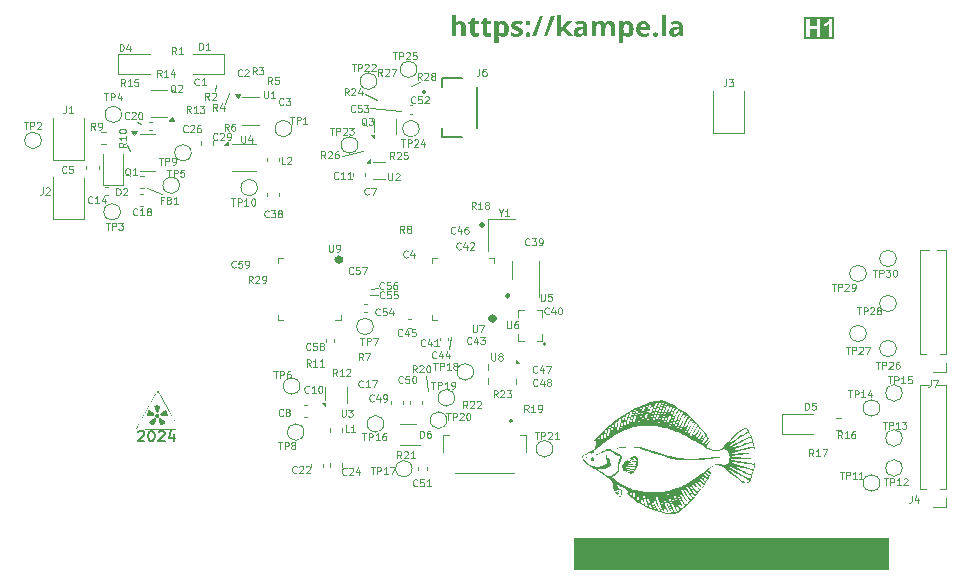
<source format=gbr>
%TF.GenerationSoftware,KiCad,Pcbnew,9.0.1*%
%TF.CreationDate,2025-05-02T11:49:09+03:00*%
%TF.ProjectId,Kampela_H1,4b616d70-656c-4615-9f48-312e6b696361,rev?*%
%TF.SameCoordinates,Original*%
%TF.FileFunction,Legend,Top*%
%TF.FilePolarity,Positive*%
%FSLAX46Y46*%
G04 Gerber Fmt 4.6, Leading zero omitted, Abs format (unit mm)*
G04 Created by KiCad (PCBNEW 9.0.1) date 2025-05-02 11:49:09*
%MOMM*%
%LPD*%
G01*
G04 APERTURE LIST*
%ADD10C,0.000000*%
%ADD11C,0.100000*%
%ADD12C,0.233848*%
%ADD13C,0.200000*%
%ADD14C,0.300000*%
%ADD15C,0.150000*%
%ADD16C,0.120000*%
%ADD17C,0.500000*%
%ADD18C,0.127000*%
G04 APERTURE END LIST*
D10*
G36*
X106479093Y-105866623D02*
G01*
X106500942Y-105868331D01*
X106522626Y-105871568D01*
X106543772Y-105876289D01*
X106564008Y-105882446D01*
X106573669Y-105886049D01*
X106582963Y-105889994D01*
X106591844Y-105894274D01*
X106600264Y-105898885D01*
X106608179Y-105903819D01*
X106615540Y-105909073D01*
X106622302Y-105914638D01*
X106628418Y-105920511D01*
X106633841Y-105926685D01*
X106638526Y-105933154D01*
X106643489Y-105941913D01*
X106647802Y-105950969D01*
X106651479Y-105960291D01*
X106654532Y-105969844D01*
X106656971Y-105979596D01*
X106658811Y-105989515D01*
X106660063Y-105999566D01*
X106660740Y-106009718D01*
X106660853Y-106019936D01*
X106660415Y-106030189D01*
X106659438Y-106040443D01*
X106657935Y-106050666D01*
X106655918Y-106060824D01*
X106653399Y-106070884D01*
X106650390Y-106080814D01*
X106646904Y-106090581D01*
X106642953Y-106100151D01*
X106638549Y-106109492D01*
X106633704Y-106118570D01*
X106628431Y-106127354D01*
X106622743Y-106135809D01*
X106616650Y-106143903D01*
X106610166Y-106151603D01*
X106603303Y-106158876D01*
X106596073Y-106165689D01*
X106588488Y-106172010D01*
X106580561Y-106177804D01*
X106572304Y-106183040D01*
X106563729Y-106187684D01*
X106554849Y-106191704D01*
X106545675Y-106195066D01*
X106536220Y-106197737D01*
X106521086Y-106200942D01*
X106506138Y-106202664D01*
X106491420Y-106202972D01*
X106476971Y-106201933D01*
X106462836Y-106199615D01*
X106449055Y-106196086D01*
X106435671Y-106191414D01*
X106422725Y-106185666D01*
X106410260Y-106178910D01*
X106398317Y-106171214D01*
X106386939Y-106162647D01*
X106376168Y-106153275D01*
X106366045Y-106143167D01*
X106356613Y-106132390D01*
X106347913Y-106121012D01*
X106339987Y-106109102D01*
X106332879Y-106096726D01*
X106326628Y-106083953D01*
X106321278Y-106070851D01*
X106316871Y-106057487D01*
X106313448Y-106043930D01*
X106311051Y-106030246D01*
X106309723Y-106016504D01*
X106309505Y-106002772D01*
X106310440Y-105989118D01*
X106312569Y-105975609D01*
X106315934Y-105962312D01*
X106320578Y-105949297D01*
X106326542Y-105936631D01*
X106333868Y-105924382D01*
X106342599Y-105912617D01*
X106352776Y-105901404D01*
X106358742Y-105896018D01*
X106365364Y-105891102D01*
X106372596Y-105886650D01*
X106380392Y-105882655D01*
X106388704Y-105879113D01*
X106397486Y-105876018D01*
X106406692Y-105873362D01*
X106416276Y-105871142D01*
X106426190Y-105869350D01*
X106436388Y-105867982D01*
X106457451Y-105866491D01*
X106479093Y-105866623D01*
G37*
D11*
X128750000Y-77760000D02*
X127930000Y-78080000D01*
X112230000Y-79630000D02*
X112515637Y-78692012D01*
D10*
G36*
X106553618Y-105157318D02*
G01*
X106620611Y-105160791D01*
X106649651Y-105163395D01*
X106674623Y-105166579D01*
X106694707Y-105170341D01*
X106709081Y-105174682D01*
X106717056Y-105177778D01*
X106723764Y-105181923D01*
X106729181Y-105187340D01*
X106733280Y-105194250D01*
X106736035Y-105202875D01*
X106737421Y-105213439D01*
X106737411Y-105226162D01*
X106735980Y-105241268D01*
X106733103Y-105258979D01*
X106728753Y-105279516D01*
X106722904Y-105303102D01*
X106715530Y-105329959D01*
X106696107Y-105394375D01*
X106670276Y-105474543D01*
X106655154Y-105519530D01*
X106641413Y-105559444D01*
X106628860Y-105594582D01*
X106617304Y-105625245D01*
X106611840Y-105638992D01*
X106606554Y-105651733D01*
X106601422Y-105663504D01*
X106596420Y-105674344D01*
X106591523Y-105684291D01*
X106586709Y-105693380D01*
X106581953Y-105701651D01*
X106577231Y-105709140D01*
X106572519Y-105715885D01*
X106567794Y-105721923D01*
X106563031Y-105727292D01*
X106558207Y-105732029D01*
X106553297Y-105736172D01*
X106548279Y-105739758D01*
X106543127Y-105742825D01*
X106537819Y-105745410D01*
X106532329Y-105747550D01*
X106526635Y-105749284D01*
X106520712Y-105750648D01*
X106514537Y-105751680D01*
X106508085Y-105752417D01*
X106501332Y-105752898D01*
X106486831Y-105753237D01*
X106471749Y-105752897D01*
X106458120Y-105751673D01*
X106445741Y-105749261D01*
X106434411Y-105745355D01*
X106423928Y-105739650D01*
X106414091Y-105731843D01*
X106404699Y-105721627D01*
X106395550Y-105708699D01*
X106386442Y-105692752D01*
X106377174Y-105673483D01*
X106367544Y-105650586D01*
X106357351Y-105623757D01*
X106334468Y-105557080D01*
X106306915Y-105471015D01*
X106296166Y-105437572D01*
X106286409Y-105406047D01*
X106277645Y-105376455D01*
X106269873Y-105348810D01*
X106263093Y-105323130D01*
X106257305Y-105299428D01*
X106252510Y-105277722D01*
X106248706Y-105258025D01*
X106245895Y-105240355D01*
X106244076Y-105224725D01*
X106243249Y-105211152D01*
X106243208Y-105205142D01*
X106243415Y-105199652D01*
X106243869Y-105194683D01*
X106244572Y-105190239D01*
X106245523Y-105186320D01*
X106246722Y-105182929D01*
X106248169Y-105180068D01*
X106249864Y-105177738D01*
X106251807Y-105175942D01*
X106253998Y-105174682D01*
X106267752Y-105170341D01*
X106287298Y-105166579D01*
X106311816Y-105163395D01*
X106340483Y-105160791D01*
X106406981Y-105157318D01*
X106480217Y-105156161D01*
X106553618Y-105157318D01*
G37*
D12*
X136266924Y-95870000D02*
G75*
G02*
X136033076Y-95870000I-116924J0D01*
G01*
X136033076Y-95870000D02*
G75*
G02*
X136266924Y-95870000I116924J0D01*
G01*
D10*
G36*
X106284822Y-106213891D02*
G01*
X106290330Y-106214472D01*
X106295683Y-106215453D01*
X106300906Y-106216823D01*
X106306027Y-106218570D01*
X106311069Y-106220683D01*
X106316060Y-106223150D01*
X106321026Y-106225959D01*
X106334664Y-106235160D01*
X106346457Y-106244501D01*
X106356380Y-106254368D01*
X106364406Y-106265151D01*
X106370510Y-106277235D01*
X106374666Y-106291010D01*
X106376847Y-106306861D01*
X106377029Y-106325178D01*
X106375185Y-106346347D01*
X106371290Y-106370757D01*
X106365317Y-106398794D01*
X106357240Y-106430846D01*
X106347035Y-106467301D01*
X106334675Y-106508547D01*
X106303387Y-106606959D01*
X106287495Y-106654899D01*
X106272663Y-106696952D01*
X106258545Y-106733269D01*
X106251644Y-106749324D01*
X106244793Y-106764001D01*
X106237946Y-106777318D01*
X106231061Y-106789295D01*
X106224095Y-106799951D01*
X106217004Y-106809304D01*
X106209746Y-106817372D01*
X106202276Y-106824175D01*
X106194551Y-106829732D01*
X106186529Y-106834060D01*
X106178166Y-106837179D01*
X106169418Y-106839108D01*
X106160243Y-106839865D01*
X106150597Y-106839469D01*
X106140436Y-106837939D01*
X106129719Y-106835293D01*
X106118400Y-106831550D01*
X106106437Y-106826729D01*
X106093788Y-106820849D01*
X106080407Y-106813928D01*
X106051282Y-106797039D01*
X106018714Y-106776213D01*
X105982359Y-106751598D01*
X105942100Y-106723288D01*
X105907339Y-106697593D01*
X105878117Y-106674068D01*
X105865597Y-106662981D01*
X105854477Y-106652269D01*
X105844763Y-106641878D01*
X105836459Y-106631752D01*
X105829572Y-106621835D01*
X105824105Y-106612072D01*
X105820065Y-106602407D01*
X105817456Y-106592785D01*
X105816284Y-106583149D01*
X105816553Y-106573446D01*
X105818270Y-106563618D01*
X105821438Y-106553610D01*
X105826064Y-106543368D01*
X105832153Y-106532835D01*
X105839709Y-106521955D01*
X105848737Y-106510674D01*
X105859244Y-106498936D01*
X105871234Y-106486684D01*
X105884712Y-106473864D01*
X105899683Y-106460421D01*
X105934128Y-106431439D01*
X105974607Y-106399294D01*
X106021164Y-106363543D01*
X106055925Y-106337813D01*
X106087586Y-106314802D01*
X106116352Y-106294415D01*
X106142432Y-106276561D01*
X106166031Y-106261146D01*
X106187356Y-106248077D01*
X106197230Y-106242393D01*
X106206614Y-106237261D01*
X106215532Y-106232669D01*
X106224012Y-106228605D01*
X106232078Y-106225058D01*
X106239756Y-106222016D01*
X106247072Y-106219468D01*
X106254053Y-106217402D01*
X106260724Y-106215805D01*
X106267110Y-106214668D01*
X106273238Y-106213977D01*
X106279133Y-106213722D01*
X106284822Y-106213891D01*
G37*
D11*
X129240000Y-102630000D02*
X129440000Y-103950000D01*
D10*
G36*
X106702858Y-106215104D02*
G01*
X106715269Y-106217333D01*
X106729023Y-106221505D01*
X106744359Y-106227723D01*
X106761514Y-106236091D01*
X106780725Y-106246713D01*
X106802231Y-106259690D01*
X106826270Y-106275128D01*
X106853078Y-106293128D01*
X106882893Y-106313796D01*
X106952498Y-106363543D01*
X106977242Y-106381424D01*
X107001129Y-106399268D01*
X107024044Y-106416958D01*
X107045874Y-106434374D01*
X107066505Y-106451397D01*
X107085823Y-106467908D01*
X107103715Y-106483789D01*
X107120067Y-106498921D01*
X107134766Y-106513185D01*
X107147697Y-106526461D01*
X107158747Y-106538632D01*
X107167803Y-106549578D01*
X107174750Y-106559180D01*
X107177397Y-106563440D01*
X107179475Y-106567320D01*
X107180968Y-106570804D01*
X107181864Y-106573879D01*
X107182147Y-106576528D01*
X107181803Y-106578737D01*
X107179059Y-106585093D01*
X107174852Y-106592212D01*
X107162408Y-106608489D01*
X107145178Y-106627060D01*
X107123871Y-106647419D01*
X107099194Y-106669059D01*
X107071857Y-106691474D01*
X107042566Y-106714159D01*
X107012029Y-106736605D01*
X106980955Y-106758308D01*
X106950052Y-106778759D01*
X106920027Y-106797454D01*
X106891589Y-106813886D01*
X106865445Y-106827547D01*
X106842303Y-106837932D01*
X106822872Y-106844535D01*
X106814769Y-106846259D01*
X106807859Y-106846848D01*
X106799958Y-106846053D01*
X106792108Y-106843631D01*
X106784279Y-106839523D01*
X106776440Y-106833674D01*
X106768559Y-106826027D01*
X106760606Y-106816525D01*
X106752550Y-106805110D01*
X106744359Y-106791727D01*
X106736003Y-106776318D01*
X106727450Y-106758826D01*
X106718671Y-106739195D01*
X106709632Y-106717368D01*
X106700305Y-106693287D01*
X106690657Y-106666897D01*
X106670276Y-106606959D01*
X106654110Y-106555669D01*
X106640000Y-106510000D01*
X106627937Y-106469541D01*
X106622670Y-106451136D01*
X106617910Y-106433878D01*
X106613657Y-106417715D01*
X106609909Y-106402596D01*
X106606665Y-106388470D01*
X106603923Y-106375284D01*
X106601683Y-106362986D01*
X106599942Y-106351526D01*
X106598700Y-106340852D01*
X106597956Y-106330911D01*
X106597708Y-106321652D01*
X106597954Y-106313024D01*
X106598694Y-106304974D01*
X106599927Y-106297452D01*
X106601650Y-106290405D01*
X106603863Y-106283782D01*
X106606564Y-106277531D01*
X106609752Y-106271600D01*
X106613426Y-106265938D01*
X106617585Y-106260493D01*
X106622226Y-106255213D01*
X106627350Y-106250047D01*
X106632954Y-106244944D01*
X106639037Y-106239850D01*
X106645599Y-106234715D01*
X106652637Y-106229487D01*
X106661895Y-106223551D01*
X106671309Y-106219042D01*
X106681116Y-106216062D01*
X106691552Y-106214715D01*
X106702858Y-106215104D01*
G37*
D11*
X125190000Y-95250000D02*
X124550000Y-95270000D01*
X103940000Y-83120000D02*
X104150000Y-83640000D01*
D10*
G36*
X107199413Y-105509892D02*
G01*
X107203278Y-105511388D01*
X107207481Y-105514243D01*
X107211996Y-105518392D01*
X107221851Y-105530315D01*
X107232625Y-105546642D01*
X107244103Y-105566854D01*
X107256066Y-105590436D01*
X107268298Y-105616870D01*
X107280581Y-105645640D01*
X107292699Y-105676229D01*
X107304435Y-105708120D01*
X107315571Y-105740797D01*
X107325891Y-105773742D01*
X107335177Y-105806440D01*
X107343213Y-105838372D01*
X107349781Y-105869023D01*
X107354664Y-105897876D01*
X107379359Y-106038987D01*
X107068914Y-106028404D01*
X107019456Y-106026445D01*
X106975366Y-106024476D01*
X106936310Y-106022404D01*
X106901951Y-106020136D01*
X106886428Y-106018899D01*
X106871954Y-106017578D01*
X106858486Y-106016161D01*
X106845982Y-106014637D01*
X106834401Y-106012995D01*
X106823700Y-106011221D01*
X106813838Y-106009306D01*
X106804772Y-106007237D01*
X106796461Y-106005003D01*
X106788862Y-106002591D01*
X106781933Y-105999991D01*
X106775633Y-105997191D01*
X106769920Y-105994179D01*
X106764751Y-105990943D01*
X106760085Y-105987473D01*
X106755879Y-105983755D01*
X106752092Y-105979779D01*
X106748682Y-105975534D01*
X106745606Y-105971006D01*
X106742822Y-105966185D01*
X106740290Y-105961060D01*
X106737966Y-105955617D01*
X106735808Y-105949847D01*
X106733776Y-105943737D01*
X106729834Y-105932086D01*
X106727375Y-105920813D01*
X106726559Y-105909716D01*
X106726818Y-105904170D01*
X106727547Y-105898592D01*
X106728767Y-105892958D01*
X106730499Y-105887242D01*
X106735574Y-105875462D01*
X106742934Y-105863052D01*
X106752738Y-105849810D01*
X106765146Y-105835534D01*
X106780319Y-105820024D01*
X106798417Y-105803076D01*
X106819600Y-105784491D01*
X106844028Y-105764066D01*
X106871862Y-105741599D01*
X106938387Y-105689737D01*
X106986494Y-105653646D01*
X107032203Y-105619953D01*
X107074440Y-105589402D01*
X107112130Y-105562737D01*
X107144197Y-105540702D01*
X107169566Y-105524042D01*
X107179404Y-105517959D01*
X107187164Y-105513500D01*
X107192712Y-105510756D01*
X107194615Y-105510056D01*
X107195914Y-105509820D01*
X107199413Y-105509892D01*
G37*
D11*
X124480000Y-79960000D02*
X127110000Y-80200000D01*
X131180000Y-100390000D02*
X131380000Y-99370000D01*
X125180000Y-95790000D02*
X124490000Y-95840000D01*
X106880000Y-87240000D02*
X105650000Y-86750000D01*
X111350000Y-78490000D02*
X111490000Y-78020000D01*
D10*
G36*
X107438890Y-105524814D02*
G01*
X108356554Y-107185515D01*
X108209985Y-107190696D01*
X107811071Y-107195216D01*
X106500942Y-107199626D01*
X105774661Y-107197145D01*
X105188609Y-107190366D01*
X104965532Y-107185673D01*
X104798349Y-107180278D01*
X104694003Y-107174305D01*
X104667566Y-107171139D01*
X104661161Y-107169519D01*
X104659442Y-107167876D01*
X104678901Y-107132598D01*
X104729998Y-107132598D01*
X104763698Y-107139027D01*
X104865321Y-107145000D01*
X105243730Y-107155088D01*
X105808010Y-107161868D01*
X106500942Y-107164348D01*
X107193599Y-107163136D01*
X107761241Y-107159938D01*
X108144997Y-107155418D01*
X108249521Y-107152869D01*
X108285998Y-107150237D01*
X108028029Y-106679279D01*
X107407581Y-105562737D01*
X106782283Y-104442668D01*
X106588034Y-104098268D01*
X106533244Y-104003129D01*
X106511526Y-103968182D01*
X106234650Y-104441290D01*
X105632668Y-105504088D01*
X105024733Y-106590037D01*
X104729998Y-107132598D01*
X104678901Y-107132598D01*
X105583720Y-105492181D01*
X105940467Y-104854977D01*
X106233713Y-104334188D01*
X106433032Y-103984056D01*
X106487961Y-103889936D01*
X106507998Y-103858820D01*
X107438890Y-105524814D01*
G37*
D11*
X124110000Y-78750000D02*
X125100000Y-79280000D01*
D10*
G36*
X105773235Y-105507229D02*
G01*
X105778134Y-105509979D01*
X105794505Y-105520569D01*
X105818813Y-105537360D01*
X105850067Y-105559650D01*
X105929442Y-105617914D01*
X106024692Y-105689737D01*
X106061681Y-105716890D01*
X106094710Y-105741599D01*
X106123958Y-105764066D01*
X106149598Y-105784491D01*
X106171807Y-105803076D01*
X106181679Y-105811742D01*
X106190760Y-105820024D01*
X106199070Y-105827946D01*
X106206633Y-105835534D01*
X106213470Y-105842814D01*
X106219602Y-105849810D01*
X106225052Y-105856548D01*
X106229843Y-105863052D01*
X106233995Y-105869348D01*
X106237530Y-105875462D01*
X106240472Y-105881418D01*
X106242841Y-105887242D01*
X106244660Y-105892958D01*
X106245950Y-105898592D01*
X106246734Y-105904170D01*
X106247034Y-105909716D01*
X106246871Y-105915255D01*
X106246267Y-105920813D01*
X106245245Y-105926415D01*
X106243826Y-105932086D01*
X106242033Y-105937852D01*
X106239887Y-105943737D01*
X106235697Y-105955617D01*
X106230840Y-105966185D01*
X106224981Y-105975534D01*
X106217783Y-105983755D01*
X106208911Y-105990943D01*
X106198029Y-105997191D01*
X106184801Y-106002591D01*
X106168890Y-106007237D01*
X106149962Y-106011221D01*
X106127680Y-106014637D01*
X106101708Y-106017578D01*
X106071711Y-106020136D01*
X105998296Y-106024476D01*
X105904748Y-106028404D01*
X105594303Y-106038987D01*
X105618998Y-105897876D01*
X105621304Y-105882230D01*
X105624221Y-105865809D01*
X105627695Y-105848747D01*
X105631676Y-105831179D01*
X105640950Y-105795061D01*
X105651630Y-105758529D01*
X105663302Y-105722658D01*
X105675552Y-105688524D01*
X105687969Y-105657202D01*
X105700137Y-105629765D01*
X105711995Y-105605215D01*
X105723563Y-105582195D01*
X105734553Y-105561242D01*
X105739741Y-105551708D01*
X105744675Y-105542893D01*
X105749320Y-105534864D01*
X105753639Y-105527687D01*
X105757597Y-105521430D01*
X105761156Y-105516159D01*
X105764282Y-105511943D01*
X105766937Y-105508849D01*
X105768077Y-105507743D01*
X105769086Y-105506943D01*
X105769959Y-105506457D01*
X105770692Y-105506293D01*
X105773235Y-105507229D01*
G37*
D11*
X104730000Y-81170000D02*
X105120000Y-81360000D01*
X141770000Y-116410000D02*
X168380000Y-116410000D01*
X168380000Y-118960000D01*
X141770000Y-118960000D01*
X141770000Y-116410000D01*
G36*
X141770000Y-116410000D02*
G01*
X168380000Y-116410000D01*
X168380000Y-118960000D01*
X141770000Y-118960000D01*
X141770000Y-116410000D01*
G37*
X122130000Y-84060000D02*
X123930000Y-83580000D01*
D13*
G36*
X163787826Y-74111667D02*
G01*
X161267022Y-74111667D01*
X161267022Y-73945000D01*
X161433689Y-73945000D01*
X161737039Y-73945000D01*
X161737039Y-73282613D01*
X162331282Y-73282613D01*
X162331282Y-73945000D01*
X162634631Y-73945000D01*
X162634631Y-72819528D01*
X162961245Y-72819528D01*
X162961245Y-73083311D01*
X163098795Y-73026592D01*
X163222278Y-72953276D01*
X163333196Y-72862943D01*
X163333196Y-73945000D01*
X163621159Y-73945000D01*
X163621159Y-72438510D01*
X163387510Y-72438510D01*
X163346518Y-72524778D01*
X163286844Y-72604774D01*
X163206160Y-72679394D01*
X163115031Y-72744117D01*
X163033855Y-72789824D01*
X162961245Y-72819528D01*
X162634631Y-72819528D01*
X162634631Y-72438510D01*
X162331282Y-72438510D01*
X162331282Y-73030554D01*
X161737039Y-73030554D01*
X161737039Y-72438510D01*
X161433689Y-72438510D01*
X161433689Y-73945000D01*
X161267022Y-73945000D01*
X161267022Y-72271843D01*
X163787826Y-72271843D01*
X163787826Y-74111667D01*
G37*
D14*
G36*
X131749880Y-72472080D02*
G01*
X131743859Y-72655293D01*
X131733271Y-72778923D01*
X131752267Y-72778923D01*
X131798352Y-72717454D01*
X131851252Y-72669595D01*
X131911605Y-72633910D01*
X132013097Y-72600251D01*
X132128035Y-72588651D01*
X132233379Y-72596447D01*
X132323350Y-72618527D01*
X132400533Y-72653670D01*
X132466953Y-72701693D01*
X132519509Y-72761982D01*
X132559044Y-72839578D01*
X132584796Y-72938563D01*
X132594215Y-73064278D01*
X132594215Y-73911001D01*
X132239831Y-73911001D01*
X132239831Y-73152303D01*
X132229118Y-73039658D01*
X132201338Y-72963171D01*
X132160153Y-72912782D01*
X132104855Y-72882499D01*
X132030564Y-72871619D01*
X131952581Y-72879491D01*
X131892338Y-72901105D01*
X131845792Y-72935073D01*
X131810501Y-72982273D01*
X131779165Y-73058669D01*
X131757886Y-73162104D01*
X131749880Y-73299807D01*
X131749880Y-73911001D01*
X131395496Y-73911001D01*
X131395496Y-72103475D01*
X131749880Y-72103475D01*
X131749880Y-72472080D01*
G37*
G36*
X133505400Y-73651804D02*
G01*
X133619583Y-73639867D01*
X133728992Y-73611321D01*
X133728992Y-73875292D01*
X133668150Y-73896666D01*
X133587404Y-73916917D01*
X133500866Y-73930140D01*
X133403154Y-73934771D01*
X133290733Y-73924885D01*
X133195028Y-73896779D01*
X133138769Y-73865576D01*
X133090661Y-73822093D01*
X133049911Y-73764742D01*
X133021983Y-73699773D01*
X133003363Y-73614645D01*
X132996453Y-73504300D01*
X132996453Y-72878781D01*
X132827565Y-72878781D01*
X132827565Y-72728993D01*
X133022611Y-72610035D01*
X133124857Y-72336513D01*
X133350837Y-72336513D01*
X133350837Y-72612422D01*
X133714667Y-72612422D01*
X133714667Y-72878781D01*
X133350837Y-72878781D01*
X133350837Y-73504300D01*
X133356115Y-73551548D01*
X133370608Y-73587533D01*
X133393604Y-73614954D01*
X133441493Y-73642108D01*
X133505400Y-73651804D01*
G37*
G36*
X134536789Y-73651804D02*
G01*
X134650972Y-73639867D01*
X134760381Y-73611321D01*
X134760381Y-73875292D01*
X134699539Y-73896666D01*
X134618793Y-73916917D01*
X134532255Y-73930140D01*
X134434542Y-73934771D01*
X134322122Y-73924885D01*
X134226417Y-73896779D01*
X134170158Y-73865576D01*
X134122050Y-73822093D01*
X134081300Y-73764742D01*
X134053372Y-73699773D01*
X134034752Y-73614645D01*
X134027841Y-73504300D01*
X134027841Y-72878781D01*
X133858954Y-72878781D01*
X133858954Y-72728993D01*
X134054000Y-72610035D01*
X134156246Y-72336513D01*
X134382226Y-72336513D01*
X134382226Y-72612422D01*
X134746056Y-72612422D01*
X134746056Y-72878781D01*
X134382226Y-72878781D01*
X134382226Y-73504300D01*
X134387504Y-73551548D01*
X134401996Y-73587533D01*
X134424993Y-73614954D01*
X134472882Y-73642108D01*
X134536789Y-73651804D01*
G37*
G36*
X135849722Y-72599580D02*
G01*
X135942274Y-72631229D01*
X136024611Y-72683553D01*
X136098508Y-72758681D01*
X136153956Y-72845904D01*
X136196326Y-72955121D01*
X136224006Y-73091045D01*
X136234075Y-73259324D01*
X136223734Y-73427156D01*
X136195221Y-73563442D01*
X136151389Y-73673661D01*
X136093733Y-73762354D01*
X136017454Y-73838793D01*
X135933481Y-73891844D01*
X135840121Y-73923790D01*
X135734678Y-73934771D01*
X135642150Y-73928323D01*
X135568862Y-73910691D01*
X135511086Y-73883700D01*
X135434170Y-73828060D01*
X135375519Y-73768271D01*
X135356523Y-73768271D01*
X135370912Y-73867256D01*
X135375519Y-73958542D01*
X135375519Y-74481814D01*
X135021134Y-74481814D01*
X135021134Y-73218944D01*
X135375519Y-73218944D01*
X135375519Y-73256936D01*
X135382871Y-73381859D01*
X135402452Y-73476041D01*
X135431365Y-73545925D01*
X135463827Y-73588965D01*
X135506761Y-73620012D01*
X135562467Y-73639809D01*
X135634715Y-73647029D01*
X135709793Y-73635390D01*
X135768272Y-73602253D01*
X135814295Y-73545925D01*
X135844492Y-73475833D01*
X135864943Y-73380948D01*
X135872632Y-73254549D01*
X135863197Y-73118406D01*
X135838530Y-73021232D01*
X135802604Y-72953607D01*
X135757017Y-72908334D01*
X135700684Y-72881190D01*
X135630044Y-72871619D01*
X135542505Y-72882391D01*
X135480086Y-72911401D01*
X135436140Y-72957257D01*
X135407051Y-73017271D01*
X135385879Y-73102040D01*
X135375519Y-73218944D01*
X135021134Y-73218944D01*
X135021134Y-72612422D01*
X135308877Y-72612422D01*
X135358910Y-72781310D01*
X135375519Y-72781310D01*
X135435845Y-72709070D01*
X135515860Y-72645743D01*
X135577085Y-72615221D01*
X135652111Y-72595685D01*
X135744124Y-72588651D01*
X135849722Y-72599580D01*
G37*
G36*
X137433729Y-73525683D02*
G01*
X137424361Y-73621955D01*
X137397794Y-73702675D01*
X137354885Y-73771003D01*
X137294528Y-73828996D01*
X137223584Y-73871924D01*
X137133671Y-73905028D01*
X137020624Y-73926809D01*
X136879523Y-73934771D01*
X136748666Y-73929932D01*
X136646381Y-73916917D01*
X136549652Y-73893653D01*
X136451439Y-73858684D01*
X136451439Y-73566166D01*
X136559034Y-73609142D01*
X136677315Y-73644641D01*
X136795755Y-73668442D01*
X136891461Y-73675575D01*
X136987450Y-73666400D01*
X137040107Y-73644641D01*
X137073336Y-73608553D01*
X137084119Y-73563779D01*
X137079599Y-73532060D01*
X137066265Y-73504300D01*
X137041811Y-73479342D01*
X136988932Y-73444820D01*
X136803435Y-73359183D01*
X136688324Y-73304847D01*
X136603614Y-73255795D01*
X136534257Y-73198260D01*
X136487043Y-73132165D01*
X136459271Y-73053774D01*
X136449051Y-72950198D01*
X136458400Y-72862887D01*
X136484906Y-72790527D01*
X136527991Y-72729879D01*
X136589393Y-72679064D01*
X136687068Y-72631053D01*
X136809548Y-72599958D01*
X136962773Y-72588651D01*
X137082260Y-72594713D01*
X137193424Y-72612422D01*
X137302624Y-72643235D01*
X137419404Y-72690898D01*
X137312383Y-72945423D01*
X137131661Y-72877640D01*
X137045205Y-72857052D01*
X136957998Y-72850235D01*
X136878662Y-72857778D01*
X136832938Y-72876069D01*
X136809016Y-72901630D01*
X136801048Y-72935873D01*
X136806058Y-72965188D01*
X136821290Y-72991823D01*
X136847464Y-73015167D01*
X136899765Y-73045282D01*
X137072182Y-73121369D01*
X137179354Y-73169033D01*
X137264841Y-73215415D01*
X137337310Y-73270866D01*
X137389716Y-73336657D01*
X137413144Y-73386920D01*
X137428260Y-73449032D01*
X137433729Y-73525683D01*
G37*
G36*
X137660123Y-72786085D02*
G01*
X137667821Y-72715829D01*
X137688227Y-72666573D01*
X137719603Y-72632664D01*
X137784268Y-72600062D01*
X137864616Y-72588651D01*
X137942983Y-72599984D01*
X138007345Y-72632664D01*
X138038720Y-72666573D01*
X138059126Y-72715829D01*
X138066824Y-72786085D01*
X138059306Y-72853126D01*
X138039036Y-72901917D01*
X138007345Y-72937119D01*
X137942819Y-72971548D01*
X137864616Y-72983415D01*
X137784435Y-72971467D01*
X137719603Y-72937119D01*
X137687912Y-72901917D01*
X137667642Y-72853126D01*
X137660123Y-72786085D01*
G37*
G36*
X137660123Y-73744500D02*
G01*
X137667821Y-73674244D01*
X137688227Y-73624988D01*
X137719603Y-73591079D01*
X137784268Y-73558477D01*
X137864616Y-73547066D01*
X137942983Y-73558399D01*
X138007345Y-73591079D01*
X138038720Y-73624988D01*
X138059126Y-73674244D01*
X138066824Y-73744500D01*
X138059306Y-73811541D01*
X138039036Y-73860332D01*
X138007345Y-73895534D01*
X137942811Y-73930043D01*
X137864616Y-73941934D01*
X137784443Y-73929962D01*
X137719603Y-73895534D01*
X137687912Y-73860332D01*
X137667642Y-73811541D01*
X137660123Y-73744500D01*
G37*
G36*
X139172536Y-72212884D02*
G01*
X138539959Y-73911001D01*
X138218792Y-73911001D01*
X138851473Y-72212884D01*
X139172536Y-72212884D01*
G37*
G36*
X140154099Y-72212884D02*
G01*
X139521523Y-73911001D01*
X139200355Y-73911001D01*
X139833036Y-72212884D01*
X140154099Y-72212884D01*
G37*
G36*
X140705191Y-72912102D02*
G01*
X140699170Y-73058361D01*
X140686195Y-73204620D01*
X140690969Y-73204620D01*
X140764566Y-73103619D01*
X140845532Y-73007186D01*
X141209363Y-72612422D01*
X141609005Y-72612422D01*
X141092896Y-73176074D01*
X141639835Y-73911001D01*
X141230850Y-73911001D01*
X140857366Y-73385341D01*
X140705191Y-73506687D01*
X140705191Y-73911001D01*
X140350806Y-73911001D01*
X140350806Y-72103475D01*
X140705191Y-72103475D01*
X140705191Y-72912102D01*
G37*
G36*
X142490957Y-72594534D02*
G01*
X142599300Y-72617408D01*
X142687548Y-72652702D01*
X142759145Y-72699306D01*
X142817931Y-72760477D01*
X142860980Y-72836228D01*
X142888380Y-72929698D01*
X142898241Y-73045282D01*
X142898241Y-73911001D01*
X142650982Y-73911001D01*
X142581953Y-73735054D01*
X142572506Y-73735054D01*
X142484068Y-73827819D01*
X142396456Y-73887230D01*
X142332676Y-73912028D01*
X142249399Y-73928615D01*
X142141931Y-73934771D01*
X142030060Y-73922935D01*
X141935373Y-73889106D01*
X141854188Y-73833771D01*
X141806441Y-73779711D01*
X141771012Y-73712107D01*
X141748244Y-73627965D01*
X141740193Y-73525683D01*
X142103939Y-73525683D01*
X142109943Y-73577308D01*
X142126112Y-73614538D01*
X142151481Y-73641112D01*
X142204120Y-73666372D01*
X142275214Y-73675575D01*
X142348733Y-73667725D01*
X142412187Y-73645102D01*
X142467769Y-73607791D01*
X142510526Y-73557762D01*
X142536850Y-73495198D01*
X142546244Y-73416274D01*
X142546244Y-73309253D01*
X142408394Y-73314028D01*
X142294701Y-73324957D01*
X142218883Y-73346771D01*
X142170477Y-73375895D01*
X142133591Y-73417788D01*
X142111581Y-73466942D01*
X142103939Y-73525683D01*
X141740193Y-73525683D01*
X141740005Y-73523296D01*
X141749974Y-73422277D01*
X141777917Y-73340068D01*
X141822595Y-73272711D01*
X141885122Y-73217699D01*
X141958257Y-73177578D01*
X142052098Y-73145017D01*
X142171095Y-73121573D01*
X142320368Y-73109536D01*
X142546244Y-73102373D01*
X142546244Y-73045282D01*
X142539428Y-72979294D01*
X142521080Y-72930817D01*
X142492682Y-72895494D01*
X142454388Y-72869968D01*
X142405827Y-72853732D01*
X142344139Y-72847848D01*
X142250062Y-72854711D01*
X142158539Y-72875252D01*
X141977922Y-72943036D01*
X141861351Y-72702835D01*
X141970157Y-72654623D01*
X142093247Y-72617197D01*
X142222338Y-72594093D01*
X142358360Y-72586264D01*
X142490957Y-72594534D01*
G37*
G36*
X144786837Y-72588651D02*
G01*
X144897823Y-72596802D01*
X144988104Y-72619393D01*
X145061498Y-72654544D01*
X145120979Y-72701693D01*
X145167009Y-72760965D01*
X145202205Y-72838090D01*
X145225388Y-72937390D01*
X145233917Y-73064278D01*
X145233917Y-73911001D01*
X144879533Y-73911001D01*
X144879533Y-73152303D01*
X144869244Y-73038150D01*
X144842753Y-72961422D01*
X144803968Y-72911598D01*
X144752674Y-72882108D01*
X144684590Y-72871619D01*
X144616135Y-72878584D01*
X144561896Y-72897918D01*
X144518740Y-72928627D01*
X144484769Y-72971581D01*
X144453934Y-73040948D01*
X144433109Y-73134654D01*
X144425290Y-73259324D01*
X144425290Y-73911001D01*
X144070906Y-73911001D01*
X144070906Y-73152303D01*
X144060614Y-73038161D01*
X144034113Y-72961435D01*
X143995311Y-72911607D01*
X143943988Y-72882111D01*
X143875860Y-72871619D01*
X143804404Y-72879331D01*
X143748872Y-72900639D01*
X143705586Y-72934512D01*
X143672509Y-72982273D01*
X143643734Y-73058334D01*
X143624078Y-73161768D01*
X143616663Y-73299807D01*
X143616663Y-73911001D01*
X143262279Y-73911001D01*
X143262279Y-72612422D01*
X143533413Y-72612422D01*
X143580955Y-72778923D01*
X143600054Y-72778923D01*
X143644949Y-72717978D01*
X143698900Y-72670040D01*
X143762922Y-72633910D01*
X143868624Y-72599938D01*
X143978210Y-72588651D01*
X144072468Y-72594292D01*
X144152578Y-72610155D01*
X144220694Y-72635051D01*
X144282208Y-72671738D01*
X144332590Y-72719322D01*
X144372973Y-72778923D01*
X144403907Y-72778923D01*
X144448972Y-72718136D01*
X144503676Y-72670169D01*
X144569161Y-72633910D01*
X144676910Y-72599885D01*
X144786837Y-72588651D01*
G37*
G36*
X146427684Y-72599580D02*
G01*
X146520237Y-72631229D01*
X146602574Y-72683553D01*
X146676470Y-72758681D01*
X146731919Y-72845904D01*
X146774289Y-72955121D01*
X146801968Y-73091045D01*
X146812037Y-73259324D01*
X146801696Y-73427156D01*
X146773183Y-73563442D01*
X146729351Y-73673661D01*
X146671695Y-73762354D01*
X146595416Y-73838793D01*
X146511444Y-73891844D01*
X146418083Y-73923790D01*
X146312640Y-73934771D01*
X146220113Y-73928323D01*
X146146824Y-73910691D01*
X146089048Y-73883700D01*
X146012132Y-73828060D01*
X145953481Y-73768271D01*
X145934485Y-73768271D01*
X145948874Y-73867256D01*
X145953481Y-73958542D01*
X145953481Y-74481814D01*
X145599097Y-74481814D01*
X145599097Y-73218944D01*
X145953481Y-73218944D01*
X145953481Y-73256936D01*
X145960834Y-73381859D01*
X145980414Y-73476041D01*
X146009327Y-73545925D01*
X146041790Y-73588965D01*
X146084723Y-73620012D01*
X146140430Y-73639809D01*
X146212677Y-73647029D01*
X146287755Y-73635390D01*
X146346234Y-73602253D01*
X146392257Y-73545925D01*
X146422455Y-73475833D01*
X146442906Y-73380948D01*
X146450594Y-73254549D01*
X146441160Y-73118406D01*
X146416492Y-73021232D01*
X146380566Y-72953607D01*
X146334979Y-72908334D01*
X146278646Y-72881190D01*
X146208006Y-72871619D01*
X146120467Y-72882391D01*
X146058049Y-72911401D01*
X146014102Y-72957257D01*
X145985013Y-73017271D01*
X145963841Y-73102040D01*
X145953481Y-73218944D01*
X145599097Y-73218944D01*
X145599097Y-72612422D01*
X145886839Y-72612422D01*
X145936872Y-72781310D01*
X145953481Y-72781310D01*
X146013807Y-72709070D01*
X146093823Y-72645743D01*
X146155047Y-72615221D01*
X146230073Y-72595685D01*
X146322086Y-72588651D01*
X146427684Y-72599580D01*
G37*
G36*
X147773840Y-72599199D02*
G01*
X147886981Y-72629055D01*
X147983568Y-72676668D01*
X148066291Y-72742073D01*
X148132668Y-72823234D01*
X148181422Y-72920646D01*
X148212320Y-73037605D01*
X148223346Y-73178461D01*
X148223346Y-73349737D01*
X147386173Y-73349737D01*
X147399123Y-73446160D01*
X147429196Y-73523270D01*
X147475340Y-73585162D01*
X147536596Y-73631498D01*
X147613206Y-73660423D01*
X147709624Y-73670800D01*
X147832338Y-73664280D01*
X147937887Y-73645887D01*
X148040106Y-73614736D01*
X148149645Y-73568554D01*
X148149645Y-73842075D01*
X148051992Y-73883291D01*
X147948579Y-73912142D01*
X147837272Y-73928615D01*
X147692911Y-73934771D01*
X147564593Y-73926251D01*
X147450346Y-73901736D01*
X147348077Y-73862213D01*
X147255412Y-73805575D01*
X147177383Y-73732790D01*
X147112651Y-73642254D01*
X147066746Y-73540465D01*
X147037480Y-73418239D01*
X147027014Y-73271261D01*
X147036534Y-73120434D01*
X147037854Y-73114207D01*
X147393231Y-73114207D01*
X147890345Y-73114207D01*
X147881866Y-73036980D01*
X147860977Y-72972425D01*
X147828478Y-72918123D01*
X147783525Y-72876471D01*
X147723366Y-72850335D01*
X147642982Y-72840789D01*
X147577552Y-72848465D01*
X147521607Y-72870612D01*
X147472952Y-72907431D01*
X147436096Y-72956118D01*
X147408936Y-73023242D01*
X147393231Y-73114207D01*
X147037854Y-73114207D01*
X147063037Y-72995400D01*
X147104243Y-72891861D01*
X147163547Y-72798195D01*
X147235013Y-72723179D01*
X147319531Y-72664739D01*
X147414211Y-72623238D01*
X147520478Y-72597574D01*
X147640594Y-72588651D01*
X147773840Y-72599199D01*
G37*
G36*
X148460640Y-73744500D02*
G01*
X148468338Y-73674244D01*
X148488744Y-73624988D01*
X148520119Y-73591079D01*
X148584784Y-73558477D01*
X148665132Y-73547066D01*
X148743499Y-73558399D01*
X148807862Y-73591079D01*
X148839237Y-73624988D01*
X148859643Y-73674244D01*
X148867341Y-73744500D01*
X148859822Y-73811541D01*
X148839552Y-73860332D01*
X148807862Y-73895534D01*
X148743328Y-73930043D01*
X148665132Y-73941934D01*
X148584959Y-73929962D01*
X148520119Y-73895534D01*
X148488428Y-73860332D01*
X148468158Y-73811541D01*
X148460640Y-73744500D01*
G37*
G36*
X149542581Y-73911001D02*
G01*
X149188196Y-73911001D01*
X149188196Y-72103475D01*
X149542581Y-72103475D01*
X149542581Y-73911001D01*
G37*
G36*
X150579303Y-72594534D02*
G01*
X150687646Y-72617408D01*
X150775894Y-72652702D01*
X150847491Y-72699306D01*
X150906277Y-72760477D01*
X150949326Y-72836228D01*
X150976726Y-72929698D01*
X150986587Y-73045282D01*
X150986587Y-73911001D01*
X150739328Y-73911001D01*
X150670299Y-73735054D01*
X150660853Y-73735054D01*
X150572414Y-73827819D01*
X150484802Y-73887230D01*
X150421022Y-73912028D01*
X150337745Y-73928615D01*
X150230277Y-73934771D01*
X150118406Y-73922935D01*
X150023719Y-73889106D01*
X149942534Y-73833771D01*
X149894787Y-73779711D01*
X149859358Y-73712107D01*
X149836590Y-73627965D01*
X149828539Y-73525683D01*
X150192285Y-73525683D01*
X150198289Y-73577308D01*
X150214458Y-73614538D01*
X150239827Y-73641112D01*
X150292467Y-73666372D01*
X150363560Y-73675575D01*
X150437079Y-73667725D01*
X150500533Y-73645102D01*
X150556115Y-73607791D01*
X150598872Y-73557762D01*
X150625196Y-73495198D01*
X150634590Y-73416274D01*
X150634590Y-73309253D01*
X150496740Y-73314028D01*
X150383047Y-73324957D01*
X150307229Y-73346771D01*
X150258823Y-73375895D01*
X150221937Y-73417788D01*
X150199927Y-73466942D01*
X150192285Y-73525683D01*
X149828539Y-73525683D01*
X149828351Y-73523296D01*
X149838320Y-73422277D01*
X149866263Y-73340068D01*
X149910941Y-73272711D01*
X149973468Y-73217699D01*
X150046603Y-73177578D01*
X150140444Y-73145017D01*
X150259441Y-73121573D01*
X150408715Y-73109536D01*
X150634590Y-73102373D01*
X150634590Y-73045282D01*
X150627774Y-72979294D01*
X150609426Y-72930817D01*
X150581028Y-72895494D01*
X150542734Y-72869968D01*
X150494174Y-72853732D01*
X150432486Y-72847848D01*
X150338408Y-72854711D01*
X150246885Y-72875252D01*
X150066268Y-72943036D01*
X149949697Y-72702835D01*
X150058503Y-72654623D01*
X150181593Y-72617197D01*
X150310684Y-72594093D01*
X150446707Y-72586264D01*
X150579303Y-72594534D01*
G37*
D15*
X104877169Y-107391725D02*
X104920026Y-107348868D01*
X104920026Y-107348868D02*
X105005741Y-107306011D01*
X105005741Y-107306011D02*
X105220026Y-107306011D01*
X105220026Y-107306011D02*
X105305741Y-107348868D01*
X105305741Y-107348868D02*
X105348598Y-107391725D01*
X105348598Y-107391725D02*
X105391455Y-107477439D01*
X105391455Y-107477439D02*
X105391455Y-107563154D01*
X105391455Y-107563154D02*
X105348598Y-107691725D01*
X105348598Y-107691725D02*
X104834312Y-108206011D01*
X104834312Y-108206011D02*
X105391455Y-108206011D01*
X105948598Y-107306011D02*
X106034312Y-107306011D01*
X106034312Y-107306011D02*
X106120026Y-107348868D01*
X106120026Y-107348868D02*
X106162884Y-107391725D01*
X106162884Y-107391725D02*
X106205741Y-107477439D01*
X106205741Y-107477439D02*
X106248598Y-107648868D01*
X106248598Y-107648868D02*
X106248598Y-107863154D01*
X106248598Y-107863154D02*
X106205741Y-108034582D01*
X106205741Y-108034582D02*
X106162884Y-108120296D01*
X106162884Y-108120296D02*
X106120026Y-108163154D01*
X106120026Y-108163154D02*
X106034312Y-108206011D01*
X106034312Y-108206011D02*
X105948598Y-108206011D01*
X105948598Y-108206011D02*
X105862884Y-108163154D01*
X105862884Y-108163154D02*
X105820026Y-108120296D01*
X105820026Y-108120296D02*
X105777169Y-108034582D01*
X105777169Y-108034582D02*
X105734312Y-107863154D01*
X105734312Y-107863154D02*
X105734312Y-107648868D01*
X105734312Y-107648868D02*
X105777169Y-107477439D01*
X105777169Y-107477439D02*
X105820026Y-107391725D01*
X105820026Y-107391725D02*
X105862884Y-107348868D01*
X105862884Y-107348868D02*
X105948598Y-107306011D01*
X106591455Y-107391725D02*
X106634312Y-107348868D01*
X106634312Y-107348868D02*
X106720027Y-107306011D01*
X106720027Y-107306011D02*
X106934312Y-107306011D01*
X106934312Y-107306011D02*
X107020027Y-107348868D01*
X107020027Y-107348868D02*
X107062884Y-107391725D01*
X107062884Y-107391725D02*
X107105741Y-107477439D01*
X107105741Y-107477439D02*
X107105741Y-107563154D01*
X107105741Y-107563154D02*
X107062884Y-107691725D01*
X107062884Y-107691725D02*
X106548598Y-108206011D01*
X106548598Y-108206011D02*
X107105741Y-108206011D01*
X107877170Y-107606011D02*
X107877170Y-108206011D01*
X107662884Y-107263154D02*
X107448598Y-107906011D01*
X107448598Y-107906011D02*
X108005741Y-107906011D01*
D16*
X125664285Y-95244188D02*
X125635713Y-95272760D01*
X125635713Y-95272760D02*
X125549999Y-95301331D01*
X125549999Y-95301331D02*
X125492856Y-95301331D01*
X125492856Y-95301331D02*
X125407142Y-95272760D01*
X125407142Y-95272760D02*
X125349999Y-95215617D01*
X125349999Y-95215617D02*
X125321428Y-95158474D01*
X125321428Y-95158474D02*
X125292856Y-95044188D01*
X125292856Y-95044188D02*
X125292856Y-94958474D01*
X125292856Y-94958474D02*
X125321428Y-94844188D01*
X125321428Y-94844188D02*
X125349999Y-94787045D01*
X125349999Y-94787045D02*
X125407142Y-94729902D01*
X125407142Y-94729902D02*
X125492856Y-94701331D01*
X125492856Y-94701331D02*
X125549999Y-94701331D01*
X125549999Y-94701331D02*
X125635713Y-94729902D01*
X125635713Y-94729902D02*
X125664285Y-94758474D01*
X126207142Y-94701331D02*
X125921428Y-94701331D01*
X125921428Y-94701331D02*
X125892856Y-94987045D01*
X125892856Y-94987045D02*
X125921428Y-94958474D01*
X125921428Y-94958474D02*
X125978571Y-94929902D01*
X125978571Y-94929902D02*
X126121428Y-94929902D01*
X126121428Y-94929902D02*
X126178571Y-94958474D01*
X126178571Y-94958474D02*
X126207142Y-94987045D01*
X126207142Y-94987045D02*
X126235713Y-95044188D01*
X126235713Y-95044188D02*
X126235713Y-95187045D01*
X126235713Y-95187045D02*
X126207142Y-95244188D01*
X126207142Y-95244188D02*
X126178571Y-95272760D01*
X126178571Y-95272760D02*
X126121428Y-95301331D01*
X126121428Y-95301331D02*
X125978571Y-95301331D01*
X125978571Y-95301331D02*
X125921428Y-95272760D01*
X125921428Y-95272760D02*
X125892856Y-95244188D01*
X126750000Y-94701331D02*
X126635714Y-94701331D01*
X126635714Y-94701331D02*
X126578571Y-94729902D01*
X126578571Y-94729902D02*
X126550000Y-94758474D01*
X126550000Y-94758474D02*
X126492857Y-94844188D01*
X126492857Y-94844188D02*
X126464285Y-94958474D01*
X126464285Y-94958474D02*
X126464285Y-95187045D01*
X126464285Y-95187045D02*
X126492857Y-95244188D01*
X126492857Y-95244188D02*
X126521428Y-95272760D01*
X126521428Y-95272760D02*
X126578571Y-95301331D01*
X126578571Y-95301331D02*
X126692857Y-95301331D01*
X126692857Y-95301331D02*
X126750000Y-95272760D01*
X126750000Y-95272760D02*
X126778571Y-95244188D01*
X126778571Y-95244188D02*
X126807142Y-95187045D01*
X126807142Y-95187045D02*
X126807142Y-95044188D01*
X126807142Y-95044188D02*
X126778571Y-94987045D01*
X126778571Y-94987045D02*
X126750000Y-94958474D01*
X126750000Y-94958474D02*
X126692857Y-94929902D01*
X126692857Y-94929902D02*
X126578571Y-94929902D01*
X126578571Y-94929902D02*
X126521428Y-94958474D01*
X126521428Y-94958474D02*
X126492857Y-94987045D01*
X126492857Y-94987045D02*
X126464285Y-95044188D01*
X171959999Y-102966331D02*
X171959999Y-103394902D01*
X171959999Y-103394902D02*
X171931428Y-103480617D01*
X171931428Y-103480617D02*
X171874285Y-103537760D01*
X171874285Y-103537760D02*
X171788571Y-103566331D01*
X171788571Y-103566331D02*
X171731428Y-103566331D01*
X172188571Y-102966331D02*
X172588571Y-102966331D01*
X172588571Y-102966331D02*
X172331428Y-103566331D01*
X100994285Y-87994188D02*
X100965713Y-88022760D01*
X100965713Y-88022760D02*
X100879999Y-88051331D01*
X100879999Y-88051331D02*
X100822856Y-88051331D01*
X100822856Y-88051331D02*
X100737142Y-88022760D01*
X100737142Y-88022760D02*
X100679999Y-87965617D01*
X100679999Y-87965617D02*
X100651428Y-87908474D01*
X100651428Y-87908474D02*
X100622856Y-87794188D01*
X100622856Y-87794188D02*
X100622856Y-87708474D01*
X100622856Y-87708474D02*
X100651428Y-87594188D01*
X100651428Y-87594188D02*
X100679999Y-87537045D01*
X100679999Y-87537045D02*
X100737142Y-87479902D01*
X100737142Y-87479902D02*
X100822856Y-87451331D01*
X100822856Y-87451331D02*
X100879999Y-87451331D01*
X100879999Y-87451331D02*
X100965713Y-87479902D01*
X100965713Y-87479902D02*
X100994285Y-87508474D01*
X101565713Y-88051331D02*
X101222856Y-88051331D01*
X101394285Y-88051331D02*
X101394285Y-87451331D01*
X101394285Y-87451331D02*
X101337142Y-87537045D01*
X101337142Y-87537045D02*
X101279999Y-87594188D01*
X101279999Y-87594188D02*
X101222856Y-87622760D01*
X102080000Y-87651331D02*
X102080000Y-88051331D01*
X101937142Y-87422760D02*
X101794285Y-87851331D01*
X101794285Y-87851331D02*
X102165714Y-87851331D01*
X137914285Y-105701331D02*
X137714285Y-105415617D01*
X137571428Y-105701331D02*
X137571428Y-105101331D01*
X137571428Y-105101331D02*
X137799999Y-105101331D01*
X137799999Y-105101331D02*
X137857142Y-105129902D01*
X137857142Y-105129902D02*
X137885713Y-105158474D01*
X137885713Y-105158474D02*
X137914285Y-105215617D01*
X137914285Y-105215617D02*
X137914285Y-105301331D01*
X137914285Y-105301331D02*
X137885713Y-105358474D01*
X137885713Y-105358474D02*
X137857142Y-105387045D01*
X137857142Y-105387045D02*
X137799999Y-105415617D01*
X137799999Y-105415617D02*
X137571428Y-105415617D01*
X138485713Y-105701331D02*
X138142856Y-105701331D01*
X138314285Y-105701331D02*
X138314285Y-105101331D01*
X138314285Y-105101331D02*
X138257142Y-105187045D01*
X138257142Y-105187045D02*
X138199999Y-105244188D01*
X138199999Y-105244188D02*
X138142856Y-105272760D01*
X138771428Y-105701331D02*
X138885714Y-105701331D01*
X138885714Y-105701331D02*
X138942857Y-105672760D01*
X138942857Y-105672760D02*
X138971428Y-105644188D01*
X138971428Y-105644188D02*
X139028571Y-105558474D01*
X139028571Y-105558474D02*
X139057142Y-105444188D01*
X139057142Y-105444188D02*
X139057142Y-105215617D01*
X139057142Y-105215617D02*
X139028571Y-105158474D01*
X139028571Y-105158474D02*
X139000000Y-105129902D01*
X139000000Y-105129902D02*
X138942857Y-105101331D01*
X138942857Y-105101331D02*
X138828571Y-105101331D01*
X138828571Y-105101331D02*
X138771428Y-105129902D01*
X138771428Y-105129902D02*
X138742857Y-105158474D01*
X138742857Y-105158474D02*
X138714285Y-105215617D01*
X138714285Y-105215617D02*
X138714285Y-105358474D01*
X138714285Y-105358474D02*
X138742857Y-105415617D01*
X138742857Y-105415617D02*
X138771428Y-105444188D01*
X138771428Y-105444188D02*
X138828571Y-105472760D01*
X138828571Y-105472760D02*
X138942857Y-105472760D01*
X138942857Y-105472760D02*
X139000000Y-105444188D01*
X139000000Y-105444188D02*
X139028571Y-105415617D01*
X139028571Y-105415617D02*
X139057142Y-105358474D01*
X121794285Y-85914188D02*
X121765713Y-85942760D01*
X121765713Y-85942760D02*
X121679999Y-85971331D01*
X121679999Y-85971331D02*
X121622856Y-85971331D01*
X121622856Y-85971331D02*
X121537142Y-85942760D01*
X121537142Y-85942760D02*
X121479999Y-85885617D01*
X121479999Y-85885617D02*
X121451428Y-85828474D01*
X121451428Y-85828474D02*
X121422856Y-85714188D01*
X121422856Y-85714188D02*
X121422856Y-85628474D01*
X121422856Y-85628474D02*
X121451428Y-85514188D01*
X121451428Y-85514188D02*
X121479999Y-85457045D01*
X121479999Y-85457045D02*
X121537142Y-85399902D01*
X121537142Y-85399902D02*
X121622856Y-85371331D01*
X121622856Y-85371331D02*
X121679999Y-85371331D01*
X121679999Y-85371331D02*
X121765713Y-85399902D01*
X121765713Y-85399902D02*
X121794285Y-85428474D01*
X122365713Y-85971331D02*
X122022856Y-85971331D01*
X122194285Y-85971331D02*
X122194285Y-85371331D01*
X122194285Y-85371331D02*
X122137142Y-85457045D01*
X122137142Y-85457045D02*
X122079999Y-85514188D01*
X122079999Y-85514188D02*
X122022856Y-85542760D01*
X122937142Y-85971331D02*
X122594285Y-85971331D01*
X122765714Y-85971331D02*
X122765714Y-85371331D01*
X122765714Y-85371331D02*
X122708571Y-85457045D01*
X122708571Y-85457045D02*
X122651428Y-85514188D01*
X122651428Y-85514188D02*
X122594285Y-85542760D01*
X123214285Y-80244188D02*
X123185713Y-80272760D01*
X123185713Y-80272760D02*
X123099999Y-80301331D01*
X123099999Y-80301331D02*
X123042856Y-80301331D01*
X123042856Y-80301331D02*
X122957142Y-80272760D01*
X122957142Y-80272760D02*
X122899999Y-80215617D01*
X122899999Y-80215617D02*
X122871428Y-80158474D01*
X122871428Y-80158474D02*
X122842856Y-80044188D01*
X122842856Y-80044188D02*
X122842856Y-79958474D01*
X122842856Y-79958474D02*
X122871428Y-79844188D01*
X122871428Y-79844188D02*
X122899999Y-79787045D01*
X122899999Y-79787045D02*
X122957142Y-79729902D01*
X122957142Y-79729902D02*
X123042856Y-79701331D01*
X123042856Y-79701331D02*
X123099999Y-79701331D01*
X123099999Y-79701331D02*
X123185713Y-79729902D01*
X123185713Y-79729902D02*
X123214285Y-79758474D01*
X123757142Y-79701331D02*
X123471428Y-79701331D01*
X123471428Y-79701331D02*
X123442856Y-79987045D01*
X123442856Y-79987045D02*
X123471428Y-79958474D01*
X123471428Y-79958474D02*
X123528571Y-79929902D01*
X123528571Y-79929902D02*
X123671428Y-79929902D01*
X123671428Y-79929902D02*
X123728571Y-79958474D01*
X123728571Y-79958474D02*
X123757142Y-79987045D01*
X123757142Y-79987045D02*
X123785713Y-80044188D01*
X123785713Y-80044188D02*
X123785713Y-80187045D01*
X123785713Y-80187045D02*
X123757142Y-80244188D01*
X123757142Y-80244188D02*
X123728571Y-80272760D01*
X123728571Y-80272760D02*
X123671428Y-80301331D01*
X123671428Y-80301331D02*
X123528571Y-80301331D01*
X123528571Y-80301331D02*
X123471428Y-80272760D01*
X123471428Y-80272760D02*
X123442856Y-80244188D01*
X123985714Y-79701331D02*
X124357142Y-79701331D01*
X124357142Y-79701331D02*
X124157142Y-79929902D01*
X124157142Y-79929902D02*
X124242857Y-79929902D01*
X124242857Y-79929902D02*
X124300000Y-79958474D01*
X124300000Y-79958474D02*
X124328571Y-79987045D01*
X124328571Y-79987045D02*
X124357142Y-80044188D01*
X124357142Y-80044188D02*
X124357142Y-80187045D01*
X124357142Y-80187045D02*
X124328571Y-80244188D01*
X124328571Y-80244188D02*
X124300000Y-80272760D01*
X124300000Y-80272760D02*
X124242857Y-80301331D01*
X124242857Y-80301331D02*
X124071428Y-80301331D01*
X124071428Y-80301331D02*
X124014285Y-80272760D01*
X124014285Y-80272760D02*
X123985714Y-80244188D01*
X129154285Y-100094188D02*
X129125713Y-100122760D01*
X129125713Y-100122760D02*
X129039999Y-100151331D01*
X129039999Y-100151331D02*
X128982856Y-100151331D01*
X128982856Y-100151331D02*
X128897142Y-100122760D01*
X128897142Y-100122760D02*
X128839999Y-100065617D01*
X128839999Y-100065617D02*
X128811428Y-100008474D01*
X128811428Y-100008474D02*
X128782856Y-99894188D01*
X128782856Y-99894188D02*
X128782856Y-99808474D01*
X128782856Y-99808474D02*
X128811428Y-99694188D01*
X128811428Y-99694188D02*
X128839999Y-99637045D01*
X128839999Y-99637045D02*
X128897142Y-99579902D01*
X128897142Y-99579902D02*
X128982856Y-99551331D01*
X128982856Y-99551331D02*
X129039999Y-99551331D01*
X129039999Y-99551331D02*
X129125713Y-99579902D01*
X129125713Y-99579902D02*
X129154285Y-99608474D01*
X129668571Y-99751331D02*
X129668571Y-100151331D01*
X129525713Y-99522760D02*
X129382856Y-99951331D01*
X129382856Y-99951331D02*
X129754285Y-99951331D01*
X130297142Y-100151331D02*
X129954285Y-100151331D01*
X130125714Y-100151331D02*
X130125714Y-99551331D01*
X130125714Y-99551331D02*
X130068571Y-99637045D01*
X130068571Y-99637045D02*
X130011428Y-99694188D01*
X130011428Y-99694188D02*
X129954285Y-99722760D01*
X167307142Y-101449331D02*
X167650000Y-101449331D01*
X167478571Y-102049331D02*
X167478571Y-101449331D01*
X167850000Y-102049331D02*
X167850000Y-101449331D01*
X167850000Y-101449331D02*
X168078571Y-101449331D01*
X168078571Y-101449331D02*
X168135714Y-101477902D01*
X168135714Y-101477902D02*
X168164285Y-101506474D01*
X168164285Y-101506474D02*
X168192857Y-101563617D01*
X168192857Y-101563617D02*
X168192857Y-101649331D01*
X168192857Y-101649331D02*
X168164285Y-101706474D01*
X168164285Y-101706474D02*
X168135714Y-101735045D01*
X168135714Y-101735045D02*
X168078571Y-101763617D01*
X168078571Y-101763617D02*
X167850000Y-101763617D01*
X168421428Y-101506474D02*
X168450000Y-101477902D01*
X168450000Y-101477902D02*
X168507143Y-101449331D01*
X168507143Y-101449331D02*
X168650000Y-101449331D01*
X168650000Y-101449331D02*
X168707143Y-101477902D01*
X168707143Y-101477902D02*
X168735714Y-101506474D01*
X168735714Y-101506474D02*
X168764285Y-101563617D01*
X168764285Y-101563617D02*
X168764285Y-101620760D01*
X168764285Y-101620760D02*
X168735714Y-101706474D01*
X168735714Y-101706474D02*
X168392857Y-102049331D01*
X168392857Y-102049331D02*
X168764285Y-102049331D01*
X169278572Y-101449331D02*
X169164286Y-101449331D01*
X169164286Y-101449331D02*
X169107143Y-101477902D01*
X169107143Y-101477902D02*
X169078572Y-101506474D01*
X169078572Y-101506474D02*
X169021429Y-101592188D01*
X169021429Y-101592188D02*
X168992857Y-101706474D01*
X168992857Y-101706474D02*
X168992857Y-101935045D01*
X168992857Y-101935045D02*
X169021429Y-101992188D01*
X169021429Y-101992188D02*
X169050000Y-102020760D01*
X169050000Y-102020760D02*
X169107143Y-102049331D01*
X169107143Y-102049331D02*
X169221429Y-102049331D01*
X169221429Y-102049331D02*
X169278572Y-102020760D01*
X169278572Y-102020760D02*
X169307143Y-101992188D01*
X169307143Y-101992188D02*
X169335714Y-101935045D01*
X169335714Y-101935045D02*
X169335714Y-101792188D01*
X169335714Y-101792188D02*
X169307143Y-101735045D01*
X169307143Y-101735045D02*
X169278572Y-101706474D01*
X169278572Y-101706474D02*
X169221429Y-101677902D01*
X169221429Y-101677902D02*
X169107143Y-101677902D01*
X169107143Y-101677902D02*
X169050000Y-101706474D01*
X169050000Y-101706474D02*
X169021429Y-101735045D01*
X169021429Y-101735045D02*
X168992857Y-101792188D01*
X95182856Y-81161331D02*
X95525714Y-81161331D01*
X95354285Y-81761331D02*
X95354285Y-81161331D01*
X95725714Y-81761331D02*
X95725714Y-81161331D01*
X95725714Y-81161331D02*
X95954285Y-81161331D01*
X95954285Y-81161331D02*
X96011428Y-81189902D01*
X96011428Y-81189902D02*
X96039999Y-81218474D01*
X96039999Y-81218474D02*
X96068571Y-81275617D01*
X96068571Y-81275617D02*
X96068571Y-81361331D01*
X96068571Y-81361331D02*
X96039999Y-81418474D01*
X96039999Y-81418474D02*
X96011428Y-81447045D01*
X96011428Y-81447045D02*
X95954285Y-81475617D01*
X95954285Y-81475617D02*
X95725714Y-81475617D01*
X96297142Y-81218474D02*
X96325714Y-81189902D01*
X96325714Y-81189902D02*
X96382857Y-81161331D01*
X96382857Y-81161331D02*
X96525714Y-81161331D01*
X96525714Y-81161331D02*
X96582857Y-81189902D01*
X96582857Y-81189902D02*
X96611428Y-81218474D01*
X96611428Y-81218474D02*
X96639999Y-81275617D01*
X96639999Y-81275617D02*
X96639999Y-81332760D01*
X96639999Y-81332760D02*
X96611428Y-81418474D01*
X96611428Y-81418474D02*
X96268571Y-81761331D01*
X96268571Y-81761331D02*
X96639999Y-81761331D01*
X125694285Y-96024188D02*
X125665713Y-96052760D01*
X125665713Y-96052760D02*
X125579999Y-96081331D01*
X125579999Y-96081331D02*
X125522856Y-96081331D01*
X125522856Y-96081331D02*
X125437142Y-96052760D01*
X125437142Y-96052760D02*
X125379999Y-95995617D01*
X125379999Y-95995617D02*
X125351428Y-95938474D01*
X125351428Y-95938474D02*
X125322856Y-95824188D01*
X125322856Y-95824188D02*
X125322856Y-95738474D01*
X125322856Y-95738474D02*
X125351428Y-95624188D01*
X125351428Y-95624188D02*
X125379999Y-95567045D01*
X125379999Y-95567045D02*
X125437142Y-95509902D01*
X125437142Y-95509902D02*
X125522856Y-95481331D01*
X125522856Y-95481331D02*
X125579999Y-95481331D01*
X125579999Y-95481331D02*
X125665713Y-95509902D01*
X125665713Y-95509902D02*
X125694285Y-95538474D01*
X126237142Y-95481331D02*
X125951428Y-95481331D01*
X125951428Y-95481331D02*
X125922856Y-95767045D01*
X125922856Y-95767045D02*
X125951428Y-95738474D01*
X125951428Y-95738474D02*
X126008571Y-95709902D01*
X126008571Y-95709902D02*
X126151428Y-95709902D01*
X126151428Y-95709902D02*
X126208571Y-95738474D01*
X126208571Y-95738474D02*
X126237142Y-95767045D01*
X126237142Y-95767045D02*
X126265713Y-95824188D01*
X126265713Y-95824188D02*
X126265713Y-95967045D01*
X126265713Y-95967045D02*
X126237142Y-96024188D01*
X126237142Y-96024188D02*
X126208571Y-96052760D01*
X126208571Y-96052760D02*
X126151428Y-96081331D01*
X126151428Y-96081331D02*
X126008571Y-96081331D01*
X126008571Y-96081331D02*
X125951428Y-96052760D01*
X125951428Y-96052760D02*
X125922856Y-96024188D01*
X126808571Y-95481331D02*
X126522857Y-95481331D01*
X126522857Y-95481331D02*
X126494285Y-95767045D01*
X126494285Y-95767045D02*
X126522857Y-95738474D01*
X126522857Y-95738474D02*
X126580000Y-95709902D01*
X126580000Y-95709902D02*
X126722857Y-95709902D01*
X126722857Y-95709902D02*
X126780000Y-95738474D01*
X126780000Y-95738474D02*
X126808571Y-95767045D01*
X126808571Y-95767045D02*
X126837142Y-95824188D01*
X126837142Y-95824188D02*
X126837142Y-95967045D01*
X126837142Y-95967045D02*
X126808571Y-96024188D01*
X126808571Y-96024188D02*
X126780000Y-96052760D01*
X126780000Y-96052760D02*
X126722857Y-96081331D01*
X126722857Y-96081331D02*
X126580000Y-96081331D01*
X126580000Y-96081331D02*
X126522857Y-96052760D01*
X126522857Y-96052760D02*
X126494285Y-96024188D01*
X167887142Y-106521331D02*
X168230000Y-106521331D01*
X168058571Y-107121331D02*
X168058571Y-106521331D01*
X168430000Y-107121331D02*
X168430000Y-106521331D01*
X168430000Y-106521331D02*
X168658571Y-106521331D01*
X168658571Y-106521331D02*
X168715714Y-106549902D01*
X168715714Y-106549902D02*
X168744285Y-106578474D01*
X168744285Y-106578474D02*
X168772857Y-106635617D01*
X168772857Y-106635617D02*
X168772857Y-106721331D01*
X168772857Y-106721331D02*
X168744285Y-106778474D01*
X168744285Y-106778474D02*
X168715714Y-106807045D01*
X168715714Y-106807045D02*
X168658571Y-106835617D01*
X168658571Y-106835617D02*
X168430000Y-106835617D01*
X169344285Y-107121331D02*
X169001428Y-107121331D01*
X169172857Y-107121331D02*
X169172857Y-106521331D01*
X169172857Y-106521331D02*
X169115714Y-106607045D01*
X169115714Y-106607045D02*
X169058571Y-106664188D01*
X169058571Y-106664188D02*
X169001428Y-106692760D01*
X169544286Y-106521331D02*
X169915714Y-106521331D01*
X169915714Y-106521331D02*
X169715714Y-106749902D01*
X169715714Y-106749902D02*
X169801429Y-106749902D01*
X169801429Y-106749902D02*
X169858572Y-106778474D01*
X169858572Y-106778474D02*
X169887143Y-106807045D01*
X169887143Y-106807045D02*
X169915714Y-106864188D01*
X169915714Y-106864188D02*
X169915714Y-107007045D01*
X169915714Y-107007045D02*
X169887143Y-107064188D01*
X169887143Y-107064188D02*
X169858572Y-107092760D01*
X169858572Y-107092760D02*
X169801429Y-107121331D01*
X169801429Y-107121331D02*
X169630000Y-107121331D01*
X169630000Y-107121331D02*
X169572857Y-107092760D01*
X169572857Y-107092760D02*
X169544286Y-107064188D01*
X164767142Y-100179331D02*
X165110000Y-100179331D01*
X164938571Y-100779331D02*
X164938571Y-100179331D01*
X165310000Y-100779331D02*
X165310000Y-100179331D01*
X165310000Y-100179331D02*
X165538571Y-100179331D01*
X165538571Y-100179331D02*
X165595714Y-100207902D01*
X165595714Y-100207902D02*
X165624285Y-100236474D01*
X165624285Y-100236474D02*
X165652857Y-100293617D01*
X165652857Y-100293617D02*
X165652857Y-100379331D01*
X165652857Y-100379331D02*
X165624285Y-100436474D01*
X165624285Y-100436474D02*
X165595714Y-100465045D01*
X165595714Y-100465045D02*
X165538571Y-100493617D01*
X165538571Y-100493617D02*
X165310000Y-100493617D01*
X165881428Y-100236474D02*
X165910000Y-100207902D01*
X165910000Y-100207902D02*
X165967143Y-100179331D01*
X165967143Y-100179331D02*
X166110000Y-100179331D01*
X166110000Y-100179331D02*
X166167143Y-100207902D01*
X166167143Y-100207902D02*
X166195714Y-100236474D01*
X166195714Y-100236474D02*
X166224285Y-100293617D01*
X166224285Y-100293617D02*
X166224285Y-100350760D01*
X166224285Y-100350760D02*
X166195714Y-100436474D01*
X166195714Y-100436474D02*
X165852857Y-100779331D01*
X165852857Y-100779331D02*
X166224285Y-100779331D01*
X166424286Y-100179331D02*
X166824286Y-100179331D01*
X166824286Y-100179331D02*
X166567143Y-100779331D01*
X102112856Y-89671331D02*
X102455714Y-89671331D01*
X102284285Y-90271331D02*
X102284285Y-89671331D01*
X102655714Y-90271331D02*
X102655714Y-89671331D01*
X102655714Y-89671331D02*
X102884285Y-89671331D01*
X102884285Y-89671331D02*
X102941428Y-89699902D01*
X102941428Y-89699902D02*
X102969999Y-89728474D01*
X102969999Y-89728474D02*
X102998571Y-89785617D01*
X102998571Y-89785617D02*
X102998571Y-89871331D01*
X102998571Y-89871331D02*
X102969999Y-89928474D01*
X102969999Y-89928474D02*
X102941428Y-89957045D01*
X102941428Y-89957045D02*
X102884285Y-89985617D01*
X102884285Y-89985617D02*
X102655714Y-89985617D01*
X103198571Y-89671331D02*
X103569999Y-89671331D01*
X103569999Y-89671331D02*
X103369999Y-89899902D01*
X103369999Y-89899902D02*
X103455714Y-89899902D01*
X103455714Y-89899902D02*
X103512857Y-89928474D01*
X103512857Y-89928474D02*
X103541428Y-89957045D01*
X103541428Y-89957045D02*
X103569999Y-90014188D01*
X103569999Y-90014188D02*
X103569999Y-90157045D01*
X103569999Y-90157045D02*
X103541428Y-90214188D01*
X103541428Y-90214188D02*
X103512857Y-90242760D01*
X103512857Y-90242760D02*
X103455714Y-90271331D01*
X103455714Y-90271331D02*
X103284285Y-90271331D01*
X103284285Y-90271331D02*
X103227142Y-90242760D01*
X103227142Y-90242760D02*
X103198571Y-90214188D01*
X114900000Y-77121331D02*
X114700000Y-76835617D01*
X114557143Y-77121331D02*
X114557143Y-76521331D01*
X114557143Y-76521331D02*
X114785714Y-76521331D01*
X114785714Y-76521331D02*
X114842857Y-76549902D01*
X114842857Y-76549902D02*
X114871428Y-76578474D01*
X114871428Y-76578474D02*
X114900000Y-76635617D01*
X114900000Y-76635617D02*
X114900000Y-76721331D01*
X114900000Y-76721331D02*
X114871428Y-76778474D01*
X114871428Y-76778474D02*
X114842857Y-76807045D01*
X114842857Y-76807045D02*
X114785714Y-76835617D01*
X114785714Y-76835617D02*
X114557143Y-76835617D01*
X115100000Y-76521331D02*
X115471428Y-76521331D01*
X115471428Y-76521331D02*
X115271428Y-76749902D01*
X115271428Y-76749902D02*
X115357143Y-76749902D01*
X115357143Y-76749902D02*
X115414286Y-76778474D01*
X115414286Y-76778474D02*
X115442857Y-76807045D01*
X115442857Y-76807045D02*
X115471428Y-76864188D01*
X115471428Y-76864188D02*
X115471428Y-77007045D01*
X115471428Y-77007045D02*
X115442857Y-77064188D01*
X115442857Y-77064188D02*
X115414286Y-77092760D01*
X115414286Y-77092760D02*
X115357143Y-77121331D01*
X115357143Y-77121331D02*
X115185714Y-77121331D01*
X115185714Y-77121331D02*
X115128571Y-77092760D01*
X115128571Y-77092760D02*
X115100000Y-77064188D01*
X164977142Y-103881331D02*
X165320000Y-103881331D01*
X165148571Y-104481331D02*
X165148571Y-103881331D01*
X165520000Y-104481331D02*
X165520000Y-103881331D01*
X165520000Y-103881331D02*
X165748571Y-103881331D01*
X165748571Y-103881331D02*
X165805714Y-103909902D01*
X165805714Y-103909902D02*
X165834285Y-103938474D01*
X165834285Y-103938474D02*
X165862857Y-103995617D01*
X165862857Y-103995617D02*
X165862857Y-104081331D01*
X165862857Y-104081331D02*
X165834285Y-104138474D01*
X165834285Y-104138474D02*
X165805714Y-104167045D01*
X165805714Y-104167045D02*
X165748571Y-104195617D01*
X165748571Y-104195617D02*
X165520000Y-104195617D01*
X166434285Y-104481331D02*
X166091428Y-104481331D01*
X166262857Y-104481331D02*
X166262857Y-103881331D01*
X166262857Y-103881331D02*
X166205714Y-103967045D01*
X166205714Y-103967045D02*
X166148571Y-104024188D01*
X166148571Y-104024188D02*
X166091428Y-104052760D01*
X166948572Y-104081331D02*
X166948572Y-104481331D01*
X166805714Y-103852760D02*
X166662857Y-104281331D01*
X166662857Y-104281331D02*
X167034286Y-104281331D01*
X98759999Y-79783331D02*
X98759999Y-80211902D01*
X98759999Y-80211902D02*
X98731428Y-80297617D01*
X98731428Y-80297617D02*
X98674285Y-80354760D01*
X98674285Y-80354760D02*
X98588571Y-80383331D01*
X98588571Y-80383331D02*
X98531428Y-80383331D01*
X99359999Y-80383331D02*
X99017142Y-80383331D01*
X99188571Y-80383331D02*
X99188571Y-79783331D01*
X99188571Y-79783331D02*
X99131428Y-79869045D01*
X99131428Y-79869045D02*
X99074285Y-79926188D01*
X99074285Y-79926188D02*
X99017142Y-79954760D01*
X135294285Y-104481331D02*
X135094285Y-104195617D01*
X134951428Y-104481331D02*
X134951428Y-103881331D01*
X134951428Y-103881331D02*
X135179999Y-103881331D01*
X135179999Y-103881331D02*
X135237142Y-103909902D01*
X135237142Y-103909902D02*
X135265713Y-103938474D01*
X135265713Y-103938474D02*
X135294285Y-103995617D01*
X135294285Y-103995617D02*
X135294285Y-104081331D01*
X135294285Y-104081331D02*
X135265713Y-104138474D01*
X135265713Y-104138474D02*
X135237142Y-104167045D01*
X135237142Y-104167045D02*
X135179999Y-104195617D01*
X135179999Y-104195617D02*
X134951428Y-104195617D01*
X135522856Y-103938474D02*
X135551428Y-103909902D01*
X135551428Y-103909902D02*
X135608571Y-103881331D01*
X135608571Y-103881331D02*
X135751428Y-103881331D01*
X135751428Y-103881331D02*
X135808571Y-103909902D01*
X135808571Y-103909902D02*
X135837142Y-103938474D01*
X135837142Y-103938474D02*
X135865713Y-103995617D01*
X135865713Y-103995617D02*
X135865713Y-104052760D01*
X135865713Y-104052760D02*
X135837142Y-104138474D01*
X135837142Y-104138474D02*
X135494285Y-104481331D01*
X135494285Y-104481331D02*
X135865713Y-104481331D01*
X136065714Y-103881331D02*
X136437142Y-103881331D01*
X136437142Y-103881331D02*
X136237142Y-104109902D01*
X136237142Y-104109902D02*
X136322857Y-104109902D01*
X136322857Y-104109902D02*
X136380000Y-104138474D01*
X136380000Y-104138474D02*
X136408571Y-104167045D01*
X136408571Y-104167045D02*
X136437142Y-104224188D01*
X136437142Y-104224188D02*
X136437142Y-104367045D01*
X136437142Y-104367045D02*
X136408571Y-104424188D01*
X136408571Y-104424188D02*
X136380000Y-104452760D01*
X136380000Y-104452760D02*
X136322857Y-104481331D01*
X136322857Y-104481331D02*
X136151428Y-104481331D01*
X136151428Y-104481331D02*
X136094285Y-104452760D01*
X136094285Y-104452760D02*
X136065714Y-104424188D01*
X108060000Y-75431331D02*
X107860000Y-75145617D01*
X107717143Y-75431331D02*
X107717143Y-74831331D01*
X107717143Y-74831331D02*
X107945714Y-74831331D01*
X107945714Y-74831331D02*
X108002857Y-74859902D01*
X108002857Y-74859902D02*
X108031428Y-74888474D01*
X108031428Y-74888474D02*
X108060000Y-74945617D01*
X108060000Y-74945617D02*
X108060000Y-75031331D01*
X108060000Y-75031331D02*
X108031428Y-75088474D01*
X108031428Y-75088474D02*
X108002857Y-75117045D01*
X108002857Y-75117045D02*
X107945714Y-75145617D01*
X107945714Y-75145617D02*
X107717143Y-75145617D01*
X108631428Y-75431331D02*
X108288571Y-75431331D01*
X108460000Y-75431331D02*
X108460000Y-74831331D01*
X108460000Y-74831331D02*
X108402857Y-74917045D01*
X108402857Y-74917045D02*
X108345714Y-74974188D01*
X108345714Y-74974188D02*
X108288571Y-75002760D01*
X162034285Y-109461331D02*
X161834285Y-109175617D01*
X161691428Y-109461331D02*
X161691428Y-108861331D01*
X161691428Y-108861331D02*
X161919999Y-108861331D01*
X161919999Y-108861331D02*
X161977142Y-108889902D01*
X161977142Y-108889902D02*
X162005713Y-108918474D01*
X162005713Y-108918474D02*
X162034285Y-108975617D01*
X162034285Y-108975617D02*
X162034285Y-109061331D01*
X162034285Y-109061331D02*
X162005713Y-109118474D01*
X162005713Y-109118474D02*
X161977142Y-109147045D01*
X161977142Y-109147045D02*
X161919999Y-109175617D01*
X161919999Y-109175617D02*
X161691428Y-109175617D01*
X162605713Y-109461331D02*
X162262856Y-109461331D01*
X162434285Y-109461331D02*
X162434285Y-108861331D01*
X162434285Y-108861331D02*
X162377142Y-108947045D01*
X162377142Y-108947045D02*
X162319999Y-109004188D01*
X162319999Y-109004188D02*
X162262856Y-109032760D01*
X162805714Y-108861331D02*
X163205714Y-108861331D01*
X163205714Y-108861331D02*
X162948571Y-109461331D01*
X111580000Y-80191331D02*
X111380000Y-79905617D01*
X111237143Y-80191331D02*
X111237143Y-79591331D01*
X111237143Y-79591331D02*
X111465714Y-79591331D01*
X111465714Y-79591331D02*
X111522857Y-79619902D01*
X111522857Y-79619902D02*
X111551428Y-79648474D01*
X111551428Y-79648474D02*
X111580000Y-79705617D01*
X111580000Y-79705617D02*
X111580000Y-79791331D01*
X111580000Y-79791331D02*
X111551428Y-79848474D01*
X111551428Y-79848474D02*
X111522857Y-79877045D01*
X111522857Y-79877045D02*
X111465714Y-79905617D01*
X111465714Y-79905617D02*
X111237143Y-79905617D01*
X112094286Y-79791331D02*
X112094286Y-80191331D01*
X111951428Y-79562760D02*
X111808571Y-79991331D01*
X111808571Y-79991331D02*
X112180000Y-79991331D01*
X124547142Y-110361331D02*
X124890000Y-110361331D01*
X124718571Y-110961331D02*
X124718571Y-110361331D01*
X125090000Y-110961331D02*
X125090000Y-110361331D01*
X125090000Y-110361331D02*
X125318571Y-110361331D01*
X125318571Y-110361331D02*
X125375714Y-110389902D01*
X125375714Y-110389902D02*
X125404285Y-110418474D01*
X125404285Y-110418474D02*
X125432857Y-110475617D01*
X125432857Y-110475617D02*
X125432857Y-110561331D01*
X125432857Y-110561331D02*
X125404285Y-110618474D01*
X125404285Y-110618474D02*
X125375714Y-110647045D01*
X125375714Y-110647045D02*
X125318571Y-110675617D01*
X125318571Y-110675617D02*
X125090000Y-110675617D01*
X126004285Y-110961331D02*
X125661428Y-110961331D01*
X125832857Y-110961331D02*
X125832857Y-110361331D01*
X125832857Y-110361331D02*
X125775714Y-110447045D01*
X125775714Y-110447045D02*
X125718571Y-110504188D01*
X125718571Y-110504188D02*
X125661428Y-110532760D01*
X126204286Y-110361331D02*
X126604286Y-110361331D01*
X126604286Y-110361331D02*
X126347143Y-110961331D01*
X121022857Y-91541331D02*
X121022857Y-92027045D01*
X121022857Y-92027045D02*
X121051428Y-92084188D01*
X121051428Y-92084188D02*
X121080000Y-92112760D01*
X121080000Y-92112760D02*
X121137142Y-92141331D01*
X121137142Y-92141331D02*
X121251428Y-92141331D01*
X121251428Y-92141331D02*
X121308571Y-92112760D01*
X121308571Y-92112760D02*
X121337142Y-92084188D01*
X121337142Y-92084188D02*
X121365714Y-92027045D01*
X121365714Y-92027045D02*
X121365714Y-91541331D01*
X121679999Y-92141331D02*
X121794285Y-92141331D01*
X121794285Y-92141331D02*
X121851428Y-92112760D01*
X121851428Y-92112760D02*
X121879999Y-92084188D01*
X121879999Y-92084188D02*
X121937142Y-91998474D01*
X121937142Y-91998474D02*
X121965713Y-91884188D01*
X121965713Y-91884188D02*
X121965713Y-91655617D01*
X121965713Y-91655617D02*
X121937142Y-91598474D01*
X121937142Y-91598474D02*
X121908571Y-91569902D01*
X121908571Y-91569902D02*
X121851428Y-91541331D01*
X121851428Y-91541331D02*
X121737142Y-91541331D01*
X121737142Y-91541331D02*
X121679999Y-91569902D01*
X121679999Y-91569902D02*
X121651428Y-91598474D01*
X121651428Y-91598474D02*
X121622856Y-91655617D01*
X121622856Y-91655617D02*
X121622856Y-91798474D01*
X121622856Y-91798474D02*
X121651428Y-91855617D01*
X121651428Y-91855617D02*
X121679999Y-91884188D01*
X121679999Y-91884188D02*
X121737142Y-91912760D01*
X121737142Y-91912760D02*
X121851428Y-91912760D01*
X121851428Y-91912760D02*
X121908571Y-91884188D01*
X121908571Y-91884188D02*
X121937142Y-91855617D01*
X121937142Y-91855617D02*
X121965713Y-91798474D01*
X133434285Y-88521331D02*
X133234285Y-88235617D01*
X133091428Y-88521331D02*
X133091428Y-87921331D01*
X133091428Y-87921331D02*
X133319999Y-87921331D01*
X133319999Y-87921331D02*
X133377142Y-87949902D01*
X133377142Y-87949902D02*
X133405713Y-87978474D01*
X133405713Y-87978474D02*
X133434285Y-88035617D01*
X133434285Y-88035617D02*
X133434285Y-88121331D01*
X133434285Y-88121331D02*
X133405713Y-88178474D01*
X133405713Y-88178474D02*
X133377142Y-88207045D01*
X133377142Y-88207045D02*
X133319999Y-88235617D01*
X133319999Y-88235617D02*
X133091428Y-88235617D01*
X134005713Y-88521331D02*
X133662856Y-88521331D01*
X133834285Y-88521331D02*
X133834285Y-87921331D01*
X133834285Y-87921331D02*
X133777142Y-88007045D01*
X133777142Y-88007045D02*
X133719999Y-88064188D01*
X133719999Y-88064188D02*
X133662856Y-88092760D01*
X134348571Y-88178474D02*
X134291428Y-88149902D01*
X134291428Y-88149902D02*
X134262857Y-88121331D01*
X134262857Y-88121331D02*
X134234285Y-88064188D01*
X134234285Y-88064188D02*
X134234285Y-88035617D01*
X134234285Y-88035617D02*
X134262857Y-87978474D01*
X134262857Y-87978474D02*
X134291428Y-87949902D01*
X134291428Y-87949902D02*
X134348571Y-87921331D01*
X134348571Y-87921331D02*
X134462857Y-87921331D01*
X134462857Y-87921331D02*
X134520000Y-87949902D01*
X134520000Y-87949902D02*
X134548571Y-87978474D01*
X134548571Y-87978474D02*
X134577142Y-88035617D01*
X134577142Y-88035617D02*
X134577142Y-88064188D01*
X134577142Y-88064188D02*
X134548571Y-88121331D01*
X134548571Y-88121331D02*
X134520000Y-88149902D01*
X134520000Y-88149902D02*
X134462857Y-88178474D01*
X134462857Y-88178474D02*
X134348571Y-88178474D01*
X134348571Y-88178474D02*
X134291428Y-88207045D01*
X134291428Y-88207045D02*
X134262857Y-88235617D01*
X134262857Y-88235617D02*
X134234285Y-88292760D01*
X134234285Y-88292760D02*
X134234285Y-88407045D01*
X134234285Y-88407045D02*
X134262857Y-88464188D01*
X134262857Y-88464188D02*
X134291428Y-88492760D01*
X134291428Y-88492760D02*
X134348571Y-88521331D01*
X134348571Y-88521331D02*
X134462857Y-88521331D01*
X134462857Y-88521331D02*
X134520000Y-88492760D01*
X134520000Y-88492760D02*
X134548571Y-88464188D01*
X134548571Y-88464188D02*
X134577142Y-88407045D01*
X134577142Y-88407045D02*
X134577142Y-88292760D01*
X134577142Y-88292760D02*
X134548571Y-88235617D01*
X134548571Y-88235617D02*
X134520000Y-88207045D01*
X134520000Y-88207045D02*
X134462857Y-88178474D01*
X102002856Y-78733331D02*
X102345714Y-78733331D01*
X102174285Y-79333331D02*
X102174285Y-78733331D01*
X102545714Y-79333331D02*
X102545714Y-78733331D01*
X102545714Y-78733331D02*
X102774285Y-78733331D01*
X102774285Y-78733331D02*
X102831428Y-78761902D01*
X102831428Y-78761902D02*
X102859999Y-78790474D01*
X102859999Y-78790474D02*
X102888571Y-78847617D01*
X102888571Y-78847617D02*
X102888571Y-78933331D01*
X102888571Y-78933331D02*
X102859999Y-78990474D01*
X102859999Y-78990474D02*
X102831428Y-79019045D01*
X102831428Y-79019045D02*
X102774285Y-79047617D01*
X102774285Y-79047617D02*
X102545714Y-79047617D01*
X103402857Y-78933331D02*
X103402857Y-79333331D01*
X103259999Y-78704760D02*
X103117142Y-79133331D01*
X103117142Y-79133331D02*
X103488571Y-79133331D01*
X125544285Y-77231331D02*
X125344285Y-76945617D01*
X125201428Y-77231331D02*
X125201428Y-76631331D01*
X125201428Y-76631331D02*
X125429999Y-76631331D01*
X125429999Y-76631331D02*
X125487142Y-76659902D01*
X125487142Y-76659902D02*
X125515713Y-76688474D01*
X125515713Y-76688474D02*
X125544285Y-76745617D01*
X125544285Y-76745617D02*
X125544285Y-76831331D01*
X125544285Y-76831331D02*
X125515713Y-76888474D01*
X125515713Y-76888474D02*
X125487142Y-76917045D01*
X125487142Y-76917045D02*
X125429999Y-76945617D01*
X125429999Y-76945617D02*
X125201428Y-76945617D01*
X125772856Y-76688474D02*
X125801428Y-76659902D01*
X125801428Y-76659902D02*
X125858571Y-76631331D01*
X125858571Y-76631331D02*
X126001428Y-76631331D01*
X126001428Y-76631331D02*
X126058571Y-76659902D01*
X126058571Y-76659902D02*
X126087142Y-76688474D01*
X126087142Y-76688474D02*
X126115713Y-76745617D01*
X126115713Y-76745617D02*
X126115713Y-76802760D01*
X126115713Y-76802760D02*
X126087142Y-76888474D01*
X126087142Y-76888474D02*
X125744285Y-77231331D01*
X125744285Y-77231331D02*
X126115713Y-77231331D01*
X126315714Y-76631331D02*
X126715714Y-76631331D01*
X126715714Y-76631331D02*
X126458571Y-77231331D01*
X117310000Y-84721331D02*
X117024286Y-84721331D01*
X117024286Y-84721331D02*
X117024286Y-84121331D01*
X117481428Y-84178474D02*
X117510000Y-84149902D01*
X117510000Y-84149902D02*
X117567143Y-84121331D01*
X117567143Y-84121331D02*
X117710000Y-84121331D01*
X117710000Y-84121331D02*
X117767143Y-84149902D01*
X117767143Y-84149902D02*
X117795714Y-84178474D01*
X117795714Y-84178474D02*
X117824285Y-84235617D01*
X117824285Y-84235617D02*
X117824285Y-84292760D01*
X117824285Y-84292760D02*
X117795714Y-84378474D01*
X117795714Y-84378474D02*
X117452857Y-84721331D01*
X117452857Y-84721331D02*
X117824285Y-84721331D01*
X138644285Y-102334188D02*
X138615713Y-102362760D01*
X138615713Y-102362760D02*
X138529999Y-102391331D01*
X138529999Y-102391331D02*
X138472856Y-102391331D01*
X138472856Y-102391331D02*
X138387142Y-102362760D01*
X138387142Y-102362760D02*
X138329999Y-102305617D01*
X138329999Y-102305617D02*
X138301428Y-102248474D01*
X138301428Y-102248474D02*
X138272856Y-102134188D01*
X138272856Y-102134188D02*
X138272856Y-102048474D01*
X138272856Y-102048474D02*
X138301428Y-101934188D01*
X138301428Y-101934188D02*
X138329999Y-101877045D01*
X138329999Y-101877045D02*
X138387142Y-101819902D01*
X138387142Y-101819902D02*
X138472856Y-101791331D01*
X138472856Y-101791331D02*
X138529999Y-101791331D01*
X138529999Y-101791331D02*
X138615713Y-101819902D01*
X138615713Y-101819902D02*
X138644285Y-101848474D01*
X139158571Y-101991331D02*
X139158571Y-102391331D01*
X139015713Y-101762760D02*
X138872856Y-102191331D01*
X138872856Y-102191331D02*
X139244285Y-102191331D01*
X139415714Y-101791331D02*
X139815714Y-101791331D01*
X139815714Y-101791331D02*
X139558571Y-102391331D01*
X134772857Y-100751331D02*
X134772857Y-101237045D01*
X134772857Y-101237045D02*
X134801428Y-101294188D01*
X134801428Y-101294188D02*
X134830000Y-101322760D01*
X134830000Y-101322760D02*
X134887142Y-101351331D01*
X134887142Y-101351331D02*
X135001428Y-101351331D01*
X135001428Y-101351331D02*
X135058571Y-101322760D01*
X135058571Y-101322760D02*
X135087142Y-101294188D01*
X135087142Y-101294188D02*
X135115714Y-101237045D01*
X135115714Y-101237045D02*
X135115714Y-100751331D01*
X135487142Y-101008474D02*
X135429999Y-100979902D01*
X135429999Y-100979902D02*
X135401428Y-100951331D01*
X135401428Y-100951331D02*
X135372856Y-100894188D01*
X135372856Y-100894188D02*
X135372856Y-100865617D01*
X135372856Y-100865617D02*
X135401428Y-100808474D01*
X135401428Y-100808474D02*
X135429999Y-100779902D01*
X135429999Y-100779902D02*
X135487142Y-100751331D01*
X135487142Y-100751331D02*
X135601428Y-100751331D01*
X135601428Y-100751331D02*
X135658571Y-100779902D01*
X135658571Y-100779902D02*
X135687142Y-100808474D01*
X135687142Y-100808474D02*
X135715713Y-100865617D01*
X135715713Y-100865617D02*
X135715713Y-100894188D01*
X135715713Y-100894188D02*
X135687142Y-100951331D01*
X135687142Y-100951331D02*
X135658571Y-100979902D01*
X135658571Y-100979902D02*
X135601428Y-101008474D01*
X135601428Y-101008474D02*
X135487142Y-101008474D01*
X135487142Y-101008474D02*
X135429999Y-101037045D01*
X135429999Y-101037045D02*
X135401428Y-101065617D01*
X135401428Y-101065617D02*
X135372856Y-101122760D01*
X135372856Y-101122760D02*
X135372856Y-101237045D01*
X135372856Y-101237045D02*
X135401428Y-101294188D01*
X135401428Y-101294188D02*
X135429999Y-101322760D01*
X135429999Y-101322760D02*
X135487142Y-101351331D01*
X135487142Y-101351331D02*
X135601428Y-101351331D01*
X135601428Y-101351331D02*
X135658571Y-101322760D01*
X135658571Y-101322760D02*
X135687142Y-101294188D01*
X135687142Y-101294188D02*
X135715713Y-101237045D01*
X135715713Y-101237045D02*
X135715713Y-101122760D01*
X135715713Y-101122760D02*
X135687142Y-101065617D01*
X135687142Y-101065617D02*
X135658571Y-101037045D01*
X135658571Y-101037045D02*
X135601428Y-101008474D01*
X106622856Y-84171331D02*
X106965714Y-84171331D01*
X106794285Y-84771331D02*
X106794285Y-84171331D01*
X107165714Y-84771331D02*
X107165714Y-84171331D01*
X107165714Y-84171331D02*
X107394285Y-84171331D01*
X107394285Y-84171331D02*
X107451428Y-84199902D01*
X107451428Y-84199902D02*
X107479999Y-84228474D01*
X107479999Y-84228474D02*
X107508571Y-84285617D01*
X107508571Y-84285617D02*
X107508571Y-84371331D01*
X107508571Y-84371331D02*
X107479999Y-84428474D01*
X107479999Y-84428474D02*
X107451428Y-84457045D01*
X107451428Y-84457045D02*
X107394285Y-84485617D01*
X107394285Y-84485617D02*
X107165714Y-84485617D01*
X107794285Y-84771331D02*
X107908571Y-84771331D01*
X107908571Y-84771331D02*
X107965714Y-84742760D01*
X107965714Y-84742760D02*
X107994285Y-84714188D01*
X107994285Y-84714188D02*
X108051428Y-84628474D01*
X108051428Y-84628474D02*
X108079999Y-84514188D01*
X108079999Y-84514188D02*
X108079999Y-84285617D01*
X108079999Y-84285617D02*
X108051428Y-84228474D01*
X108051428Y-84228474D02*
X108022857Y-84199902D01*
X108022857Y-84199902D02*
X107965714Y-84171331D01*
X107965714Y-84171331D02*
X107851428Y-84171331D01*
X107851428Y-84171331D02*
X107794285Y-84199902D01*
X107794285Y-84199902D02*
X107765714Y-84228474D01*
X107765714Y-84228474D02*
X107737142Y-84285617D01*
X107737142Y-84285617D02*
X107737142Y-84428474D01*
X107737142Y-84428474D02*
X107765714Y-84485617D01*
X107765714Y-84485617D02*
X107794285Y-84514188D01*
X107794285Y-84514188D02*
X107851428Y-84542760D01*
X107851428Y-84542760D02*
X107965714Y-84542760D01*
X107965714Y-84542760D02*
X108022857Y-84514188D01*
X108022857Y-84514188D02*
X108051428Y-84485617D01*
X108051428Y-84485617D02*
X108079999Y-84428474D01*
X127127142Y-82631331D02*
X127470000Y-82631331D01*
X127298571Y-83231331D02*
X127298571Y-82631331D01*
X127670000Y-83231331D02*
X127670000Y-82631331D01*
X127670000Y-82631331D02*
X127898571Y-82631331D01*
X127898571Y-82631331D02*
X127955714Y-82659902D01*
X127955714Y-82659902D02*
X127984285Y-82688474D01*
X127984285Y-82688474D02*
X128012857Y-82745617D01*
X128012857Y-82745617D02*
X128012857Y-82831331D01*
X128012857Y-82831331D02*
X127984285Y-82888474D01*
X127984285Y-82888474D02*
X127955714Y-82917045D01*
X127955714Y-82917045D02*
X127898571Y-82945617D01*
X127898571Y-82945617D02*
X127670000Y-82945617D01*
X128241428Y-82688474D02*
X128270000Y-82659902D01*
X128270000Y-82659902D02*
X128327143Y-82631331D01*
X128327143Y-82631331D02*
X128470000Y-82631331D01*
X128470000Y-82631331D02*
X128527143Y-82659902D01*
X128527143Y-82659902D02*
X128555714Y-82688474D01*
X128555714Y-82688474D02*
X128584285Y-82745617D01*
X128584285Y-82745617D02*
X128584285Y-82802760D01*
X128584285Y-82802760D02*
X128555714Y-82888474D01*
X128555714Y-82888474D02*
X128212857Y-83231331D01*
X128212857Y-83231331D02*
X128584285Y-83231331D01*
X129098572Y-82831331D02*
X129098572Y-83231331D01*
X128955714Y-82602760D02*
X128812857Y-83031331D01*
X128812857Y-83031331D02*
X129184286Y-83031331D01*
X138952857Y-95701331D02*
X138952857Y-96187045D01*
X138952857Y-96187045D02*
X138981428Y-96244188D01*
X138981428Y-96244188D02*
X139010000Y-96272760D01*
X139010000Y-96272760D02*
X139067142Y-96301331D01*
X139067142Y-96301331D02*
X139181428Y-96301331D01*
X139181428Y-96301331D02*
X139238571Y-96272760D01*
X139238571Y-96272760D02*
X139267142Y-96244188D01*
X139267142Y-96244188D02*
X139295714Y-96187045D01*
X139295714Y-96187045D02*
X139295714Y-95701331D01*
X139867142Y-95701331D02*
X139581428Y-95701331D01*
X139581428Y-95701331D02*
X139552856Y-95987045D01*
X139552856Y-95987045D02*
X139581428Y-95958474D01*
X139581428Y-95958474D02*
X139638571Y-95929902D01*
X139638571Y-95929902D02*
X139781428Y-95929902D01*
X139781428Y-95929902D02*
X139838571Y-95958474D01*
X139838571Y-95958474D02*
X139867142Y-95987045D01*
X139867142Y-95987045D02*
X139895713Y-96044188D01*
X139895713Y-96044188D02*
X139895713Y-96187045D01*
X139895713Y-96187045D02*
X139867142Y-96244188D01*
X139867142Y-96244188D02*
X139838571Y-96272760D01*
X139838571Y-96272760D02*
X139781428Y-96301331D01*
X139781428Y-96301331D02*
X139638571Y-96301331D01*
X139638571Y-96301331D02*
X139581428Y-96272760D01*
X139581428Y-96272760D02*
X139552856Y-96244188D01*
X121694285Y-102661331D02*
X121494285Y-102375617D01*
X121351428Y-102661331D02*
X121351428Y-102061331D01*
X121351428Y-102061331D02*
X121579999Y-102061331D01*
X121579999Y-102061331D02*
X121637142Y-102089902D01*
X121637142Y-102089902D02*
X121665713Y-102118474D01*
X121665713Y-102118474D02*
X121694285Y-102175617D01*
X121694285Y-102175617D02*
X121694285Y-102261331D01*
X121694285Y-102261331D02*
X121665713Y-102318474D01*
X121665713Y-102318474D02*
X121637142Y-102347045D01*
X121637142Y-102347045D02*
X121579999Y-102375617D01*
X121579999Y-102375617D02*
X121351428Y-102375617D01*
X122265713Y-102661331D02*
X121922856Y-102661331D01*
X122094285Y-102661331D02*
X122094285Y-102061331D01*
X122094285Y-102061331D02*
X122037142Y-102147045D01*
X122037142Y-102147045D02*
X121979999Y-102204188D01*
X121979999Y-102204188D02*
X121922856Y-102232760D01*
X122494285Y-102118474D02*
X122522857Y-102089902D01*
X122522857Y-102089902D02*
X122580000Y-102061331D01*
X122580000Y-102061331D02*
X122722857Y-102061331D01*
X122722857Y-102061331D02*
X122780000Y-102089902D01*
X122780000Y-102089902D02*
X122808571Y-102118474D01*
X122808571Y-102118474D02*
X122837142Y-102175617D01*
X122837142Y-102175617D02*
X122837142Y-102232760D01*
X122837142Y-102232760D02*
X122808571Y-102318474D01*
X122808571Y-102318474D02*
X122465714Y-102661331D01*
X122465714Y-102661331D02*
X122837142Y-102661331D01*
X118274285Y-110824188D02*
X118245713Y-110852760D01*
X118245713Y-110852760D02*
X118159999Y-110881331D01*
X118159999Y-110881331D02*
X118102856Y-110881331D01*
X118102856Y-110881331D02*
X118017142Y-110852760D01*
X118017142Y-110852760D02*
X117959999Y-110795617D01*
X117959999Y-110795617D02*
X117931428Y-110738474D01*
X117931428Y-110738474D02*
X117902856Y-110624188D01*
X117902856Y-110624188D02*
X117902856Y-110538474D01*
X117902856Y-110538474D02*
X117931428Y-110424188D01*
X117931428Y-110424188D02*
X117959999Y-110367045D01*
X117959999Y-110367045D02*
X118017142Y-110309902D01*
X118017142Y-110309902D02*
X118102856Y-110281331D01*
X118102856Y-110281331D02*
X118159999Y-110281331D01*
X118159999Y-110281331D02*
X118245713Y-110309902D01*
X118245713Y-110309902D02*
X118274285Y-110338474D01*
X118502856Y-110338474D02*
X118531428Y-110309902D01*
X118531428Y-110309902D02*
X118588571Y-110281331D01*
X118588571Y-110281331D02*
X118731428Y-110281331D01*
X118731428Y-110281331D02*
X118788571Y-110309902D01*
X118788571Y-110309902D02*
X118817142Y-110338474D01*
X118817142Y-110338474D02*
X118845713Y-110395617D01*
X118845713Y-110395617D02*
X118845713Y-110452760D01*
X118845713Y-110452760D02*
X118817142Y-110538474D01*
X118817142Y-110538474D02*
X118474285Y-110881331D01*
X118474285Y-110881331D02*
X118845713Y-110881331D01*
X119074285Y-110338474D02*
X119102857Y-110309902D01*
X119102857Y-110309902D02*
X119160000Y-110281331D01*
X119160000Y-110281331D02*
X119302857Y-110281331D01*
X119302857Y-110281331D02*
X119360000Y-110309902D01*
X119360000Y-110309902D02*
X119388571Y-110338474D01*
X119388571Y-110338474D02*
X119417142Y-110395617D01*
X119417142Y-110395617D02*
X119417142Y-110452760D01*
X119417142Y-110452760D02*
X119388571Y-110538474D01*
X119388571Y-110538474D02*
X119045714Y-110881331D01*
X119045714Y-110881331D02*
X119417142Y-110881331D01*
X165737142Y-96851331D02*
X166080000Y-96851331D01*
X165908571Y-97451331D02*
X165908571Y-96851331D01*
X166280000Y-97451331D02*
X166280000Y-96851331D01*
X166280000Y-96851331D02*
X166508571Y-96851331D01*
X166508571Y-96851331D02*
X166565714Y-96879902D01*
X166565714Y-96879902D02*
X166594285Y-96908474D01*
X166594285Y-96908474D02*
X166622857Y-96965617D01*
X166622857Y-96965617D02*
X166622857Y-97051331D01*
X166622857Y-97051331D02*
X166594285Y-97108474D01*
X166594285Y-97108474D02*
X166565714Y-97137045D01*
X166565714Y-97137045D02*
X166508571Y-97165617D01*
X166508571Y-97165617D02*
X166280000Y-97165617D01*
X166851428Y-96908474D02*
X166880000Y-96879902D01*
X166880000Y-96879902D02*
X166937143Y-96851331D01*
X166937143Y-96851331D02*
X167080000Y-96851331D01*
X167080000Y-96851331D02*
X167137143Y-96879902D01*
X167137143Y-96879902D02*
X167165714Y-96908474D01*
X167165714Y-96908474D02*
X167194285Y-96965617D01*
X167194285Y-96965617D02*
X167194285Y-97022760D01*
X167194285Y-97022760D02*
X167165714Y-97108474D01*
X167165714Y-97108474D02*
X166822857Y-97451331D01*
X166822857Y-97451331D02*
X167194285Y-97451331D01*
X167537143Y-97108474D02*
X167480000Y-97079902D01*
X167480000Y-97079902D02*
X167451429Y-97051331D01*
X167451429Y-97051331D02*
X167422857Y-96994188D01*
X167422857Y-96994188D02*
X167422857Y-96965617D01*
X167422857Y-96965617D02*
X167451429Y-96908474D01*
X167451429Y-96908474D02*
X167480000Y-96879902D01*
X167480000Y-96879902D02*
X167537143Y-96851331D01*
X167537143Y-96851331D02*
X167651429Y-96851331D01*
X167651429Y-96851331D02*
X167708572Y-96879902D01*
X167708572Y-96879902D02*
X167737143Y-96908474D01*
X167737143Y-96908474D02*
X167765714Y-96965617D01*
X167765714Y-96965617D02*
X167765714Y-96994188D01*
X167765714Y-96994188D02*
X167737143Y-97051331D01*
X167737143Y-97051331D02*
X167708572Y-97079902D01*
X167708572Y-97079902D02*
X167651429Y-97108474D01*
X167651429Y-97108474D02*
X167537143Y-97108474D01*
X167537143Y-97108474D02*
X167480000Y-97137045D01*
X167480000Y-97137045D02*
X167451429Y-97165617D01*
X167451429Y-97165617D02*
X167422857Y-97222760D01*
X167422857Y-97222760D02*
X167422857Y-97337045D01*
X167422857Y-97337045D02*
X167451429Y-97394188D01*
X167451429Y-97394188D02*
X167480000Y-97422760D01*
X167480000Y-97422760D02*
X167537143Y-97451331D01*
X167537143Y-97451331D02*
X167651429Y-97451331D01*
X167651429Y-97451331D02*
X167708572Y-97422760D01*
X167708572Y-97422760D02*
X167737143Y-97394188D01*
X167737143Y-97394188D02*
X167765714Y-97337045D01*
X167765714Y-97337045D02*
X167765714Y-97222760D01*
X167765714Y-97222760D02*
X167737143Y-97165617D01*
X167737143Y-97165617D02*
X167708572Y-97137045D01*
X167708572Y-97137045D02*
X167651429Y-97108474D01*
X132164285Y-91894188D02*
X132135713Y-91922760D01*
X132135713Y-91922760D02*
X132049999Y-91951331D01*
X132049999Y-91951331D02*
X131992856Y-91951331D01*
X131992856Y-91951331D02*
X131907142Y-91922760D01*
X131907142Y-91922760D02*
X131849999Y-91865617D01*
X131849999Y-91865617D02*
X131821428Y-91808474D01*
X131821428Y-91808474D02*
X131792856Y-91694188D01*
X131792856Y-91694188D02*
X131792856Y-91608474D01*
X131792856Y-91608474D02*
X131821428Y-91494188D01*
X131821428Y-91494188D02*
X131849999Y-91437045D01*
X131849999Y-91437045D02*
X131907142Y-91379902D01*
X131907142Y-91379902D02*
X131992856Y-91351331D01*
X131992856Y-91351331D02*
X132049999Y-91351331D01*
X132049999Y-91351331D02*
X132135713Y-91379902D01*
X132135713Y-91379902D02*
X132164285Y-91408474D01*
X132678571Y-91551331D02*
X132678571Y-91951331D01*
X132535713Y-91322760D02*
X132392856Y-91751331D01*
X132392856Y-91751331D02*
X132764285Y-91751331D01*
X132964285Y-91408474D02*
X132992857Y-91379902D01*
X132992857Y-91379902D02*
X133050000Y-91351331D01*
X133050000Y-91351331D02*
X133192857Y-91351331D01*
X133192857Y-91351331D02*
X133250000Y-91379902D01*
X133250000Y-91379902D02*
X133278571Y-91408474D01*
X133278571Y-91408474D02*
X133307142Y-91465617D01*
X133307142Y-91465617D02*
X133307142Y-91522760D01*
X133307142Y-91522760D02*
X133278571Y-91608474D01*
X133278571Y-91608474D02*
X132935714Y-91951331D01*
X132935714Y-91951331D02*
X133307142Y-91951331D01*
X164454285Y-107951331D02*
X164254285Y-107665617D01*
X164111428Y-107951331D02*
X164111428Y-107351331D01*
X164111428Y-107351331D02*
X164339999Y-107351331D01*
X164339999Y-107351331D02*
X164397142Y-107379902D01*
X164397142Y-107379902D02*
X164425713Y-107408474D01*
X164425713Y-107408474D02*
X164454285Y-107465617D01*
X164454285Y-107465617D02*
X164454285Y-107551331D01*
X164454285Y-107551331D02*
X164425713Y-107608474D01*
X164425713Y-107608474D02*
X164397142Y-107637045D01*
X164397142Y-107637045D02*
X164339999Y-107665617D01*
X164339999Y-107665617D02*
X164111428Y-107665617D01*
X165025713Y-107951331D02*
X164682856Y-107951331D01*
X164854285Y-107951331D02*
X164854285Y-107351331D01*
X164854285Y-107351331D02*
X164797142Y-107437045D01*
X164797142Y-107437045D02*
X164739999Y-107494188D01*
X164739999Y-107494188D02*
X164682856Y-107522760D01*
X165540000Y-107351331D02*
X165425714Y-107351331D01*
X165425714Y-107351331D02*
X165368571Y-107379902D01*
X165368571Y-107379902D02*
X165340000Y-107408474D01*
X165340000Y-107408474D02*
X165282857Y-107494188D01*
X165282857Y-107494188D02*
X165254285Y-107608474D01*
X165254285Y-107608474D02*
X165254285Y-107837045D01*
X165254285Y-107837045D02*
X165282857Y-107894188D01*
X165282857Y-107894188D02*
X165311428Y-107922760D01*
X165311428Y-107922760D02*
X165368571Y-107951331D01*
X165368571Y-107951331D02*
X165482857Y-107951331D01*
X165482857Y-107951331D02*
X165540000Y-107922760D01*
X165540000Y-107922760D02*
X165568571Y-107894188D01*
X165568571Y-107894188D02*
X165597142Y-107837045D01*
X165597142Y-107837045D02*
X165597142Y-107694188D01*
X165597142Y-107694188D02*
X165568571Y-107637045D01*
X165568571Y-107637045D02*
X165540000Y-107608474D01*
X165540000Y-107608474D02*
X165482857Y-107579902D01*
X165482857Y-107579902D02*
X165368571Y-107579902D01*
X165368571Y-107579902D02*
X165311428Y-107608474D01*
X165311428Y-107608474D02*
X165282857Y-107637045D01*
X165282857Y-107637045D02*
X165254285Y-107694188D01*
X113114285Y-93444188D02*
X113085713Y-93472760D01*
X113085713Y-93472760D02*
X112999999Y-93501331D01*
X112999999Y-93501331D02*
X112942856Y-93501331D01*
X112942856Y-93501331D02*
X112857142Y-93472760D01*
X112857142Y-93472760D02*
X112799999Y-93415617D01*
X112799999Y-93415617D02*
X112771428Y-93358474D01*
X112771428Y-93358474D02*
X112742856Y-93244188D01*
X112742856Y-93244188D02*
X112742856Y-93158474D01*
X112742856Y-93158474D02*
X112771428Y-93044188D01*
X112771428Y-93044188D02*
X112799999Y-92987045D01*
X112799999Y-92987045D02*
X112857142Y-92929902D01*
X112857142Y-92929902D02*
X112942856Y-92901331D01*
X112942856Y-92901331D02*
X112999999Y-92901331D01*
X112999999Y-92901331D02*
X113085713Y-92929902D01*
X113085713Y-92929902D02*
X113114285Y-92958474D01*
X113657142Y-92901331D02*
X113371428Y-92901331D01*
X113371428Y-92901331D02*
X113342856Y-93187045D01*
X113342856Y-93187045D02*
X113371428Y-93158474D01*
X113371428Y-93158474D02*
X113428571Y-93129902D01*
X113428571Y-93129902D02*
X113571428Y-93129902D01*
X113571428Y-93129902D02*
X113628571Y-93158474D01*
X113628571Y-93158474D02*
X113657142Y-93187045D01*
X113657142Y-93187045D02*
X113685713Y-93244188D01*
X113685713Y-93244188D02*
X113685713Y-93387045D01*
X113685713Y-93387045D02*
X113657142Y-93444188D01*
X113657142Y-93444188D02*
X113628571Y-93472760D01*
X113628571Y-93472760D02*
X113571428Y-93501331D01*
X113571428Y-93501331D02*
X113428571Y-93501331D01*
X113428571Y-93501331D02*
X113371428Y-93472760D01*
X113371428Y-93472760D02*
X113342856Y-93444188D01*
X113971428Y-93501331D02*
X114085714Y-93501331D01*
X114085714Y-93501331D02*
X114142857Y-93472760D01*
X114142857Y-93472760D02*
X114171428Y-93444188D01*
X114171428Y-93444188D02*
X114228571Y-93358474D01*
X114228571Y-93358474D02*
X114257142Y-93244188D01*
X114257142Y-93244188D02*
X114257142Y-93015617D01*
X114257142Y-93015617D02*
X114228571Y-92958474D01*
X114228571Y-92958474D02*
X114200000Y-92929902D01*
X114200000Y-92929902D02*
X114142857Y-92901331D01*
X114142857Y-92901331D02*
X114028571Y-92901331D01*
X114028571Y-92901331D02*
X113971428Y-92929902D01*
X113971428Y-92929902D02*
X113942857Y-92958474D01*
X113942857Y-92958474D02*
X113914285Y-93015617D01*
X113914285Y-93015617D02*
X113914285Y-93158474D01*
X113914285Y-93158474D02*
X113942857Y-93215617D01*
X113942857Y-93215617D02*
X113971428Y-93244188D01*
X113971428Y-93244188D02*
X114028571Y-93272760D01*
X114028571Y-93272760D02*
X114142857Y-93272760D01*
X114142857Y-93272760D02*
X114200000Y-93244188D01*
X114200000Y-93244188D02*
X114228571Y-93215617D01*
X114228571Y-93215617D02*
X114257142Y-93158474D01*
X122937142Y-76241331D02*
X123280000Y-76241331D01*
X123108571Y-76841331D02*
X123108571Y-76241331D01*
X123480000Y-76841331D02*
X123480000Y-76241331D01*
X123480000Y-76241331D02*
X123708571Y-76241331D01*
X123708571Y-76241331D02*
X123765714Y-76269902D01*
X123765714Y-76269902D02*
X123794285Y-76298474D01*
X123794285Y-76298474D02*
X123822857Y-76355617D01*
X123822857Y-76355617D02*
X123822857Y-76441331D01*
X123822857Y-76441331D02*
X123794285Y-76498474D01*
X123794285Y-76498474D02*
X123765714Y-76527045D01*
X123765714Y-76527045D02*
X123708571Y-76555617D01*
X123708571Y-76555617D02*
X123480000Y-76555617D01*
X124051428Y-76298474D02*
X124080000Y-76269902D01*
X124080000Y-76269902D02*
X124137143Y-76241331D01*
X124137143Y-76241331D02*
X124280000Y-76241331D01*
X124280000Y-76241331D02*
X124337143Y-76269902D01*
X124337143Y-76269902D02*
X124365714Y-76298474D01*
X124365714Y-76298474D02*
X124394285Y-76355617D01*
X124394285Y-76355617D02*
X124394285Y-76412760D01*
X124394285Y-76412760D02*
X124365714Y-76498474D01*
X124365714Y-76498474D02*
X124022857Y-76841331D01*
X124022857Y-76841331D02*
X124394285Y-76841331D01*
X124622857Y-76298474D02*
X124651429Y-76269902D01*
X124651429Y-76269902D02*
X124708572Y-76241331D01*
X124708572Y-76241331D02*
X124851429Y-76241331D01*
X124851429Y-76241331D02*
X124908572Y-76269902D01*
X124908572Y-76269902D02*
X124937143Y-76298474D01*
X124937143Y-76298474D02*
X124965714Y-76355617D01*
X124965714Y-76355617D02*
X124965714Y-76412760D01*
X124965714Y-76412760D02*
X124937143Y-76498474D01*
X124937143Y-76498474D02*
X124594286Y-76841331D01*
X124594286Y-76841331D02*
X124965714Y-76841331D01*
X112747142Y-87631331D02*
X113090000Y-87631331D01*
X112918571Y-88231331D02*
X112918571Y-87631331D01*
X113290000Y-88231331D02*
X113290000Y-87631331D01*
X113290000Y-87631331D02*
X113518571Y-87631331D01*
X113518571Y-87631331D02*
X113575714Y-87659902D01*
X113575714Y-87659902D02*
X113604285Y-87688474D01*
X113604285Y-87688474D02*
X113632857Y-87745617D01*
X113632857Y-87745617D02*
X113632857Y-87831331D01*
X113632857Y-87831331D02*
X113604285Y-87888474D01*
X113604285Y-87888474D02*
X113575714Y-87917045D01*
X113575714Y-87917045D02*
X113518571Y-87945617D01*
X113518571Y-87945617D02*
X113290000Y-87945617D01*
X114204285Y-88231331D02*
X113861428Y-88231331D01*
X114032857Y-88231331D02*
X114032857Y-87631331D01*
X114032857Y-87631331D02*
X113975714Y-87717045D01*
X113975714Y-87717045D02*
X113918571Y-87774188D01*
X113918571Y-87774188D02*
X113861428Y-87802760D01*
X114575714Y-87631331D02*
X114632857Y-87631331D01*
X114632857Y-87631331D02*
X114690000Y-87659902D01*
X114690000Y-87659902D02*
X114718572Y-87688474D01*
X114718572Y-87688474D02*
X114747143Y-87745617D01*
X114747143Y-87745617D02*
X114775714Y-87859902D01*
X114775714Y-87859902D02*
X114775714Y-88002760D01*
X114775714Y-88002760D02*
X114747143Y-88117045D01*
X114747143Y-88117045D02*
X114718572Y-88174188D01*
X114718572Y-88174188D02*
X114690000Y-88202760D01*
X114690000Y-88202760D02*
X114632857Y-88231331D01*
X114632857Y-88231331D02*
X114575714Y-88231331D01*
X114575714Y-88231331D02*
X114518572Y-88202760D01*
X114518572Y-88202760D02*
X114490000Y-88174188D01*
X114490000Y-88174188D02*
X114461429Y-88117045D01*
X114461429Y-88117045D02*
X114432857Y-88002760D01*
X114432857Y-88002760D02*
X114432857Y-87859902D01*
X114432857Y-87859902D02*
X114461429Y-87745617D01*
X114461429Y-87745617D02*
X114490000Y-87688474D01*
X114490000Y-87688474D02*
X114518572Y-87659902D01*
X114518572Y-87659902D02*
X114575714Y-87631331D01*
X138437142Y-107411331D02*
X138780000Y-107411331D01*
X138608571Y-108011331D02*
X138608571Y-107411331D01*
X138980000Y-108011331D02*
X138980000Y-107411331D01*
X138980000Y-107411331D02*
X139208571Y-107411331D01*
X139208571Y-107411331D02*
X139265714Y-107439902D01*
X139265714Y-107439902D02*
X139294285Y-107468474D01*
X139294285Y-107468474D02*
X139322857Y-107525617D01*
X139322857Y-107525617D02*
X139322857Y-107611331D01*
X139322857Y-107611331D02*
X139294285Y-107668474D01*
X139294285Y-107668474D02*
X139265714Y-107697045D01*
X139265714Y-107697045D02*
X139208571Y-107725617D01*
X139208571Y-107725617D02*
X138980000Y-107725617D01*
X139551428Y-107468474D02*
X139580000Y-107439902D01*
X139580000Y-107439902D02*
X139637143Y-107411331D01*
X139637143Y-107411331D02*
X139780000Y-107411331D01*
X139780000Y-107411331D02*
X139837143Y-107439902D01*
X139837143Y-107439902D02*
X139865714Y-107468474D01*
X139865714Y-107468474D02*
X139894285Y-107525617D01*
X139894285Y-107525617D02*
X139894285Y-107582760D01*
X139894285Y-107582760D02*
X139865714Y-107668474D01*
X139865714Y-107668474D02*
X139522857Y-108011331D01*
X139522857Y-108011331D02*
X139894285Y-108011331D01*
X140465714Y-108011331D02*
X140122857Y-108011331D01*
X140294286Y-108011331D02*
X140294286Y-107411331D01*
X140294286Y-107411331D02*
X140237143Y-107497045D01*
X140237143Y-107497045D02*
X140180000Y-107554188D01*
X140180000Y-107554188D02*
X140122857Y-107582760D01*
X101240000Y-81811331D02*
X101040000Y-81525617D01*
X100897143Y-81811331D02*
X100897143Y-81211331D01*
X100897143Y-81211331D02*
X101125714Y-81211331D01*
X101125714Y-81211331D02*
X101182857Y-81239902D01*
X101182857Y-81239902D02*
X101211428Y-81268474D01*
X101211428Y-81268474D02*
X101240000Y-81325617D01*
X101240000Y-81325617D02*
X101240000Y-81411331D01*
X101240000Y-81411331D02*
X101211428Y-81468474D01*
X101211428Y-81468474D02*
X101182857Y-81497045D01*
X101182857Y-81497045D02*
X101125714Y-81525617D01*
X101125714Y-81525617D02*
X100897143Y-81525617D01*
X101525714Y-81811331D02*
X101640000Y-81811331D01*
X101640000Y-81811331D02*
X101697143Y-81782760D01*
X101697143Y-81782760D02*
X101725714Y-81754188D01*
X101725714Y-81754188D02*
X101782857Y-81668474D01*
X101782857Y-81668474D02*
X101811428Y-81554188D01*
X101811428Y-81554188D02*
X101811428Y-81325617D01*
X101811428Y-81325617D02*
X101782857Y-81268474D01*
X101782857Y-81268474D02*
X101754286Y-81239902D01*
X101754286Y-81239902D02*
X101697143Y-81211331D01*
X101697143Y-81211331D02*
X101582857Y-81211331D01*
X101582857Y-81211331D02*
X101525714Y-81239902D01*
X101525714Y-81239902D02*
X101497143Y-81268474D01*
X101497143Y-81268474D02*
X101468571Y-81325617D01*
X101468571Y-81325617D02*
X101468571Y-81468474D01*
X101468571Y-81468474D02*
X101497143Y-81525617D01*
X101497143Y-81525617D02*
X101525714Y-81554188D01*
X101525714Y-81554188D02*
X101582857Y-81582760D01*
X101582857Y-81582760D02*
X101697143Y-81582760D01*
X101697143Y-81582760D02*
X101754286Y-81554188D01*
X101754286Y-81554188D02*
X101782857Y-81525617D01*
X101782857Y-81525617D02*
X101811428Y-81468474D01*
X126544285Y-84291331D02*
X126344285Y-84005617D01*
X126201428Y-84291331D02*
X126201428Y-83691331D01*
X126201428Y-83691331D02*
X126429999Y-83691331D01*
X126429999Y-83691331D02*
X126487142Y-83719902D01*
X126487142Y-83719902D02*
X126515713Y-83748474D01*
X126515713Y-83748474D02*
X126544285Y-83805617D01*
X126544285Y-83805617D02*
X126544285Y-83891331D01*
X126544285Y-83891331D02*
X126515713Y-83948474D01*
X126515713Y-83948474D02*
X126487142Y-83977045D01*
X126487142Y-83977045D02*
X126429999Y-84005617D01*
X126429999Y-84005617D02*
X126201428Y-84005617D01*
X126772856Y-83748474D02*
X126801428Y-83719902D01*
X126801428Y-83719902D02*
X126858571Y-83691331D01*
X126858571Y-83691331D02*
X127001428Y-83691331D01*
X127001428Y-83691331D02*
X127058571Y-83719902D01*
X127058571Y-83719902D02*
X127087142Y-83748474D01*
X127087142Y-83748474D02*
X127115713Y-83805617D01*
X127115713Y-83805617D02*
X127115713Y-83862760D01*
X127115713Y-83862760D02*
X127087142Y-83948474D01*
X127087142Y-83948474D02*
X126744285Y-84291331D01*
X126744285Y-84291331D02*
X127115713Y-84291331D01*
X127658571Y-83691331D02*
X127372857Y-83691331D01*
X127372857Y-83691331D02*
X127344285Y-83977045D01*
X127344285Y-83977045D02*
X127372857Y-83948474D01*
X127372857Y-83948474D02*
X127430000Y-83919902D01*
X127430000Y-83919902D02*
X127572857Y-83919902D01*
X127572857Y-83919902D02*
X127630000Y-83948474D01*
X127630000Y-83948474D02*
X127658571Y-83977045D01*
X127658571Y-83977045D02*
X127687142Y-84034188D01*
X127687142Y-84034188D02*
X127687142Y-84177045D01*
X127687142Y-84177045D02*
X127658571Y-84234188D01*
X127658571Y-84234188D02*
X127630000Y-84262760D01*
X127630000Y-84262760D02*
X127572857Y-84291331D01*
X127572857Y-84291331D02*
X127430000Y-84291331D01*
X127430000Y-84291331D02*
X127372857Y-84262760D01*
X127372857Y-84262760D02*
X127344285Y-84234188D01*
X117742856Y-80711331D02*
X118085714Y-80711331D01*
X117914285Y-81311331D02*
X117914285Y-80711331D01*
X118285714Y-81311331D02*
X118285714Y-80711331D01*
X118285714Y-80711331D02*
X118514285Y-80711331D01*
X118514285Y-80711331D02*
X118571428Y-80739902D01*
X118571428Y-80739902D02*
X118599999Y-80768474D01*
X118599999Y-80768474D02*
X118628571Y-80825617D01*
X118628571Y-80825617D02*
X118628571Y-80911331D01*
X118628571Y-80911331D02*
X118599999Y-80968474D01*
X118599999Y-80968474D02*
X118571428Y-80997045D01*
X118571428Y-80997045D02*
X118514285Y-81025617D01*
X118514285Y-81025617D02*
X118285714Y-81025617D01*
X119199999Y-81311331D02*
X118857142Y-81311331D01*
X119028571Y-81311331D02*
X119028571Y-80711331D01*
X119028571Y-80711331D02*
X118971428Y-80797045D01*
X118971428Y-80797045D02*
X118914285Y-80854188D01*
X118914285Y-80854188D02*
X118857142Y-80882760D01*
X123884285Y-103564188D02*
X123855713Y-103592760D01*
X123855713Y-103592760D02*
X123769999Y-103621331D01*
X123769999Y-103621331D02*
X123712856Y-103621331D01*
X123712856Y-103621331D02*
X123627142Y-103592760D01*
X123627142Y-103592760D02*
X123569999Y-103535617D01*
X123569999Y-103535617D02*
X123541428Y-103478474D01*
X123541428Y-103478474D02*
X123512856Y-103364188D01*
X123512856Y-103364188D02*
X123512856Y-103278474D01*
X123512856Y-103278474D02*
X123541428Y-103164188D01*
X123541428Y-103164188D02*
X123569999Y-103107045D01*
X123569999Y-103107045D02*
X123627142Y-103049902D01*
X123627142Y-103049902D02*
X123712856Y-103021331D01*
X123712856Y-103021331D02*
X123769999Y-103021331D01*
X123769999Y-103021331D02*
X123855713Y-103049902D01*
X123855713Y-103049902D02*
X123884285Y-103078474D01*
X124455713Y-103621331D02*
X124112856Y-103621331D01*
X124284285Y-103621331D02*
X124284285Y-103021331D01*
X124284285Y-103021331D02*
X124227142Y-103107045D01*
X124227142Y-103107045D02*
X124169999Y-103164188D01*
X124169999Y-103164188D02*
X124112856Y-103192760D01*
X124655714Y-103021331D02*
X125055714Y-103021331D01*
X125055714Y-103021331D02*
X124798571Y-103621331D01*
X123900000Y-101341331D02*
X123700000Y-101055617D01*
X123557143Y-101341331D02*
X123557143Y-100741331D01*
X123557143Y-100741331D02*
X123785714Y-100741331D01*
X123785714Y-100741331D02*
X123842857Y-100769902D01*
X123842857Y-100769902D02*
X123871428Y-100798474D01*
X123871428Y-100798474D02*
X123900000Y-100855617D01*
X123900000Y-100855617D02*
X123900000Y-100941331D01*
X123900000Y-100941331D02*
X123871428Y-100998474D01*
X123871428Y-100998474D02*
X123842857Y-101027045D01*
X123842857Y-101027045D02*
X123785714Y-101055617D01*
X123785714Y-101055617D02*
X123557143Y-101055617D01*
X124100000Y-100741331D02*
X124500000Y-100741331D01*
X124500000Y-100741331D02*
X124242857Y-101341331D01*
X126417142Y-75251331D02*
X126760000Y-75251331D01*
X126588571Y-75851331D02*
X126588571Y-75251331D01*
X126960000Y-75851331D02*
X126960000Y-75251331D01*
X126960000Y-75251331D02*
X127188571Y-75251331D01*
X127188571Y-75251331D02*
X127245714Y-75279902D01*
X127245714Y-75279902D02*
X127274285Y-75308474D01*
X127274285Y-75308474D02*
X127302857Y-75365617D01*
X127302857Y-75365617D02*
X127302857Y-75451331D01*
X127302857Y-75451331D02*
X127274285Y-75508474D01*
X127274285Y-75508474D02*
X127245714Y-75537045D01*
X127245714Y-75537045D02*
X127188571Y-75565617D01*
X127188571Y-75565617D02*
X126960000Y-75565617D01*
X127531428Y-75308474D02*
X127560000Y-75279902D01*
X127560000Y-75279902D02*
X127617143Y-75251331D01*
X127617143Y-75251331D02*
X127760000Y-75251331D01*
X127760000Y-75251331D02*
X127817143Y-75279902D01*
X127817143Y-75279902D02*
X127845714Y-75308474D01*
X127845714Y-75308474D02*
X127874285Y-75365617D01*
X127874285Y-75365617D02*
X127874285Y-75422760D01*
X127874285Y-75422760D02*
X127845714Y-75508474D01*
X127845714Y-75508474D02*
X127502857Y-75851331D01*
X127502857Y-75851331D02*
X127874285Y-75851331D01*
X128417143Y-75251331D02*
X128131429Y-75251331D01*
X128131429Y-75251331D02*
X128102857Y-75537045D01*
X128102857Y-75537045D02*
X128131429Y-75508474D01*
X128131429Y-75508474D02*
X128188572Y-75479902D01*
X128188572Y-75479902D02*
X128331429Y-75479902D01*
X128331429Y-75479902D02*
X128388572Y-75508474D01*
X128388572Y-75508474D02*
X128417143Y-75537045D01*
X128417143Y-75537045D02*
X128445714Y-75594188D01*
X128445714Y-75594188D02*
X128445714Y-75737045D01*
X128445714Y-75737045D02*
X128417143Y-75794188D01*
X128417143Y-75794188D02*
X128388572Y-75822760D01*
X128388572Y-75822760D02*
X128331429Y-75851331D01*
X128331429Y-75851331D02*
X128188572Y-75851331D01*
X128188572Y-75851331D02*
X128131429Y-75822760D01*
X128131429Y-75822760D02*
X128102857Y-75794188D01*
X96779999Y-86701331D02*
X96779999Y-87129902D01*
X96779999Y-87129902D02*
X96751428Y-87215617D01*
X96751428Y-87215617D02*
X96694285Y-87272760D01*
X96694285Y-87272760D02*
X96608571Y-87301331D01*
X96608571Y-87301331D02*
X96551428Y-87301331D01*
X97037142Y-86758474D02*
X97065714Y-86729902D01*
X97065714Y-86729902D02*
X97122857Y-86701331D01*
X97122857Y-86701331D02*
X97265714Y-86701331D01*
X97265714Y-86701331D02*
X97322857Y-86729902D01*
X97322857Y-86729902D02*
X97351428Y-86758474D01*
X97351428Y-86758474D02*
X97379999Y-86815617D01*
X97379999Y-86815617D02*
X97379999Y-86872760D01*
X97379999Y-86872760D02*
X97351428Y-86958474D01*
X97351428Y-86958474D02*
X97008571Y-87301331D01*
X97008571Y-87301331D02*
X97379999Y-87301331D01*
X135584285Y-88865617D02*
X135584285Y-89151331D01*
X135384285Y-88551331D02*
X135584285Y-88865617D01*
X135584285Y-88865617D02*
X135784285Y-88551331D01*
X136298571Y-89151331D02*
X135955714Y-89151331D01*
X136127143Y-89151331D02*
X136127143Y-88551331D01*
X136127143Y-88551331D02*
X136070000Y-88637045D01*
X136070000Y-88637045D02*
X136012857Y-88694188D01*
X136012857Y-88694188D02*
X135955714Y-88722760D01*
X109324285Y-80381331D02*
X109124285Y-80095617D01*
X108981428Y-80381331D02*
X108981428Y-79781331D01*
X108981428Y-79781331D02*
X109209999Y-79781331D01*
X109209999Y-79781331D02*
X109267142Y-79809902D01*
X109267142Y-79809902D02*
X109295713Y-79838474D01*
X109295713Y-79838474D02*
X109324285Y-79895617D01*
X109324285Y-79895617D02*
X109324285Y-79981331D01*
X109324285Y-79981331D02*
X109295713Y-80038474D01*
X109295713Y-80038474D02*
X109267142Y-80067045D01*
X109267142Y-80067045D02*
X109209999Y-80095617D01*
X109209999Y-80095617D02*
X108981428Y-80095617D01*
X109895713Y-80381331D02*
X109552856Y-80381331D01*
X109724285Y-80381331D02*
X109724285Y-79781331D01*
X109724285Y-79781331D02*
X109667142Y-79867045D01*
X109667142Y-79867045D02*
X109609999Y-79924188D01*
X109609999Y-79924188D02*
X109552856Y-79952760D01*
X110095714Y-79781331D02*
X110467142Y-79781331D01*
X110467142Y-79781331D02*
X110267142Y-80009902D01*
X110267142Y-80009902D02*
X110352857Y-80009902D01*
X110352857Y-80009902D02*
X110410000Y-80038474D01*
X110410000Y-80038474D02*
X110438571Y-80067045D01*
X110438571Y-80067045D02*
X110467142Y-80124188D01*
X110467142Y-80124188D02*
X110467142Y-80267045D01*
X110467142Y-80267045D02*
X110438571Y-80324188D01*
X110438571Y-80324188D02*
X110410000Y-80352760D01*
X110410000Y-80352760D02*
X110352857Y-80381331D01*
X110352857Y-80381331D02*
X110181428Y-80381331D01*
X110181428Y-80381331D02*
X110124285Y-80352760D01*
X110124285Y-80352760D02*
X110095714Y-80324188D01*
X106990000Y-87757045D02*
X106790000Y-87757045D01*
X106790000Y-88071331D02*
X106790000Y-87471331D01*
X106790000Y-87471331D02*
X107075714Y-87471331D01*
X107504286Y-87757045D02*
X107590000Y-87785617D01*
X107590000Y-87785617D02*
X107618571Y-87814188D01*
X107618571Y-87814188D02*
X107647143Y-87871331D01*
X107647143Y-87871331D02*
X107647143Y-87957045D01*
X107647143Y-87957045D02*
X107618571Y-88014188D01*
X107618571Y-88014188D02*
X107590000Y-88042760D01*
X107590000Y-88042760D02*
X107532857Y-88071331D01*
X107532857Y-88071331D02*
X107304286Y-88071331D01*
X107304286Y-88071331D02*
X107304286Y-87471331D01*
X107304286Y-87471331D02*
X107504286Y-87471331D01*
X107504286Y-87471331D02*
X107561429Y-87499902D01*
X107561429Y-87499902D02*
X107590000Y-87528474D01*
X107590000Y-87528474D02*
X107618571Y-87585617D01*
X107618571Y-87585617D02*
X107618571Y-87642760D01*
X107618571Y-87642760D02*
X107590000Y-87699902D01*
X107590000Y-87699902D02*
X107561429Y-87728474D01*
X107561429Y-87728474D02*
X107504286Y-87757045D01*
X107504286Y-87757045D02*
X107304286Y-87757045D01*
X108218571Y-88071331D02*
X107875714Y-88071331D01*
X108047143Y-88071331D02*
X108047143Y-87471331D01*
X108047143Y-87471331D02*
X107990000Y-87557045D01*
X107990000Y-87557045D02*
X107932857Y-87614188D01*
X107932857Y-87614188D02*
X107875714Y-87642760D01*
X116210000Y-77931331D02*
X116010000Y-77645617D01*
X115867143Y-77931331D02*
X115867143Y-77331331D01*
X115867143Y-77331331D02*
X116095714Y-77331331D01*
X116095714Y-77331331D02*
X116152857Y-77359902D01*
X116152857Y-77359902D02*
X116181428Y-77388474D01*
X116181428Y-77388474D02*
X116210000Y-77445617D01*
X116210000Y-77445617D02*
X116210000Y-77531331D01*
X116210000Y-77531331D02*
X116181428Y-77588474D01*
X116181428Y-77588474D02*
X116152857Y-77617045D01*
X116152857Y-77617045D02*
X116095714Y-77645617D01*
X116095714Y-77645617D02*
X115867143Y-77645617D01*
X116752857Y-77331331D02*
X116467143Y-77331331D01*
X116467143Y-77331331D02*
X116438571Y-77617045D01*
X116438571Y-77617045D02*
X116467143Y-77588474D01*
X116467143Y-77588474D02*
X116524286Y-77559902D01*
X116524286Y-77559902D02*
X116667143Y-77559902D01*
X116667143Y-77559902D02*
X116724286Y-77588474D01*
X116724286Y-77588474D02*
X116752857Y-77617045D01*
X116752857Y-77617045D02*
X116781428Y-77674188D01*
X116781428Y-77674188D02*
X116781428Y-77817045D01*
X116781428Y-77817045D02*
X116752857Y-77874188D01*
X116752857Y-77874188D02*
X116724286Y-77902760D01*
X116724286Y-77902760D02*
X116667143Y-77931331D01*
X116667143Y-77931331D02*
X116524286Y-77931331D01*
X116524286Y-77931331D02*
X116467143Y-77902760D01*
X116467143Y-77902760D02*
X116438571Y-77874188D01*
X129867142Y-101531331D02*
X130210000Y-101531331D01*
X130038571Y-102131331D02*
X130038571Y-101531331D01*
X130410000Y-102131331D02*
X130410000Y-101531331D01*
X130410000Y-101531331D02*
X130638571Y-101531331D01*
X130638571Y-101531331D02*
X130695714Y-101559902D01*
X130695714Y-101559902D02*
X130724285Y-101588474D01*
X130724285Y-101588474D02*
X130752857Y-101645617D01*
X130752857Y-101645617D02*
X130752857Y-101731331D01*
X130752857Y-101731331D02*
X130724285Y-101788474D01*
X130724285Y-101788474D02*
X130695714Y-101817045D01*
X130695714Y-101817045D02*
X130638571Y-101845617D01*
X130638571Y-101845617D02*
X130410000Y-101845617D01*
X131324285Y-102131331D02*
X130981428Y-102131331D01*
X131152857Y-102131331D02*
X131152857Y-101531331D01*
X131152857Y-101531331D02*
X131095714Y-101617045D01*
X131095714Y-101617045D02*
X131038571Y-101674188D01*
X131038571Y-101674188D02*
X130981428Y-101702760D01*
X131667143Y-101788474D02*
X131610000Y-101759902D01*
X131610000Y-101759902D02*
X131581429Y-101731331D01*
X131581429Y-101731331D02*
X131552857Y-101674188D01*
X131552857Y-101674188D02*
X131552857Y-101645617D01*
X131552857Y-101645617D02*
X131581429Y-101588474D01*
X131581429Y-101588474D02*
X131610000Y-101559902D01*
X131610000Y-101559902D02*
X131667143Y-101531331D01*
X131667143Y-101531331D02*
X131781429Y-101531331D01*
X131781429Y-101531331D02*
X131838572Y-101559902D01*
X131838572Y-101559902D02*
X131867143Y-101588474D01*
X131867143Y-101588474D02*
X131895714Y-101645617D01*
X131895714Y-101645617D02*
X131895714Y-101674188D01*
X131895714Y-101674188D02*
X131867143Y-101731331D01*
X131867143Y-101731331D02*
X131838572Y-101759902D01*
X131838572Y-101759902D02*
X131781429Y-101788474D01*
X131781429Y-101788474D02*
X131667143Y-101788474D01*
X131667143Y-101788474D02*
X131610000Y-101817045D01*
X131610000Y-101817045D02*
X131581429Y-101845617D01*
X131581429Y-101845617D02*
X131552857Y-101902760D01*
X131552857Y-101902760D02*
X131552857Y-102017045D01*
X131552857Y-102017045D02*
X131581429Y-102074188D01*
X131581429Y-102074188D02*
X131610000Y-102102760D01*
X131610000Y-102102760D02*
X131667143Y-102131331D01*
X131667143Y-102131331D02*
X131781429Y-102131331D01*
X131781429Y-102131331D02*
X131838572Y-102102760D01*
X131838572Y-102102760D02*
X131867143Y-102074188D01*
X131867143Y-102074188D02*
X131895714Y-102017045D01*
X131895714Y-102017045D02*
X131895714Y-101902760D01*
X131895714Y-101902760D02*
X131867143Y-101845617D01*
X131867143Y-101845617D02*
X131838572Y-101817045D01*
X131838572Y-101817045D02*
X131781429Y-101788474D01*
X127680000Y-92574188D02*
X127651428Y-92602760D01*
X127651428Y-92602760D02*
X127565714Y-92631331D01*
X127565714Y-92631331D02*
X127508571Y-92631331D01*
X127508571Y-92631331D02*
X127422857Y-92602760D01*
X127422857Y-92602760D02*
X127365714Y-92545617D01*
X127365714Y-92545617D02*
X127337143Y-92488474D01*
X127337143Y-92488474D02*
X127308571Y-92374188D01*
X127308571Y-92374188D02*
X127308571Y-92288474D01*
X127308571Y-92288474D02*
X127337143Y-92174188D01*
X127337143Y-92174188D02*
X127365714Y-92117045D01*
X127365714Y-92117045D02*
X127422857Y-92059902D01*
X127422857Y-92059902D02*
X127508571Y-92031331D01*
X127508571Y-92031331D02*
X127565714Y-92031331D01*
X127565714Y-92031331D02*
X127651428Y-92059902D01*
X127651428Y-92059902D02*
X127680000Y-92088474D01*
X128194286Y-92231331D02*
X128194286Y-92631331D01*
X128051428Y-92002760D02*
X127908571Y-92431331D01*
X127908571Y-92431331D02*
X128280000Y-92431331D01*
X110890000Y-79271331D02*
X110690000Y-78985617D01*
X110547143Y-79271331D02*
X110547143Y-78671331D01*
X110547143Y-78671331D02*
X110775714Y-78671331D01*
X110775714Y-78671331D02*
X110832857Y-78699902D01*
X110832857Y-78699902D02*
X110861428Y-78728474D01*
X110861428Y-78728474D02*
X110890000Y-78785617D01*
X110890000Y-78785617D02*
X110890000Y-78871331D01*
X110890000Y-78871331D02*
X110861428Y-78928474D01*
X110861428Y-78928474D02*
X110832857Y-78957045D01*
X110832857Y-78957045D02*
X110775714Y-78985617D01*
X110775714Y-78985617D02*
X110547143Y-78985617D01*
X111118571Y-78728474D02*
X111147143Y-78699902D01*
X111147143Y-78699902D02*
X111204286Y-78671331D01*
X111204286Y-78671331D02*
X111347143Y-78671331D01*
X111347143Y-78671331D02*
X111404286Y-78699902D01*
X111404286Y-78699902D02*
X111432857Y-78728474D01*
X111432857Y-78728474D02*
X111461428Y-78785617D01*
X111461428Y-78785617D02*
X111461428Y-78842760D01*
X111461428Y-78842760D02*
X111432857Y-78928474D01*
X111432857Y-78928474D02*
X111090000Y-79271331D01*
X111090000Y-79271331D02*
X111461428Y-79271331D01*
X119464285Y-101861331D02*
X119264285Y-101575617D01*
X119121428Y-101861331D02*
X119121428Y-101261331D01*
X119121428Y-101261331D02*
X119349999Y-101261331D01*
X119349999Y-101261331D02*
X119407142Y-101289902D01*
X119407142Y-101289902D02*
X119435713Y-101318474D01*
X119435713Y-101318474D02*
X119464285Y-101375617D01*
X119464285Y-101375617D02*
X119464285Y-101461331D01*
X119464285Y-101461331D02*
X119435713Y-101518474D01*
X119435713Y-101518474D02*
X119407142Y-101547045D01*
X119407142Y-101547045D02*
X119349999Y-101575617D01*
X119349999Y-101575617D02*
X119121428Y-101575617D01*
X120035713Y-101861331D02*
X119692856Y-101861331D01*
X119864285Y-101861331D02*
X119864285Y-101261331D01*
X119864285Y-101261331D02*
X119807142Y-101347045D01*
X119807142Y-101347045D02*
X119749999Y-101404188D01*
X119749999Y-101404188D02*
X119692856Y-101432760D01*
X120607142Y-101861331D02*
X120264285Y-101861331D01*
X120435714Y-101861331D02*
X120435714Y-101261331D01*
X120435714Y-101261331D02*
X120378571Y-101347045D01*
X120378571Y-101347045D02*
X120321428Y-101404188D01*
X120321428Y-101404188D02*
X120264285Y-101432760D01*
X161327143Y-105521331D02*
X161327143Y-104921331D01*
X161327143Y-104921331D02*
X161470000Y-104921331D01*
X161470000Y-104921331D02*
X161555714Y-104949902D01*
X161555714Y-104949902D02*
X161612857Y-105007045D01*
X161612857Y-105007045D02*
X161641428Y-105064188D01*
X161641428Y-105064188D02*
X161670000Y-105178474D01*
X161670000Y-105178474D02*
X161670000Y-105264188D01*
X161670000Y-105264188D02*
X161641428Y-105378474D01*
X161641428Y-105378474D02*
X161612857Y-105435617D01*
X161612857Y-105435617D02*
X161555714Y-105492760D01*
X161555714Y-105492760D02*
X161470000Y-105521331D01*
X161470000Y-105521331D02*
X161327143Y-105521331D01*
X162212857Y-104921331D02*
X161927143Y-104921331D01*
X161927143Y-104921331D02*
X161898571Y-105207045D01*
X161898571Y-105207045D02*
X161927143Y-105178474D01*
X161927143Y-105178474D02*
X161984286Y-105149902D01*
X161984286Y-105149902D02*
X162127143Y-105149902D01*
X162127143Y-105149902D02*
X162184286Y-105178474D01*
X162184286Y-105178474D02*
X162212857Y-105207045D01*
X162212857Y-105207045D02*
X162241428Y-105264188D01*
X162241428Y-105264188D02*
X162241428Y-105407045D01*
X162241428Y-105407045D02*
X162212857Y-105464188D01*
X162212857Y-105464188D02*
X162184286Y-105492760D01*
X162184286Y-105492760D02*
X162127143Y-105521331D01*
X162127143Y-105521331D02*
X161984286Y-105521331D01*
X161984286Y-105521331D02*
X161927143Y-105492760D01*
X161927143Y-105492760D02*
X161898571Y-105464188D01*
X128334285Y-79524188D02*
X128305713Y-79552760D01*
X128305713Y-79552760D02*
X128219999Y-79581331D01*
X128219999Y-79581331D02*
X128162856Y-79581331D01*
X128162856Y-79581331D02*
X128077142Y-79552760D01*
X128077142Y-79552760D02*
X128019999Y-79495617D01*
X128019999Y-79495617D02*
X127991428Y-79438474D01*
X127991428Y-79438474D02*
X127962856Y-79324188D01*
X127962856Y-79324188D02*
X127962856Y-79238474D01*
X127962856Y-79238474D02*
X127991428Y-79124188D01*
X127991428Y-79124188D02*
X128019999Y-79067045D01*
X128019999Y-79067045D02*
X128077142Y-79009902D01*
X128077142Y-79009902D02*
X128162856Y-78981331D01*
X128162856Y-78981331D02*
X128219999Y-78981331D01*
X128219999Y-78981331D02*
X128305713Y-79009902D01*
X128305713Y-79009902D02*
X128334285Y-79038474D01*
X128877142Y-78981331D02*
X128591428Y-78981331D01*
X128591428Y-78981331D02*
X128562856Y-79267045D01*
X128562856Y-79267045D02*
X128591428Y-79238474D01*
X128591428Y-79238474D02*
X128648571Y-79209902D01*
X128648571Y-79209902D02*
X128791428Y-79209902D01*
X128791428Y-79209902D02*
X128848571Y-79238474D01*
X128848571Y-79238474D02*
X128877142Y-79267045D01*
X128877142Y-79267045D02*
X128905713Y-79324188D01*
X128905713Y-79324188D02*
X128905713Y-79467045D01*
X128905713Y-79467045D02*
X128877142Y-79524188D01*
X128877142Y-79524188D02*
X128848571Y-79552760D01*
X128848571Y-79552760D02*
X128791428Y-79581331D01*
X128791428Y-79581331D02*
X128648571Y-79581331D01*
X128648571Y-79581331D02*
X128591428Y-79552760D01*
X128591428Y-79552760D02*
X128562856Y-79524188D01*
X129134285Y-79038474D02*
X129162857Y-79009902D01*
X129162857Y-79009902D02*
X129220000Y-78981331D01*
X129220000Y-78981331D02*
X129362857Y-78981331D01*
X129362857Y-78981331D02*
X129420000Y-79009902D01*
X129420000Y-79009902D02*
X129448571Y-79038474D01*
X129448571Y-79038474D02*
X129477142Y-79095617D01*
X129477142Y-79095617D02*
X129477142Y-79152760D01*
X129477142Y-79152760D02*
X129448571Y-79238474D01*
X129448571Y-79238474D02*
X129105714Y-79581331D01*
X129105714Y-79581331D02*
X129477142Y-79581331D01*
X103287143Y-75151331D02*
X103287143Y-74551331D01*
X103287143Y-74551331D02*
X103430000Y-74551331D01*
X103430000Y-74551331D02*
X103515714Y-74579902D01*
X103515714Y-74579902D02*
X103572857Y-74637045D01*
X103572857Y-74637045D02*
X103601428Y-74694188D01*
X103601428Y-74694188D02*
X103630000Y-74808474D01*
X103630000Y-74808474D02*
X103630000Y-74894188D01*
X103630000Y-74894188D02*
X103601428Y-75008474D01*
X103601428Y-75008474D02*
X103572857Y-75065617D01*
X103572857Y-75065617D02*
X103515714Y-75122760D01*
X103515714Y-75122760D02*
X103430000Y-75151331D01*
X103430000Y-75151331D02*
X103287143Y-75151331D01*
X104144286Y-74751331D02*
X104144286Y-75151331D01*
X104001428Y-74522760D02*
X103858571Y-74951331D01*
X103858571Y-74951331D02*
X104230000Y-74951331D01*
X110027143Y-75031331D02*
X110027143Y-74431331D01*
X110027143Y-74431331D02*
X110170000Y-74431331D01*
X110170000Y-74431331D02*
X110255714Y-74459902D01*
X110255714Y-74459902D02*
X110312857Y-74517045D01*
X110312857Y-74517045D02*
X110341428Y-74574188D01*
X110341428Y-74574188D02*
X110370000Y-74688474D01*
X110370000Y-74688474D02*
X110370000Y-74774188D01*
X110370000Y-74774188D02*
X110341428Y-74888474D01*
X110341428Y-74888474D02*
X110312857Y-74945617D01*
X110312857Y-74945617D02*
X110255714Y-75002760D01*
X110255714Y-75002760D02*
X110170000Y-75031331D01*
X110170000Y-75031331D02*
X110027143Y-75031331D01*
X110941428Y-75031331D02*
X110598571Y-75031331D01*
X110770000Y-75031331D02*
X110770000Y-74431331D01*
X110770000Y-74431331D02*
X110712857Y-74517045D01*
X110712857Y-74517045D02*
X110655714Y-74574188D01*
X110655714Y-74574188D02*
X110598571Y-74602760D01*
X164247142Y-110751331D02*
X164590000Y-110751331D01*
X164418571Y-111351331D02*
X164418571Y-110751331D01*
X164790000Y-111351331D02*
X164790000Y-110751331D01*
X164790000Y-110751331D02*
X165018571Y-110751331D01*
X165018571Y-110751331D02*
X165075714Y-110779902D01*
X165075714Y-110779902D02*
X165104285Y-110808474D01*
X165104285Y-110808474D02*
X165132857Y-110865617D01*
X165132857Y-110865617D02*
X165132857Y-110951331D01*
X165132857Y-110951331D02*
X165104285Y-111008474D01*
X165104285Y-111008474D02*
X165075714Y-111037045D01*
X165075714Y-111037045D02*
X165018571Y-111065617D01*
X165018571Y-111065617D02*
X164790000Y-111065617D01*
X165704285Y-111351331D02*
X165361428Y-111351331D01*
X165532857Y-111351331D02*
X165532857Y-110751331D01*
X165532857Y-110751331D02*
X165475714Y-110837045D01*
X165475714Y-110837045D02*
X165418571Y-110894188D01*
X165418571Y-110894188D02*
X165361428Y-110922760D01*
X166275714Y-111351331D02*
X165932857Y-111351331D01*
X166104286Y-111351331D02*
X166104286Y-110751331D01*
X166104286Y-110751331D02*
X166047143Y-110837045D01*
X166047143Y-110837045D02*
X165990000Y-110894188D01*
X165990000Y-110894188D02*
X165932857Y-110922760D01*
X104084285Y-80864188D02*
X104055713Y-80892760D01*
X104055713Y-80892760D02*
X103969999Y-80921331D01*
X103969999Y-80921331D02*
X103912856Y-80921331D01*
X103912856Y-80921331D02*
X103827142Y-80892760D01*
X103827142Y-80892760D02*
X103769999Y-80835617D01*
X103769999Y-80835617D02*
X103741428Y-80778474D01*
X103741428Y-80778474D02*
X103712856Y-80664188D01*
X103712856Y-80664188D02*
X103712856Y-80578474D01*
X103712856Y-80578474D02*
X103741428Y-80464188D01*
X103741428Y-80464188D02*
X103769999Y-80407045D01*
X103769999Y-80407045D02*
X103827142Y-80349902D01*
X103827142Y-80349902D02*
X103912856Y-80321331D01*
X103912856Y-80321331D02*
X103969999Y-80321331D01*
X103969999Y-80321331D02*
X104055713Y-80349902D01*
X104055713Y-80349902D02*
X104084285Y-80378474D01*
X104312856Y-80378474D02*
X104341428Y-80349902D01*
X104341428Y-80349902D02*
X104398571Y-80321331D01*
X104398571Y-80321331D02*
X104541428Y-80321331D01*
X104541428Y-80321331D02*
X104598571Y-80349902D01*
X104598571Y-80349902D02*
X104627142Y-80378474D01*
X104627142Y-80378474D02*
X104655713Y-80435617D01*
X104655713Y-80435617D02*
X104655713Y-80492760D01*
X104655713Y-80492760D02*
X104627142Y-80578474D01*
X104627142Y-80578474D02*
X104284285Y-80921331D01*
X104284285Y-80921331D02*
X104655713Y-80921331D01*
X105027142Y-80321331D02*
X105084285Y-80321331D01*
X105084285Y-80321331D02*
X105141428Y-80349902D01*
X105141428Y-80349902D02*
X105170000Y-80378474D01*
X105170000Y-80378474D02*
X105198571Y-80435617D01*
X105198571Y-80435617D02*
X105227142Y-80549902D01*
X105227142Y-80549902D02*
X105227142Y-80692760D01*
X105227142Y-80692760D02*
X105198571Y-80807045D01*
X105198571Y-80807045D02*
X105170000Y-80864188D01*
X105170000Y-80864188D02*
X105141428Y-80892760D01*
X105141428Y-80892760D02*
X105084285Y-80921331D01*
X105084285Y-80921331D02*
X105027142Y-80921331D01*
X105027142Y-80921331D02*
X104970000Y-80892760D01*
X104970000Y-80892760D02*
X104941428Y-80864188D01*
X104941428Y-80864188D02*
X104912857Y-80807045D01*
X104912857Y-80807045D02*
X104884285Y-80692760D01*
X104884285Y-80692760D02*
X104884285Y-80549902D01*
X104884285Y-80549902D02*
X104912857Y-80435617D01*
X104912857Y-80435617D02*
X104941428Y-80378474D01*
X104941428Y-80378474D02*
X104970000Y-80349902D01*
X104970000Y-80349902D02*
X105027142Y-80321331D01*
X106844285Y-77321331D02*
X106644285Y-77035617D01*
X106501428Y-77321331D02*
X106501428Y-76721331D01*
X106501428Y-76721331D02*
X106729999Y-76721331D01*
X106729999Y-76721331D02*
X106787142Y-76749902D01*
X106787142Y-76749902D02*
X106815713Y-76778474D01*
X106815713Y-76778474D02*
X106844285Y-76835617D01*
X106844285Y-76835617D02*
X106844285Y-76921331D01*
X106844285Y-76921331D02*
X106815713Y-76978474D01*
X106815713Y-76978474D02*
X106787142Y-77007045D01*
X106787142Y-77007045D02*
X106729999Y-77035617D01*
X106729999Y-77035617D02*
X106501428Y-77035617D01*
X107415713Y-77321331D02*
X107072856Y-77321331D01*
X107244285Y-77321331D02*
X107244285Y-76721331D01*
X107244285Y-76721331D02*
X107187142Y-76807045D01*
X107187142Y-76807045D02*
X107129999Y-76864188D01*
X107129999Y-76864188D02*
X107072856Y-76892760D01*
X107930000Y-76921331D02*
X107930000Y-77321331D01*
X107787142Y-76692760D02*
X107644285Y-77121331D01*
X107644285Y-77121331D02*
X108015714Y-77121331D01*
X120704285Y-84231331D02*
X120504285Y-83945617D01*
X120361428Y-84231331D02*
X120361428Y-83631331D01*
X120361428Y-83631331D02*
X120589999Y-83631331D01*
X120589999Y-83631331D02*
X120647142Y-83659902D01*
X120647142Y-83659902D02*
X120675713Y-83688474D01*
X120675713Y-83688474D02*
X120704285Y-83745617D01*
X120704285Y-83745617D02*
X120704285Y-83831331D01*
X120704285Y-83831331D02*
X120675713Y-83888474D01*
X120675713Y-83888474D02*
X120647142Y-83917045D01*
X120647142Y-83917045D02*
X120589999Y-83945617D01*
X120589999Y-83945617D02*
X120361428Y-83945617D01*
X120932856Y-83688474D02*
X120961428Y-83659902D01*
X120961428Y-83659902D02*
X121018571Y-83631331D01*
X121018571Y-83631331D02*
X121161428Y-83631331D01*
X121161428Y-83631331D02*
X121218571Y-83659902D01*
X121218571Y-83659902D02*
X121247142Y-83688474D01*
X121247142Y-83688474D02*
X121275713Y-83745617D01*
X121275713Y-83745617D02*
X121275713Y-83802760D01*
X121275713Y-83802760D02*
X121247142Y-83888474D01*
X121247142Y-83888474D02*
X120904285Y-84231331D01*
X120904285Y-84231331D02*
X121275713Y-84231331D01*
X121790000Y-83631331D02*
X121675714Y-83631331D01*
X121675714Y-83631331D02*
X121618571Y-83659902D01*
X121618571Y-83659902D02*
X121590000Y-83688474D01*
X121590000Y-83688474D02*
X121532857Y-83774188D01*
X121532857Y-83774188D02*
X121504285Y-83888474D01*
X121504285Y-83888474D02*
X121504285Y-84117045D01*
X121504285Y-84117045D02*
X121532857Y-84174188D01*
X121532857Y-84174188D02*
X121561428Y-84202760D01*
X121561428Y-84202760D02*
X121618571Y-84231331D01*
X121618571Y-84231331D02*
X121732857Y-84231331D01*
X121732857Y-84231331D02*
X121790000Y-84202760D01*
X121790000Y-84202760D02*
X121818571Y-84174188D01*
X121818571Y-84174188D02*
X121847142Y-84117045D01*
X121847142Y-84117045D02*
X121847142Y-83974188D01*
X121847142Y-83974188D02*
X121818571Y-83917045D01*
X121818571Y-83917045D02*
X121790000Y-83888474D01*
X121790000Y-83888474D02*
X121732857Y-83859902D01*
X121732857Y-83859902D02*
X121618571Y-83859902D01*
X121618571Y-83859902D02*
X121561428Y-83888474D01*
X121561428Y-83888474D02*
X121532857Y-83917045D01*
X121532857Y-83917045D02*
X121504285Y-83974188D01*
X154659999Y-77533331D02*
X154659999Y-77961902D01*
X154659999Y-77961902D02*
X154631428Y-78047617D01*
X154631428Y-78047617D02*
X154574285Y-78104760D01*
X154574285Y-78104760D02*
X154488571Y-78133331D01*
X154488571Y-78133331D02*
X154431428Y-78133331D01*
X154888571Y-77533331D02*
X155259999Y-77533331D01*
X155259999Y-77533331D02*
X155059999Y-77761902D01*
X155059999Y-77761902D02*
X155145714Y-77761902D01*
X155145714Y-77761902D02*
X155202857Y-77790474D01*
X155202857Y-77790474D02*
X155231428Y-77819045D01*
X155231428Y-77819045D02*
X155259999Y-77876188D01*
X155259999Y-77876188D02*
X155259999Y-78019045D01*
X155259999Y-78019045D02*
X155231428Y-78076188D01*
X155231428Y-78076188D02*
X155202857Y-78104760D01*
X155202857Y-78104760D02*
X155145714Y-78133331D01*
X155145714Y-78133331D02*
X154974285Y-78133331D01*
X154974285Y-78133331D02*
X154917142Y-78104760D01*
X154917142Y-78104760D02*
X154888571Y-78076188D01*
X115512857Y-78531331D02*
X115512857Y-79017045D01*
X115512857Y-79017045D02*
X115541428Y-79074188D01*
X115541428Y-79074188D02*
X115570000Y-79102760D01*
X115570000Y-79102760D02*
X115627142Y-79131331D01*
X115627142Y-79131331D02*
X115741428Y-79131331D01*
X115741428Y-79131331D02*
X115798571Y-79102760D01*
X115798571Y-79102760D02*
X115827142Y-79074188D01*
X115827142Y-79074188D02*
X115855714Y-79017045D01*
X115855714Y-79017045D02*
X115855714Y-78531331D01*
X116455713Y-79131331D02*
X116112856Y-79131331D01*
X116284285Y-79131331D02*
X116284285Y-78531331D01*
X116284285Y-78531331D02*
X116227142Y-78617045D01*
X116227142Y-78617045D02*
X116169999Y-78674188D01*
X116169999Y-78674188D02*
X116112856Y-78702760D01*
X127410000Y-90541331D02*
X127210000Y-90255617D01*
X127067143Y-90541331D02*
X127067143Y-89941331D01*
X127067143Y-89941331D02*
X127295714Y-89941331D01*
X127295714Y-89941331D02*
X127352857Y-89969902D01*
X127352857Y-89969902D02*
X127381428Y-89998474D01*
X127381428Y-89998474D02*
X127410000Y-90055617D01*
X127410000Y-90055617D02*
X127410000Y-90141331D01*
X127410000Y-90141331D02*
X127381428Y-90198474D01*
X127381428Y-90198474D02*
X127352857Y-90227045D01*
X127352857Y-90227045D02*
X127295714Y-90255617D01*
X127295714Y-90255617D02*
X127067143Y-90255617D01*
X127752857Y-90198474D02*
X127695714Y-90169902D01*
X127695714Y-90169902D02*
X127667143Y-90141331D01*
X127667143Y-90141331D02*
X127638571Y-90084188D01*
X127638571Y-90084188D02*
X127638571Y-90055617D01*
X127638571Y-90055617D02*
X127667143Y-89998474D01*
X127667143Y-89998474D02*
X127695714Y-89969902D01*
X127695714Y-89969902D02*
X127752857Y-89941331D01*
X127752857Y-89941331D02*
X127867143Y-89941331D01*
X127867143Y-89941331D02*
X127924286Y-89969902D01*
X127924286Y-89969902D02*
X127952857Y-89998474D01*
X127952857Y-89998474D02*
X127981428Y-90055617D01*
X127981428Y-90055617D02*
X127981428Y-90084188D01*
X127981428Y-90084188D02*
X127952857Y-90141331D01*
X127952857Y-90141331D02*
X127924286Y-90169902D01*
X127924286Y-90169902D02*
X127867143Y-90198474D01*
X127867143Y-90198474D02*
X127752857Y-90198474D01*
X127752857Y-90198474D02*
X127695714Y-90227045D01*
X127695714Y-90227045D02*
X127667143Y-90255617D01*
X127667143Y-90255617D02*
X127638571Y-90312760D01*
X127638571Y-90312760D02*
X127638571Y-90427045D01*
X127638571Y-90427045D02*
X127667143Y-90484188D01*
X127667143Y-90484188D02*
X127695714Y-90512760D01*
X127695714Y-90512760D02*
X127752857Y-90541331D01*
X127752857Y-90541331D02*
X127867143Y-90541331D01*
X127867143Y-90541331D02*
X127924286Y-90512760D01*
X127924286Y-90512760D02*
X127952857Y-90484188D01*
X127952857Y-90484188D02*
X127981428Y-90427045D01*
X127981428Y-90427045D02*
X127981428Y-90312760D01*
X127981428Y-90312760D02*
X127952857Y-90255617D01*
X127952857Y-90255617D02*
X127924286Y-90227045D01*
X127924286Y-90227045D02*
X127867143Y-90198474D01*
X163577142Y-94831331D02*
X163920000Y-94831331D01*
X163748571Y-95431331D02*
X163748571Y-94831331D01*
X164120000Y-95431331D02*
X164120000Y-94831331D01*
X164120000Y-94831331D02*
X164348571Y-94831331D01*
X164348571Y-94831331D02*
X164405714Y-94859902D01*
X164405714Y-94859902D02*
X164434285Y-94888474D01*
X164434285Y-94888474D02*
X164462857Y-94945617D01*
X164462857Y-94945617D02*
X164462857Y-95031331D01*
X164462857Y-95031331D02*
X164434285Y-95088474D01*
X164434285Y-95088474D02*
X164405714Y-95117045D01*
X164405714Y-95117045D02*
X164348571Y-95145617D01*
X164348571Y-95145617D02*
X164120000Y-95145617D01*
X164691428Y-94888474D02*
X164720000Y-94859902D01*
X164720000Y-94859902D02*
X164777143Y-94831331D01*
X164777143Y-94831331D02*
X164920000Y-94831331D01*
X164920000Y-94831331D02*
X164977143Y-94859902D01*
X164977143Y-94859902D02*
X165005714Y-94888474D01*
X165005714Y-94888474D02*
X165034285Y-94945617D01*
X165034285Y-94945617D02*
X165034285Y-95002760D01*
X165034285Y-95002760D02*
X165005714Y-95088474D01*
X165005714Y-95088474D02*
X164662857Y-95431331D01*
X164662857Y-95431331D02*
X165034285Y-95431331D01*
X165320000Y-95431331D02*
X165434286Y-95431331D01*
X165434286Y-95431331D02*
X165491429Y-95402760D01*
X165491429Y-95402760D02*
X165520000Y-95374188D01*
X165520000Y-95374188D02*
X165577143Y-95288474D01*
X165577143Y-95288474D02*
X165605714Y-95174188D01*
X165605714Y-95174188D02*
X165605714Y-94945617D01*
X165605714Y-94945617D02*
X165577143Y-94888474D01*
X165577143Y-94888474D02*
X165548572Y-94859902D01*
X165548572Y-94859902D02*
X165491429Y-94831331D01*
X165491429Y-94831331D02*
X165377143Y-94831331D01*
X165377143Y-94831331D02*
X165320000Y-94859902D01*
X165320000Y-94859902D02*
X165291429Y-94888474D01*
X165291429Y-94888474D02*
X165262857Y-94945617D01*
X165262857Y-94945617D02*
X165262857Y-95088474D01*
X165262857Y-95088474D02*
X165291429Y-95145617D01*
X165291429Y-95145617D02*
X165320000Y-95174188D01*
X165320000Y-95174188D02*
X165377143Y-95202760D01*
X165377143Y-95202760D02*
X165491429Y-95202760D01*
X165491429Y-95202760D02*
X165548572Y-95174188D01*
X165548572Y-95174188D02*
X165577143Y-95145617D01*
X165577143Y-95145617D02*
X165605714Y-95088474D01*
X127134285Y-109631331D02*
X126934285Y-109345617D01*
X126791428Y-109631331D02*
X126791428Y-109031331D01*
X126791428Y-109031331D02*
X127019999Y-109031331D01*
X127019999Y-109031331D02*
X127077142Y-109059902D01*
X127077142Y-109059902D02*
X127105713Y-109088474D01*
X127105713Y-109088474D02*
X127134285Y-109145617D01*
X127134285Y-109145617D02*
X127134285Y-109231331D01*
X127134285Y-109231331D02*
X127105713Y-109288474D01*
X127105713Y-109288474D02*
X127077142Y-109317045D01*
X127077142Y-109317045D02*
X127019999Y-109345617D01*
X127019999Y-109345617D02*
X126791428Y-109345617D01*
X127362856Y-109088474D02*
X127391428Y-109059902D01*
X127391428Y-109059902D02*
X127448571Y-109031331D01*
X127448571Y-109031331D02*
X127591428Y-109031331D01*
X127591428Y-109031331D02*
X127648571Y-109059902D01*
X127648571Y-109059902D02*
X127677142Y-109088474D01*
X127677142Y-109088474D02*
X127705713Y-109145617D01*
X127705713Y-109145617D02*
X127705713Y-109202760D01*
X127705713Y-109202760D02*
X127677142Y-109288474D01*
X127677142Y-109288474D02*
X127334285Y-109631331D01*
X127334285Y-109631331D02*
X127705713Y-109631331D01*
X128277142Y-109631331D02*
X127934285Y-109631331D01*
X128105714Y-109631331D02*
X128105714Y-109031331D01*
X128105714Y-109031331D02*
X128048571Y-109117045D01*
X128048571Y-109117045D02*
X127991428Y-109174188D01*
X127991428Y-109174188D02*
X127934285Y-109202760D01*
X125324285Y-97464188D02*
X125295713Y-97492760D01*
X125295713Y-97492760D02*
X125209999Y-97521331D01*
X125209999Y-97521331D02*
X125152856Y-97521331D01*
X125152856Y-97521331D02*
X125067142Y-97492760D01*
X125067142Y-97492760D02*
X125009999Y-97435617D01*
X125009999Y-97435617D02*
X124981428Y-97378474D01*
X124981428Y-97378474D02*
X124952856Y-97264188D01*
X124952856Y-97264188D02*
X124952856Y-97178474D01*
X124952856Y-97178474D02*
X124981428Y-97064188D01*
X124981428Y-97064188D02*
X125009999Y-97007045D01*
X125009999Y-97007045D02*
X125067142Y-96949902D01*
X125067142Y-96949902D02*
X125152856Y-96921331D01*
X125152856Y-96921331D02*
X125209999Y-96921331D01*
X125209999Y-96921331D02*
X125295713Y-96949902D01*
X125295713Y-96949902D02*
X125324285Y-96978474D01*
X125867142Y-96921331D02*
X125581428Y-96921331D01*
X125581428Y-96921331D02*
X125552856Y-97207045D01*
X125552856Y-97207045D02*
X125581428Y-97178474D01*
X125581428Y-97178474D02*
X125638571Y-97149902D01*
X125638571Y-97149902D02*
X125781428Y-97149902D01*
X125781428Y-97149902D02*
X125838571Y-97178474D01*
X125838571Y-97178474D02*
X125867142Y-97207045D01*
X125867142Y-97207045D02*
X125895713Y-97264188D01*
X125895713Y-97264188D02*
X125895713Y-97407045D01*
X125895713Y-97407045D02*
X125867142Y-97464188D01*
X125867142Y-97464188D02*
X125838571Y-97492760D01*
X125838571Y-97492760D02*
X125781428Y-97521331D01*
X125781428Y-97521331D02*
X125638571Y-97521331D01*
X125638571Y-97521331D02*
X125581428Y-97492760D01*
X125581428Y-97492760D02*
X125552856Y-97464188D01*
X126410000Y-97121331D02*
X126410000Y-97521331D01*
X126267142Y-96892760D02*
X126124285Y-97321331D01*
X126124285Y-97321331D02*
X126495714Y-97321331D01*
X167087142Y-93651331D02*
X167430000Y-93651331D01*
X167258571Y-94251331D02*
X167258571Y-93651331D01*
X167630000Y-94251331D02*
X167630000Y-93651331D01*
X167630000Y-93651331D02*
X167858571Y-93651331D01*
X167858571Y-93651331D02*
X167915714Y-93679902D01*
X167915714Y-93679902D02*
X167944285Y-93708474D01*
X167944285Y-93708474D02*
X167972857Y-93765617D01*
X167972857Y-93765617D02*
X167972857Y-93851331D01*
X167972857Y-93851331D02*
X167944285Y-93908474D01*
X167944285Y-93908474D02*
X167915714Y-93937045D01*
X167915714Y-93937045D02*
X167858571Y-93965617D01*
X167858571Y-93965617D02*
X167630000Y-93965617D01*
X168172857Y-93651331D02*
X168544285Y-93651331D01*
X168544285Y-93651331D02*
X168344285Y-93879902D01*
X168344285Y-93879902D02*
X168430000Y-93879902D01*
X168430000Y-93879902D02*
X168487143Y-93908474D01*
X168487143Y-93908474D02*
X168515714Y-93937045D01*
X168515714Y-93937045D02*
X168544285Y-93994188D01*
X168544285Y-93994188D02*
X168544285Y-94137045D01*
X168544285Y-94137045D02*
X168515714Y-94194188D01*
X168515714Y-94194188D02*
X168487143Y-94222760D01*
X168487143Y-94222760D02*
X168430000Y-94251331D01*
X168430000Y-94251331D02*
X168258571Y-94251331D01*
X168258571Y-94251331D02*
X168201428Y-94222760D01*
X168201428Y-94222760D02*
X168172857Y-94194188D01*
X168915714Y-93651331D02*
X168972857Y-93651331D01*
X168972857Y-93651331D02*
X169030000Y-93679902D01*
X169030000Y-93679902D02*
X169058572Y-93708474D01*
X169058572Y-93708474D02*
X169087143Y-93765617D01*
X169087143Y-93765617D02*
X169115714Y-93879902D01*
X169115714Y-93879902D02*
X169115714Y-94022760D01*
X169115714Y-94022760D02*
X169087143Y-94137045D01*
X169087143Y-94137045D02*
X169058572Y-94194188D01*
X169058572Y-94194188D02*
X169030000Y-94222760D01*
X169030000Y-94222760D02*
X168972857Y-94251331D01*
X168972857Y-94251331D02*
X168915714Y-94251331D01*
X168915714Y-94251331D02*
X168858572Y-94222760D01*
X168858572Y-94222760D02*
X168830000Y-94194188D01*
X168830000Y-94194188D02*
X168801429Y-94137045D01*
X168801429Y-94137045D02*
X168772857Y-94022760D01*
X168772857Y-94022760D02*
X168772857Y-93879902D01*
X168772857Y-93879902D02*
X168801429Y-93765617D01*
X168801429Y-93765617D02*
X168830000Y-93708474D01*
X168830000Y-93708474D02*
X168858572Y-93679902D01*
X168858572Y-93679902D02*
X168915714Y-93651331D01*
X128454285Y-102351331D02*
X128254285Y-102065617D01*
X128111428Y-102351331D02*
X128111428Y-101751331D01*
X128111428Y-101751331D02*
X128339999Y-101751331D01*
X128339999Y-101751331D02*
X128397142Y-101779902D01*
X128397142Y-101779902D02*
X128425713Y-101808474D01*
X128425713Y-101808474D02*
X128454285Y-101865617D01*
X128454285Y-101865617D02*
X128454285Y-101951331D01*
X128454285Y-101951331D02*
X128425713Y-102008474D01*
X128425713Y-102008474D02*
X128397142Y-102037045D01*
X128397142Y-102037045D02*
X128339999Y-102065617D01*
X128339999Y-102065617D02*
X128111428Y-102065617D01*
X128682856Y-101808474D02*
X128711428Y-101779902D01*
X128711428Y-101779902D02*
X128768571Y-101751331D01*
X128768571Y-101751331D02*
X128911428Y-101751331D01*
X128911428Y-101751331D02*
X128968571Y-101779902D01*
X128968571Y-101779902D02*
X128997142Y-101808474D01*
X128997142Y-101808474D02*
X129025713Y-101865617D01*
X129025713Y-101865617D02*
X129025713Y-101922760D01*
X129025713Y-101922760D02*
X128997142Y-102008474D01*
X128997142Y-102008474D02*
X128654285Y-102351331D01*
X128654285Y-102351331D02*
X129025713Y-102351331D01*
X129397142Y-101751331D02*
X129454285Y-101751331D01*
X129454285Y-101751331D02*
X129511428Y-101779902D01*
X129511428Y-101779902D02*
X129540000Y-101808474D01*
X129540000Y-101808474D02*
X129568571Y-101865617D01*
X129568571Y-101865617D02*
X129597142Y-101979902D01*
X129597142Y-101979902D02*
X129597142Y-102122760D01*
X129597142Y-102122760D02*
X129568571Y-102237045D01*
X129568571Y-102237045D02*
X129540000Y-102294188D01*
X129540000Y-102294188D02*
X129511428Y-102322760D01*
X129511428Y-102322760D02*
X129454285Y-102351331D01*
X129454285Y-102351331D02*
X129397142Y-102351331D01*
X129397142Y-102351331D02*
X129340000Y-102322760D01*
X129340000Y-102322760D02*
X129311428Y-102294188D01*
X129311428Y-102294188D02*
X129282857Y-102237045D01*
X129282857Y-102237045D02*
X129254285Y-102122760D01*
X129254285Y-102122760D02*
X129254285Y-101979902D01*
X129254285Y-101979902D02*
X129282857Y-101865617D01*
X129282857Y-101865617D02*
X129311428Y-101808474D01*
X129311428Y-101808474D02*
X129340000Y-101779902D01*
X129340000Y-101779902D02*
X129397142Y-101751331D01*
X136102857Y-98021331D02*
X136102857Y-98507045D01*
X136102857Y-98507045D02*
X136131428Y-98564188D01*
X136131428Y-98564188D02*
X136160000Y-98592760D01*
X136160000Y-98592760D02*
X136217142Y-98621331D01*
X136217142Y-98621331D02*
X136331428Y-98621331D01*
X136331428Y-98621331D02*
X136388571Y-98592760D01*
X136388571Y-98592760D02*
X136417142Y-98564188D01*
X136417142Y-98564188D02*
X136445714Y-98507045D01*
X136445714Y-98507045D02*
X136445714Y-98021331D01*
X136988571Y-98021331D02*
X136874285Y-98021331D01*
X136874285Y-98021331D02*
X136817142Y-98049902D01*
X136817142Y-98049902D02*
X136788571Y-98078474D01*
X136788571Y-98078474D02*
X136731428Y-98164188D01*
X136731428Y-98164188D02*
X136702856Y-98278474D01*
X136702856Y-98278474D02*
X136702856Y-98507045D01*
X136702856Y-98507045D02*
X136731428Y-98564188D01*
X136731428Y-98564188D02*
X136759999Y-98592760D01*
X136759999Y-98592760D02*
X136817142Y-98621331D01*
X136817142Y-98621331D02*
X136931428Y-98621331D01*
X136931428Y-98621331D02*
X136988571Y-98592760D01*
X136988571Y-98592760D02*
X137017142Y-98564188D01*
X137017142Y-98564188D02*
X137045713Y-98507045D01*
X137045713Y-98507045D02*
X137045713Y-98364188D01*
X137045713Y-98364188D02*
X137017142Y-98307045D01*
X137017142Y-98307045D02*
X136988571Y-98278474D01*
X136988571Y-98278474D02*
X136931428Y-98249902D01*
X136931428Y-98249902D02*
X136817142Y-98249902D01*
X136817142Y-98249902D02*
X136759999Y-98278474D01*
X136759999Y-98278474D02*
X136731428Y-98307045D01*
X136731428Y-98307045D02*
X136702856Y-98364188D01*
X104804285Y-89004188D02*
X104775713Y-89032760D01*
X104775713Y-89032760D02*
X104689999Y-89061331D01*
X104689999Y-89061331D02*
X104632856Y-89061331D01*
X104632856Y-89061331D02*
X104547142Y-89032760D01*
X104547142Y-89032760D02*
X104489999Y-88975617D01*
X104489999Y-88975617D02*
X104461428Y-88918474D01*
X104461428Y-88918474D02*
X104432856Y-88804188D01*
X104432856Y-88804188D02*
X104432856Y-88718474D01*
X104432856Y-88718474D02*
X104461428Y-88604188D01*
X104461428Y-88604188D02*
X104489999Y-88547045D01*
X104489999Y-88547045D02*
X104547142Y-88489902D01*
X104547142Y-88489902D02*
X104632856Y-88461331D01*
X104632856Y-88461331D02*
X104689999Y-88461331D01*
X104689999Y-88461331D02*
X104775713Y-88489902D01*
X104775713Y-88489902D02*
X104804285Y-88518474D01*
X105375713Y-89061331D02*
X105032856Y-89061331D01*
X105204285Y-89061331D02*
X105204285Y-88461331D01*
X105204285Y-88461331D02*
X105147142Y-88547045D01*
X105147142Y-88547045D02*
X105089999Y-88604188D01*
X105089999Y-88604188D02*
X105032856Y-88632760D01*
X105718571Y-88718474D02*
X105661428Y-88689902D01*
X105661428Y-88689902D02*
X105632857Y-88661331D01*
X105632857Y-88661331D02*
X105604285Y-88604188D01*
X105604285Y-88604188D02*
X105604285Y-88575617D01*
X105604285Y-88575617D02*
X105632857Y-88518474D01*
X105632857Y-88518474D02*
X105661428Y-88489902D01*
X105661428Y-88489902D02*
X105718571Y-88461331D01*
X105718571Y-88461331D02*
X105832857Y-88461331D01*
X105832857Y-88461331D02*
X105890000Y-88489902D01*
X105890000Y-88489902D02*
X105918571Y-88518474D01*
X105918571Y-88518474D02*
X105947142Y-88575617D01*
X105947142Y-88575617D02*
X105947142Y-88604188D01*
X105947142Y-88604188D02*
X105918571Y-88661331D01*
X105918571Y-88661331D02*
X105890000Y-88689902D01*
X105890000Y-88689902D02*
X105832857Y-88718474D01*
X105832857Y-88718474D02*
X105718571Y-88718474D01*
X105718571Y-88718474D02*
X105661428Y-88747045D01*
X105661428Y-88747045D02*
X105632857Y-88775617D01*
X105632857Y-88775617D02*
X105604285Y-88832760D01*
X105604285Y-88832760D02*
X105604285Y-88947045D01*
X105604285Y-88947045D02*
X105632857Y-89004188D01*
X105632857Y-89004188D02*
X105661428Y-89032760D01*
X105661428Y-89032760D02*
X105718571Y-89061331D01*
X105718571Y-89061331D02*
X105832857Y-89061331D01*
X105832857Y-89061331D02*
X105890000Y-89032760D01*
X105890000Y-89032760D02*
X105918571Y-89004188D01*
X105918571Y-89004188D02*
X105947142Y-88947045D01*
X105947142Y-88947045D02*
X105947142Y-88832760D01*
X105947142Y-88832760D02*
X105918571Y-88775617D01*
X105918571Y-88775617D02*
X105890000Y-88747045D01*
X105890000Y-88747045D02*
X105832857Y-88718474D01*
X103744285Y-78101331D02*
X103544285Y-77815617D01*
X103401428Y-78101331D02*
X103401428Y-77501331D01*
X103401428Y-77501331D02*
X103629999Y-77501331D01*
X103629999Y-77501331D02*
X103687142Y-77529902D01*
X103687142Y-77529902D02*
X103715713Y-77558474D01*
X103715713Y-77558474D02*
X103744285Y-77615617D01*
X103744285Y-77615617D02*
X103744285Y-77701331D01*
X103744285Y-77701331D02*
X103715713Y-77758474D01*
X103715713Y-77758474D02*
X103687142Y-77787045D01*
X103687142Y-77787045D02*
X103629999Y-77815617D01*
X103629999Y-77815617D02*
X103401428Y-77815617D01*
X104315713Y-78101331D02*
X103972856Y-78101331D01*
X104144285Y-78101331D02*
X104144285Y-77501331D01*
X104144285Y-77501331D02*
X104087142Y-77587045D01*
X104087142Y-77587045D02*
X104029999Y-77644188D01*
X104029999Y-77644188D02*
X103972856Y-77672760D01*
X104858571Y-77501331D02*
X104572857Y-77501331D01*
X104572857Y-77501331D02*
X104544285Y-77787045D01*
X104544285Y-77787045D02*
X104572857Y-77758474D01*
X104572857Y-77758474D02*
X104630000Y-77729902D01*
X104630000Y-77729902D02*
X104772857Y-77729902D01*
X104772857Y-77729902D02*
X104830000Y-77758474D01*
X104830000Y-77758474D02*
X104858571Y-77787045D01*
X104858571Y-77787045D02*
X104887142Y-77844188D01*
X104887142Y-77844188D02*
X104887142Y-77987045D01*
X104887142Y-77987045D02*
X104858571Y-78044188D01*
X104858571Y-78044188D02*
X104830000Y-78072760D01*
X104830000Y-78072760D02*
X104772857Y-78101331D01*
X104772857Y-78101331D02*
X104630000Y-78101331D01*
X104630000Y-78101331D02*
X104572857Y-78072760D01*
X104572857Y-78072760D02*
X104544285Y-78044188D01*
X133182857Y-98371331D02*
X133182857Y-98857045D01*
X133182857Y-98857045D02*
X133211428Y-98914188D01*
X133211428Y-98914188D02*
X133240000Y-98942760D01*
X133240000Y-98942760D02*
X133297142Y-98971331D01*
X133297142Y-98971331D02*
X133411428Y-98971331D01*
X133411428Y-98971331D02*
X133468571Y-98942760D01*
X133468571Y-98942760D02*
X133497142Y-98914188D01*
X133497142Y-98914188D02*
X133525714Y-98857045D01*
X133525714Y-98857045D02*
X133525714Y-98371331D01*
X133754285Y-98371331D02*
X134154285Y-98371331D01*
X134154285Y-98371331D02*
X133897142Y-98971331D01*
X170359999Y-112791331D02*
X170359999Y-113219902D01*
X170359999Y-113219902D02*
X170331428Y-113305617D01*
X170331428Y-113305617D02*
X170274285Y-113362760D01*
X170274285Y-113362760D02*
X170188571Y-113391331D01*
X170188571Y-113391331D02*
X170131428Y-113391331D01*
X170902857Y-112991331D02*
X170902857Y-113391331D01*
X170759999Y-112762760D02*
X170617142Y-113191331D01*
X170617142Y-113191331D02*
X170988571Y-113191331D01*
X137974285Y-91554188D02*
X137945713Y-91582760D01*
X137945713Y-91582760D02*
X137859999Y-91611331D01*
X137859999Y-91611331D02*
X137802856Y-91611331D01*
X137802856Y-91611331D02*
X137717142Y-91582760D01*
X137717142Y-91582760D02*
X137659999Y-91525617D01*
X137659999Y-91525617D02*
X137631428Y-91468474D01*
X137631428Y-91468474D02*
X137602856Y-91354188D01*
X137602856Y-91354188D02*
X137602856Y-91268474D01*
X137602856Y-91268474D02*
X137631428Y-91154188D01*
X137631428Y-91154188D02*
X137659999Y-91097045D01*
X137659999Y-91097045D02*
X137717142Y-91039902D01*
X137717142Y-91039902D02*
X137802856Y-91011331D01*
X137802856Y-91011331D02*
X137859999Y-91011331D01*
X137859999Y-91011331D02*
X137945713Y-91039902D01*
X137945713Y-91039902D02*
X137974285Y-91068474D01*
X138174285Y-91011331D02*
X138545713Y-91011331D01*
X138545713Y-91011331D02*
X138345713Y-91239902D01*
X138345713Y-91239902D02*
X138431428Y-91239902D01*
X138431428Y-91239902D02*
X138488571Y-91268474D01*
X138488571Y-91268474D02*
X138517142Y-91297045D01*
X138517142Y-91297045D02*
X138545713Y-91354188D01*
X138545713Y-91354188D02*
X138545713Y-91497045D01*
X138545713Y-91497045D02*
X138517142Y-91554188D01*
X138517142Y-91554188D02*
X138488571Y-91582760D01*
X138488571Y-91582760D02*
X138431428Y-91611331D01*
X138431428Y-91611331D02*
X138259999Y-91611331D01*
X138259999Y-91611331D02*
X138202856Y-91582760D01*
X138202856Y-91582760D02*
X138174285Y-91554188D01*
X138831428Y-91611331D02*
X138945714Y-91611331D01*
X138945714Y-91611331D02*
X139002857Y-91582760D01*
X139002857Y-91582760D02*
X139031428Y-91554188D01*
X139031428Y-91554188D02*
X139088571Y-91468474D01*
X139088571Y-91468474D02*
X139117142Y-91354188D01*
X139117142Y-91354188D02*
X139117142Y-91125617D01*
X139117142Y-91125617D02*
X139088571Y-91068474D01*
X139088571Y-91068474D02*
X139060000Y-91039902D01*
X139060000Y-91039902D02*
X139002857Y-91011331D01*
X139002857Y-91011331D02*
X138888571Y-91011331D01*
X138888571Y-91011331D02*
X138831428Y-91039902D01*
X138831428Y-91039902D02*
X138802857Y-91068474D01*
X138802857Y-91068474D02*
X138774285Y-91125617D01*
X138774285Y-91125617D02*
X138774285Y-91268474D01*
X138774285Y-91268474D02*
X138802857Y-91325617D01*
X138802857Y-91325617D02*
X138831428Y-91354188D01*
X138831428Y-91354188D02*
X138888571Y-91382760D01*
X138888571Y-91382760D02*
X139002857Y-91382760D01*
X139002857Y-91382760D02*
X139060000Y-91354188D01*
X139060000Y-91354188D02*
X139088571Y-91325617D01*
X139088571Y-91325617D02*
X139117142Y-91268474D01*
X117170000Y-79664188D02*
X117141428Y-79692760D01*
X117141428Y-79692760D02*
X117055714Y-79721331D01*
X117055714Y-79721331D02*
X116998571Y-79721331D01*
X116998571Y-79721331D02*
X116912857Y-79692760D01*
X116912857Y-79692760D02*
X116855714Y-79635617D01*
X116855714Y-79635617D02*
X116827143Y-79578474D01*
X116827143Y-79578474D02*
X116798571Y-79464188D01*
X116798571Y-79464188D02*
X116798571Y-79378474D01*
X116798571Y-79378474D02*
X116827143Y-79264188D01*
X116827143Y-79264188D02*
X116855714Y-79207045D01*
X116855714Y-79207045D02*
X116912857Y-79149902D01*
X116912857Y-79149902D02*
X116998571Y-79121331D01*
X116998571Y-79121331D02*
X117055714Y-79121331D01*
X117055714Y-79121331D02*
X117141428Y-79149902D01*
X117141428Y-79149902D02*
X117170000Y-79178474D01*
X117370000Y-79121331D02*
X117741428Y-79121331D01*
X117741428Y-79121331D02*
X117541428Y-79349902D01*
X117541428Y-79349902D02*
X117627143Y-79349902D01*
X117627143Y-79349902D02*
X117684286Y-79378474D01*
X117684286Y-79378474D02*
X117712857Y-79407045D01*
X117712857Y-79407045D02*
X117741428Y-79464188D01*
X117741428Y-79464188D02*
X117741428Y-79607045D01*
X117741428Y-79607045D02*
X117712857Y-79664188D01*
X117712857Y-79664188D02*
X117684286Y-79692760D01*
X117684286Y-79692760D02*
X117627143Y-79721331D01*
X117627143Y-79721331D02*
X117455714Y-79721331D01*
X117455714Y-79721331D02*
X117398571Y-79692760D01*
X117398571Y-79692760D02*
X117370000Y-79664188D01*
X139614285Y-97394188D02*
X139585713Y-97422760D01*
X139585713Y-97422760D02*
X139499999Y-97451331D01*
X139499999Y-97451331D02*
X139442856Y-97451331D01*
X139442856Y-97451331D02*
X139357142Y-97422760D01*
X139357142Y-97422760D02*
X139299999Y-97365617D01*
X139299999Y-97365617D02*
X139271428Y-97308474D01*
X139271428Y-97308474D02*
X139242856Y-97194188D01*
X139242856Y-97194188D02*
X139242856Y-97108474D01*
X139242856Y-97108474D02*
X139271428Y-96994188D01*
X139271428Y-96994188D02*
X139299999Y-96937045D01*
X139299999Y-96937045D02*
X139357142Y-96879902D01*
X139357142Y-96879902D02*
X139442856Y-96851331D01*
X139442856Y-96851331D02*
X139499999Y-96851331D01*
X139499999Y-96851331D02*
X139585713Y-96879902D01*
X139585713Y-96879902D02*
X139614285Y-96908474D01*
X140128571Y-97051331D02*
X140128571Y-97451331D01*
X139985713Y-96822760D02*
X139842856Y-97251331D01*
X139842856Y-97251331D02*
X140214285Y-97251331D01*
X140557142Y-96851331D02*
X140614285Y-96851331D01*
X140614285Y-96851331D02*
X140671428Y-96879902D01*
X140671428Y-96879902D02*
X140700000Y-96908474D01*
X140700000Y-96908474D02*
X140728571Y-96965617D01*
X140728571Y-96965617D02*
X140757142Y-97079902D01*
X140757142Y-97079902D02*
X140757142Y-97222760D01*
X140757142Y-97222760D02*
X140728571Y-97337045D01*
X140728571Y-97337045D02*
X140700000Y-97394188D01*
X140700000Y-97394188D02*
X140671428Y-97422760D01*
X140671428Y-97422760D02*
X140614285Y-97451331D01*
X140614285Y-97451331D02*
X140557142Y-97451331D01*
X140557142Y-97451331D02*
X140500000Y-97422760D01*
X140500000Y-97422760D02*
X140471428Y-97394188D01*
X140471428Y-97394188D02*
X140442857Y-97337045D01*
X140442857Y-97337045D02*
X140414285Y-97222760D01*
X140414285Y-97222760D02*
X140414285Y-97079902D01*
X140414285Y-97079902D02*
X140442857Y-96965617D01*
X140442857Y-96965617D02*
X140471428Y-96908474D01*
X140471428Y-96908474D02*
X140500000Y-96879902D01*
X140500000Y-96879902D02*
X140557142Y-96851331D01*
X130104285Y-101114188D02*
X130075713Y-101142760D01*
X130075713Y-101142760D02*
X129989999Y-101171331D01*
X129989999Y-101171331D02*
X129932856Y-101171331D01*
X129932856Y-101171331D02*
X129847142Y-101142760D01*
X129847142Y-101142760D02*
X129789999Y-101085617D01*
X129789999Y-101085617D02*
X129761428Y-101028474D01*
X129761428Y-101028474D02*
X129732856Y-100914188D01*
X129732856Y-100914188D02*
X129732856Y-100828474D01*
X129732856Y-100828474D02*
X129761428Y-100714188D01*
X129761428Y-100714188D02*
X129789999Y-100657045D01*
X129789999Y-100657045D02*
X129847142Y-100599902D01*
X129847142Y-100599902D02*
X129932856Y-100571331D01*
X129932856Y-100571331D02*
X129989999Y-100571331D01*
X129989999Y-100571331D02*
X130075713Y-100599902D01*
X130075713Y-100599902D02*
X130104285Y-100628474D01*
X130618571Y-100771331D02*
X130618571Y-101171331D01*
X130475713Y-100542760D02*
X130332856Y-100971331D01*
X130332856Y-100971331D02*
X130704285Y-100971331D01*
X131190000Y-100771331D02*
X131190000Y-101171331D01*
X131047142Y-100542760D02*
X130904285Y-100971331D01*
X130904285Y-100971331D02*
X131275714Y-100971331D01*
X108042857Y-78638474D02*
X107985714Y-78609902D01*
X107985714Y-78609902D02*
X107928571Y-78552760D01*
X107928571Y-78552760D02*
X107842857Y-78467045D01*
X107842857Y-78467045D02*
X107785714Y-78438474D01*
X107785714Y-78438474D02*
X107728571Y-78438474D01*
X107757142Y-78581331D02*
X107700000Y-78552760D01*
X107700000Y-78552760D02*
X107642857Y-78495617D01*
X107642857Y-78495617D02*
X107614285Y-78381331D01*
X107614285Y-78381331D02*
X107614285Y-78181331D01*
X107614285Y-78181331D02*
X107642857Y-78067045D01*
X107642857Y-78067045D02*
X107700000Y-78009902D01*
X107700000Y-78009902D02*
X107757142Y-77981331D01*
X107757142Y-77981331D02*
X107871428Y-77981331D01*
X107871428Y-77981331D02*
X107928571Y-78009902D01*
X107928571Y-78009902D02*
X107985714Y-78067045D01*
X107985714Y-78067045D02*
X108014285Y-78181331D01*
X108014285Y-78181331D02*
X108014285Y-78381331D01*
X108014285Y-78381331D02*
X107985714Y-78495617D01*
X107985714Y-78495617D02*
X107928571Y-78552760D01*
X107928571Y-78552760D02*
X107871428Y-78581331D01*
X107871428Y-78581331D02*
X107757142Y-78581331D01*
X108242856Y-78038474D02*
X108271428Y-78009902D01*
X108271428Y-78009902D02*
X108328571Y-77981331D01*
X108328571Y-77981331D02*
X108471428Y-77981331D01*
X108471428Y-77981331D02*
X108528571Y-78009902D01*
X108528571Y-78009902D02*
X108557142Y-78038474D01*
X108557142Y-78038474D02*
X108585713Y-78095617D01*
X108585713Y-78095617D02*
X108585713Y-78152760D01*
X108585713Y-78152760D02*
X108557142Y-78238474D01*
X108557142Y-78238474D02*
X108214285Y-78581331D01*
X108214285Y-78581331D02*
X108585713Y-78581331D01*
X129687142Y-103131331D02*
X130030000Y-103131331D01*
X129858571Y-103731331D02*
X129858571Y-103131331D01*
X130230000Y-103731331D02*
X130230000Y-103131331D01*
X130230000Y-103131331D02*
X130458571Y-103131331D01*
X130458571Y-103131331D02*
X130515714Y-103159902D01*
X130515714Y-103159902D02*
X130544285Y-103188474D01*
X130544285Y-103188474D02*
X130572857Y-103245617D01*
X130572857Y-103245617D02*
X130572857Y-103331331D01*
X130572857Y-103331331D02*
X130544285Y-103388474D01*
X130544285Y-103388474D02*
X130515714Y-103417045D01*
X130515714Y-103417045D02*
X130458571Y-103445617D01*
X130458571Y-103445617D02*
X130230000Y-103445617D01*
X131144285Y-103731331D02*
X130801428Y-103731331D01*
X130972857Y-103731331D02*
X130972857Y-103131331D01*
X130972857Y-103131331D02*
X130915714Y-103217045D01*
X130915714Y-103217045D02*
X130858571Y-103274188D01*
X130858571Y-103274188D02*
X130801428Y-103302760D01*
X131430000Y-103731331D02*
X131544286Y-103731331D01*
X131544286Y-103731331D02*
X131601429Y-103702760D01*
X131601429Y-103702760D02*
X131630000Y-103674188D01*
X131630000Y-103674188D02*
X131687143Y-103588474D01*
X131687143Y-103588474D02*
X131715714Y-103474188D01*
X131715714Y-103474188D02*
X131715714Y-103245617D01*
X131715714Y-103245617D02*
X131687143Y-103188474D01*
X131687143Y-103188474D02*
X131658572Y-103159902D01*
X131658572Y-103159902D02*
X131601429Y-103131331D01*
X131601429Y-103131331D02*
X131487143Y-103131331D01*
X131487143Y-103131331D02*
X131430000Y-103159902D01*
X131430000Y-103159902D02*
X131401429Y-103188474D01*
X131401429Y-103188474D02*
X131372857Y-103245617D01*
X131372857Y-103245617D02*
X131372857Y-103388474D01*
X131372857Y-103388474D02*
X131401429Y-103445617D01*
X131401429Y-103445617D02*
X131430000Y-103474188D01*
X131430000Y-103474188D02*
X131487143Y-103502760D01*
X131487143Y-103502760D02*
X131601429Y-103502760D01*
X131601429Y-103502760D02*
X131658572Y-103474188D01*
X131658572Y-103474188D02*
X131687143Y-103445617D01*
X131687143Y-103445617D02*
X131715714Y-103388474D01*
X112520000Y-81891331D02*
X112320000Y-81605617D01*
X112177143Y-81891331D02*
X112177143Y-81291331D01*
X112177143Y-81291331D02*
X112405714Y-81291331D01*
X112405714Y-81291331D02*
X112462857Y-81319902D01*
X112462857Y-81319902D02*
X112491428Y-81348474D01*
X112491428Y-81348474D02*
X112520000Y-81405617D01*
X112520000Y-81405617D02*
X112520000Y-81491331D01*
X112520000Y-81491331D02*
X112491428Y-81548474D01*
X112491428Y-81548474D02*
X112462857Y-81577045D01*
X112462857Y-81577045D02*
X112405714Y-81605617D01*
X112405714Y-81605617D02*
X112177143Y-81605617D01*
X113034286Y-81291331D02*
X112920000Y-81291331D01*
X112920000Y-81291331D02*
X112862857Y-81319902D01*
X112862857Y-81319902D02*
X112834286Y-81348474D01*
X112834286Y-81348474D02*
X112777143Y-81434188D01*
X112777143Y-81434188D02*
X112748571Y-81548474D01*
X112748571Y-81548474D02*
X112748571Y-81777045D01*
X112748571Y-81777045D02*
X112777143Y-81834188D01*
X112777143Y-81834188D02*
X112805714Y-81862760D01*
X112805714Y-81862760D02*
X112862857Y-81891331D01*
X112862857Y-81891331D02*
X112977143Y-81891331D01*
X112977143Y-81891331D02*
X113034286Y-81862760D01*
X113034286Y-81862760D02*
X113062857Y-81834188D01*
X113062857Y-81834188D02*
X113091428Y-81777045D01*
X113091428Y-81777045D02*
X113091428Y-81634188D01*
X113091428Y-81634188D02*
X113062857Y-81577045D01*
X113062857Y-81577045D02*
X113034286Y-81548474D01*
X113034286Y-81548474D02*
X112977143Y-81519902D01*
X112977143Y-81519902D02*
X112862857Y-81519902D01*
X112862857Y-81519902D02*
X112805714Y-81548474D01*
X112805714Y-81548474D02*
X112777143Y-81577045D01*
X112777143Y-81577045D02*
X112748571Y-81634188D01*
X109044285Y-81964188D02*
X109015713Y-81992760D01*
X109015713Y-81992760D02*
X108929999Y-82021331D01*
X108929999Y-82021331D02*
X108872856Y-82021331D01*
X108872856Y-82021331D02*
X108787142Y-81992760D01*
X108787142Y-81992760D02*
X108729999Y-81935617D01*
X108729999Y-81935617D02*
X108701428Y-81878474D01*
X108701428Y-81878474D02*
X108672856Y-81764188D01*
X108672856Y-81764188D02*
X108672856Y-81678474D01*
X108672856Y-81678474D02*
X108701428Y-81564188D01*
X108701428Y-81564188D02*
X108729999Y-81507045D01*
X108729999Y-81507045D02*
X108787142Y-81449902D01*
X108787142Y-81449902D02*
X108872856Y-81421331D01*
X108872856Y-81421331D02*
X108929999Y-81421331D01*
X108929999Y-81421331D02*
X109015713Y-81449902D01*
X109015713Y-81449902D02*
X109044285Y-81478474D01*
X109272856Y-81478474D02*
X109301428Y-81449902D01*
X109301428Y-81449902D02*
X109358571Y-81421331D01*
X109358571Y-81421331D02*
X109501428Y-81421331D01*
X109501428Y-81421331D02*
X109558571Y-81449902D01*
X109558571Y-81449902D02*
X109587142Y-81478474D01*
X109587142Y-81478474D02*
X109615713Y-81535617D01*
X109615713Y-81535617D02*
X109615713Y-81592760D01*
X109615713Y-81592760D02*
X109587142Y-81678474D01*
X109587142Y-81678474D02*
X109244285Y-82021331D01*
X109244285Y-82021331D02*
X109615713Y-82021331D01*
X110130000Y-81421331D02*
X110015714Y-81421331D01*
X110015714Y-81421331D02*
X109958571Y-81449902D01*
X109958571Y-81449902D02*
X109930000Y-81478474D01*
X109930000Y-81478474D02*
X109872857Y-81564188D01*
X109872857Y-81564188D02*
X109844285Y-81678474D01*
X109844285Y-81678474D02*
X109844285Y-81907045D01*
X109844285Y-81907045D02*
X109872857Y-81964188D01*
X109872857Y-81964188D02*
X109901428Y-81992760D01*
X109901428Y-81992760D02*
X109958571Y-82021331D01*
X109958571Y-82021331D02*
X110072857Y-82021331D01*
X110072857Y-82021331D02*
X110130000Y-81992760D01*
X110130000Y-81992760D02*
X110158571Y-81964188D01*
X110158571Y-81964188D02*
X110187142Y-81907045D01*
X110187142Y-81907045D02*
X110187142Y-81764188D01*
X110187142Y-81764188D02*
X110158571Y-81707045D01*
X110158571Y-81707045D02*
X110130000Y-81678474D01*
X110130000Y-81678474D02*
X110072857Y-81649902D01*
X110072857Y-81649902D02*
X109958571Y-81649902D01*
X109958571Y-81649902D02*
X109901428Y-81678474D01*
X109901428Y-81678474D02*
X109872857Y-81707045D01*
X109872857Y-81707045D02*
X109844285Y-81764188D01*
X131694285Y-90554188D02*
X131665713Y-90582760D01*
X131665713Y-90582760D02*
X131579999Y-90611331D01*
X131579999Y-90611331D02*
X131522856Y-90611331D01*
X131522856Y-90611331D02*
X131437142Y-90582760D01*
X131437142Y-90582760D02*
X131379999Y-90525617D01*
X131379999Y-90525617D02*
X131351428Y-90468474D01*
X131351428Y-90468474D02*
X131322856Y-90354188D01*
X131322856Y-90354188D02*
X131322856Y-90268474D01*
X131322856Y-90268474D02*
X131351428Y-90154188D01*
X131351428Y-90154188D02*
X131379999Y-90097045D01*
X131379999Y-90097045D02*
X131437142Y-90039902D01*
X131437142Y-90039902D02*
X131522856Y-90011331D01*
X131522856Y-90011331D02*
X131579999Y-90011331D01*
X131579999Y-90011331D02*
X131665713Y-90039902D01*
X131665713Y-90039902D02*
X131694285Y-90068474D01*
X132208571Y-90211331D02*
X132208571Y-90611331D01*
X132065713Y-89982760D02*
X131922856Y-90411331D01*
X131922856Y-90411331D02*
X132294285Y-90411331D01*
X132780000Y-90011331D02*
X132665714Y-90011331D01*
X132665714Y-90011331D02*
X132608571Y-90039902D01*
X132608571Y-90039902D02*
X132580000Y-90068474D01*
X132580000Y-90068474D02*
X132522857Y-90154188D01*
X132522857Y-90154188D02*
X132494285Y-90268474D01*
X132494285Y-90268474D02*
X132494285Y-90497045D01*
X132494285Y-90497045D02*
X132522857Y-90554188D01*
X132522857Y-90554188D02*
X132551428Y-90582760D01*
X132551428Y-90582760D02*
X132608571Y-90611331D01*
X132608571Y-90611331D02*
X132722857Y-90611331D01*
X132722857Y-90611331D02*
X132780000Y-90582760D01*
X132780000Y-90582760D02*
X132808571Y-90554188D01*
X132808571Y-90554188D02*
X132837142Y-90497045D01*
X132837142Y-90497045D02*
X132837142Y-90354188D01*
X132837142Y-90354188D02*
X132808571Y-90297045D01*
X132808571Y-90297045D02*
X132780000Y-90268474D01*
X132780000Y-90268474D02*
X132722857Y-90239902D01*
X132722857Y-90239902D02*
X132608571Y-90239902D01*
X132608571Y-90239902D02*
X132551428Y-90268474D01*
X132551428Y-90268474D02*
X132522857Y-90297045D01*
X132522857Y-90297045D02*
X132494285Y-90354188D01*
X107322856Y-85181331D02*
X107665714Y-85181331D01*
X107494285Y-85781331D02*
X107494285Y-85181331D01*
X107865714Y-85781331D02*
X107865714Y-85181331D01*
X107865714Y-85181331D02*
X108094285Y-85181331D01*
X108094285Y-85181331D02*
X108151428Y-85209902D01*
X108151428Y-85209902D02*
X108179999Y-85238474D01*
X108179999Y-85238474D02*
X108208571Y-85295617D01*
X108208571Y-85295617D02*
X108208571Y-85381331D01*
X108208571Y-85381331D02*
X108179999Y-85438474D01*
X108179999Y-85438474D02*
X108151428Y-85467045D01*
X108151428Y-85467045D02*
X108094285Y-85495617D01*
X108094285Y-85495617D02*
X107865714Y-85495617D01*
X108751428Y-85181331D02*
X108465714Y-85181331D01*
X108465714Y-85181331D02*
X108437142Y-85467045D01*
X108437142Y-85467045D02*
X108465714Y-85438474D01*
X108465714Y-85438474D02*
X108522857Y-85409902D01*
X108522857Y-85409902D02*
X108665714Y-85409902D01*
X108665714Y-85409902D02*
X108722857Y-85438474D01*
X108722857Y-85438474D02*
X108751428Y-85467045D01*
X108751428Y-85467045D02*
X108779999Y-85524188D01*
X108779999Y-85524188D02*
X108779999Y-85667045D01*
X108779999Y-85667045D02*
X108751428Y-85724188D01*
X108751428Y-85724188D02*
X108722857Y-85752760D01*
X108722857Y-85752760D02*
X108665714Y-85781331D01*
X108665714Y-85781331D02*
X108522857Y-85781331D01*
X108522857Y-85781331D02*
X108465714Y-85752760D01*
X108465714Y-85752760D02*
X108437142Y-85724188D01*
X124804285Y-104764188D02*
X124775713Y-104792760D01*
X124775713Y-104792760D02*
X124689999Y-104821331D01*
X124689999Y-104821331D02*
X124632856Y-104821331D01*
X124632856Y-104821331D02*
X124547142Y-104792760D01*
X124547142Y-104792760D02*
X124489999Y-104735617D01*
X124489999Y-104735617D02*
X124461428Y-104678474D01*
X124461428Y-104678474D02*
X124432856Y-104564188D01*
X124432856Y-104564188D02*
X124432856Y-104478474D01*
X124432856Y-104478474D02*
X124461428Y-104364188D01*
X124461428Y-104364188D02*
X124489999Y-104307045D01*
X124489999Y-104307045D02*
X124547142Y-104249902D01*
X124547142Y-104249902D02*
X124632856Y-104221331D01*
X124632856Y-104221331D02*
X124689999Y-104221331D01*
X124689999Y-104221331D02*
X124775713Y-104249902D01*
X124775713Y-104249902D02*
X124804285Y-104278474D01*
X125318571Y-104421331D02*
X125318571Y-104821331D01*
X125175713Y-104192760D02*
X125032856Y-104621331D01*
X125032856Y-104621331D02*
X125404285Y-104621331D01*
X125661428Y-104821331D02*
X125775714Y-104821331D01*
X125775714Y-104821331D02*
X125832857Y-104792760D01*
X125832857Y-104792760D02*
X125861428Y-104764188D01*
X125861428Y-104764188D02*
X125918571Y-104678474D01*
X125918571Y-104678474D02*
X125947142Y-104564188D01*
X125947142Y-104564188D02*
X125947142Y-104335617D01*
X125947142Y-104335617D02*
X125918571Y-104278474D01*
X125918571Y-104278474D02*
X125890000Y-104249902D01*
X125890000Y-104249902D02*
X125832857Y-104221331D01*
X125832857Y-104221331D02*
X125718571Y-104221331D01*
X125718571Y-104221331D02*
X125661428Y-104249902D01*
X125661428Y-104249902D02*
X125632857Y-104278474D01*
X125632857Y-104278474D02*
X125604285Y-104335617D01*
X125604285Y-104335617D02*
X125604285Y-104478474D01*
X125604285Y-104478474D02*
X125632857Y-104535617D01*
X125632857Y-104535617D02*
X125661428Y-104564188D01*
X125661428Y-104564188D02*
X125718571Y-104592760D01*
X125718571Y-104592760D02*
X125832857Y-104592760D01*
X125832857Y-104592760D02*
X125890000Y-104564188D01*
X125890000Y-104564188D02*
X125918571Y-104535617D01*
X125918571Y-104535617D02*
X125947142Y-104478474D01*
X111574285Y-82634188D02*
X111545713Y-82662760D01*
X111545713Y-82662760D02*
X111459999Y-82691331D01*
X111459999Y-82691331D02*
X111402856Y-82691331D01*
X111402856Y-82691331D02*
X111317142Y-82662760D01*
X111317142Y-82662760D02*
X111259999Y-82605617D01*
X111259999Y-82605617D02*
X111231428Y-82548474D01*
X111231428Y-82548474D02*
X111202856Y-82434188D01*
X111202856Y-82434188D02*
X111202856Y-82348474D01*
X111202856Y-82348474D02*
X111231428Y-82234188D01*
X111231428Y-82234188D02*
X111259999Y-82177045D01*
X111259999Y-82177045D02*
X111317142Y-82119902D01*
X111317142Y-82119902D02*
X111402856Y-82091331D01*
X111402856Y-82091331D02*
X111459999Y-82091331D01*
X111459999Y-82091331D02*
X111545713Y-82119902D01*
X111545713Y-82119902D02*
X111574285Y-82148474D01*
X111802856Y-82148474D02*
X111831428Y-82119902D01*
X111831428Y-82119902D02*
X111888571Y-82091331D01*
X111888571Y-82091331D02*
X112031428Y-82091331D01*
X112031428Y-82091331D02*
X112088571Y-82119902D01*
X112088571Y-82119902D02*
X112117142Y-82148474D01*
X112117142Y-82148474D02*
X112145713Y-82205617D01*
X112145713Y-82205617D02*
X112145713Y-82262760D01*
X112145713Y-82262760D02*
X112117142Y-82348474D01*
X112117142Y-82348474D02*
X111774285Y-82691331D01*
X111774285Y-82691331D02*
X112145713Y-82691331D01*
X112431428Y-82691331D02*
X112545714Y-82691331D01*
X112545714Y-82691331D02*
X112602857Y-82662760D01*
X112602857Y-82662760D02*
X112631428Y-82634188D01*
X112631428Y-82634188D02*
X112688571Y-82548474D01*
X112688571Y-82548474D02*
X112717142Y-82434188D01*
X112717142Y-82434188D02*
X112717142Y-82205617D01*
X112717142Y-82205617D02*
X112688571Y-82148474D01*
X112688571Y-82148474D02*
X112660000Y-82119902D01*
X112660000Y-82119902D02*
X112602857Y-82091331D01*
X112602857Y-82091331D02*
X112488571Y-82091331D01*
X112488571Y-82091331D02*
X112431428Y-82119902D01*
X112431428Y-82119902D02*
X112402857Y-82148474D01*
X112402857Y-82148474D02*
X112374285Y-82205617D01*
X112374285Y-82205617D02*
X112374285Y-82348474D01*
X112374285Y-82348474D02*
X112402857Y-82405617D01*
X112402857Y-82405617D02*
X112431428Y-82434188D01*
X112431428Y-82434188D02*
X112488571Y-82462760D01*
X112488571Y-82462760D02*
X112602857Y-82462760D01*
X112602857Y-82462760D02*
X112660000Y-82434188D01*
X112660000Y-82434188D02*
X112688571Y-82405617D01*
X112688571Y-82405617D02*
X112717142Y-82348474D01*
X132744285Y-105391331D02*
X132544285Y-105105617D01*
X132401428Y-105391331D02*
X132401428Y-104791331D01*
X132401428Y-104791331D02*
X132629999Y-104791331D01*
X132629999Y-104791331D02*
X132687142Y-104819902D01*
X132687142Y-104819902D02*
X132715713Y-104848474D01*
X132715713Y-104848474D02*
X132744285Y-104905617D01*
X132744285Y-104905617D02*
X132744285Y-104991331D01*
X132744285Y-104991331D02*
X132715713Y-105048474D01*
X132715713Y-105048474D02*
X132687142Y-105077045D01*
X132687142Y-105077045D02*
X132629999Y-105105617D01*
X132629999Y-105105617D02*
X132401428Y-105105617D01*
X132972856Y-104848474D02*
X133001428Y-104819902D01*
X133001428Y-104819902D02*
X133058571Y-104791331D01*
X133058571Y-104791331D02*
X133201428Y-104791331D01*
X133201428Y-104791331D02*
X133258571Y-104819902D01*
X133258571Y-104819902D02*
X133287142Y-104848474D01*
X133287142Y-104848474D02*
X133315713Y-104905617D01*
X133315713Y-104905617D02*
X133315713Y-104962760D01*
X133315713Y-104962760D02*
X133287142Y-105048474D01*
X133287142Y-105048474D02*
X132944285Y-105391331D01*
X132944285Y-105391331D02*
X133315713Y-105391331D01*
X133544285Y-104848474D02*
X133572857Y-104819902D01*
X133572857Y-104819902D02*
X133630000Y-104791331D01*
X133630000Y-104791331D02*
X133772857Y-104791331D01*
X133772857Y-104791331D02*
X133830000Y-104819902D01*
X133830000Y-104819902D02*
X133858571Y-104848474D01*
X133858571Y-104848474D02*
X133887142Y-104905617D01*
X133887142Y-104905617D02*
X133887142Y-104962760D01*
X133887142Y-104962760D02*
X133858571Y-105048474D01*
X133858571Y-105048474D02*
X133515714Y-105391331D01*
X133515714Y-105391331D02*
X133887142Y-105391331D01*
X133074285Y-99894188D02*
X133045713Y-99922760D01*
X133045713Y-99922760D02*
X132959999Y-99951331D01*
X132959999Y-99951331D02*
X132902856Y-99951331D01*
X132902856Y-99951331D02*
X132817142Y-99922760D01*
X132817142Y-99922760D02*
X132759999Y-99865617D01*
X132759999Y-99865617D02*
X132731428Y-99808474D01*
X132731428Y-99808474D02*
X132702856Y-99694188D01*
X132702856Y-99694188D02*
X132702856Y-99608474D01*
X132702856Y-99608474D02*
X132731428Y-99494188D01*
X132731428Y-99494188D02*
X132759999Y-99437045D01*
X132759999Y-99437045D02*
X132817142Y-99379902D01*
X132817142Y-99379902D02*
X132902856Y-99351331D01*
X132902856Y-99351331D02*
X132959999Y-99351331D01*
X132959999Y-99351331D02*
X133045713Y-99379902D01*
X133045713Y-99379902D02*
X133074285Y-99408474D01*
X133588571Y-99551331D02*
X133588571Y-99951331D01*
X133445713Y-99322760D02*
X133302856Y-99751331D01*
X133302856Y-99751331D02*
X133674285Y-99751331D01*
X133845714Y-99351331D02*
X134217142Y-99351331D01*
X134217142Y-99351331D02*
X134017142Y-99579902D01*
X134017142Y-99579902D02*
X134102857Y-99579902D01*
X134102857Y-99579902D02*
X134160000Y-99608474D01*
X134160000Y-99608474D02*
X134188571Y-99637045D01*
X134188571Y-99637045D02*
X134217142Y-99694188D01*
X134217142Y-99694188D02*
X134217142Y-99837045D01*
X134217142Y-99837045D02*
X134188571Y-99894188D01*
X134188571Y-99894188D02*
X134160000Y-99922760D01*
X134160000Y-99922760D02*
X134102857Y-99951331D01*
X134102857Y-99951331D02*
X133931428Y-99951331D01*
X133931428Y-99951331D02*
X133874285Y-99922760D01*
X133874285Y-99922760D02*
X133845714Y-99894188D01*
X117130000Y-106004188D02*
X117101428Y-106032760D01*
X117101428Y-106032760D02*
X117015714Y-106061331D01*
X117015714Y-106061331D02*
X116958571Y-106061331D01*
X116958571Y-106061331D02*
X116872857Y-106032760D01*
X116872857Y-106032760D02*
X116815714Y-105975617D01*
X116815714Y-105975617D02*
X116787143Y-105918474D01*
X116787143Y-105918474D02*
X116758571Y-105804188D01*
X116758571Y-105804188D02*
X116758571Y-105718474D01*
X116758571Y-105718474D02*
X116787143Y-105604188D01*
X116787143Y-105604188D02*
X116815714Y-105547045D01*
X116815714Y-105547045D02*
X116872857Y-105489902D01*
X116872857Y-105489902D02*
X116958571Y-105461331D01*
X116958571Y-105461331D02*
X117015714Y-105461331D01*
X117015714Y-105461331D02*
X117101428Y-105489902D01*
X117101428Y-105489902D02*
X117130000Y-105518474D01*
X117472857Y-105718474D02*
X117415714Y-105689902D01*
X117415714Y-105689902D02*
X117387143Y-105661331D01*
X117387143Y-105661331D02*
X117358571Y-105604188D01*
X117358571Y-105604188D02*
X117358571Y-105575617D01*
X117358571Y-105575617D02*
X117387143Y-105518474D01*
X117387143Y-105518474D02*
X117415714Y-105489902D01*
X117415714Y-105489902D02*
X117472857Y-105461331D01*
X117472857Y-105461331D02*
X117587143Y-105461331D01*
X117587143Y-105461331D02*
X117644286Y-105489902D01*
X117644286Y-105489902D02*
X117672857Y-105518474D01*
X117672857Y-105518474D02*
X117701428Y-105575617D01*
X117701428Y-105575617D02*
X117701428Y-105604188D01*
X117701428Y-105604188D02*
X117672857Y-105661331D01*
X117672857Y-105661331D02*
X117644286Y-105689902D01*
X117644286Y-105689902D02*
X117587143Y-105718474D01*
X117587143Y-105718474D02*
X117472857Y-105718474D01*
X117472857Y-105718474D02*
X117415714Y-105747045D01*
X117415714Y-105747045D02*
X117387143Y-105775617D01*
X117387143Y-105775617D02*
X117358571Y-105832760D01*
X117358571Y-105832760D02*
X117358571Y-105947045D01*
X117358571Y-105947045D02*
X117387143Y-106004188D01*
X117387143Y-106004188D02*
X117415714Y-106032760D01*
X117415714Y-106032760D02*
X117472857Y-106061331D01*
X117472857Y-106061331D02*
X117587143Y-106061331D01*
X117587143Y-106061331D02*
X117644286Y-106032760D01*
X117644286Y-106032760D02*
X117672857Y-106004188D01*
X117672857Y-106004188D02*
X117701428Y-105947045D01*
X117701428Y-105947045D02*
X117701428Y-105832760D01*
X117701428Y-105832760D02*
X117672857Y-105775617D01*
X117672857Y-105775617D02*
X117644286Y-105747045D01*
X117644286Y-105747045D02*
X117587143Y-105718474D01*
X128874285Y-77591331D02*
X128674285Y-77305617D01*
X128531428Y-77591331D02*
X128531428Y-76991331D01*
X128531428Y-76991331D02*
X128759999Y-76991331D01*
X128759999Y-76991331D02*
X128817142Y-77019902D01*
X128817142Y-77019902D02*
X128845713Y-77048474D01*
X128845713Y-77048474D02*
X128874285Y-77105617D01*
X128874285Y-77105617D02*
X128874285Y-77191331D01*
X128874285Y-77191331D02*
X128845713Y-77248474D01*
X128845713Y-77248474D02*
X128817142Y-77277045D01*
X128817142Y-77277045D02*
X128759999Y-77305617D01*
X128759999Y-77305617D02*
X128531428Y-77305617D01*
X129102856Y-77048474D02*
X129131428Y-77019902D01*
X129131428Y-77019902D02*
X129188571Y-76991331D01*
X129188571Y-76991331D02*
X129331428Y-76991331D01*
X129331428Y-76991331D02*
X129388571Y-77019902D01*
X129388571Y-77019902D02*
X129417142Y-77048474D01*
X129417142Y-77048474D02*
X129445713Y-77105617D01*
X129445713Y-77105617D02*
X129445713Y-77162760D01*
X129445713Y-77162760D02*
X129417142Y-77248474D01*
X129417142Y-77248474D02*
X129074285Y-77591331D01*
X129074285Y-77591331D02*
X129445713Y-77591331D01*
X129788571Y-77248474D02*
X129731428Y-77219902D01*
X129731428Y-77219902D02*
X129702857Y-77191331D01*
X129702857Y-77191331D02*
X129674285Y-77134188D01*
X129674285Y-77134188D02*
X129674285Y-77105617D01*
X129674285Y-77105617D02*
X129702857Y-77048474D01*
X129702857Y-77048474D02*
X129731428Y-77019902D01*
X129731428Y-77019902D02*
X129788571Y-76991331D01*
X129788571Y-76991331D02*
X129902857Y-76991331D01*
X129902857Y-76991331D02*
X129960000Y-77019902D01*
X129960000Y-77019902D02*
X129988571Y-77048474D01*
X129988571Y-77048474D02*
X130017142Y-77105617D01*
X130017142Y-77105617D02*
X130017142Y-77134188D01*
X130017142Y-77134188D02*
X129988571Y-77191331D01*
X129988571Y-77191331D02*
X129960000Y-77219902D01*
X129960000Y-77219902D02*
X129902857Y-77248474D01*
X129902857Y-77248474D02*
X129788571Y-77248474D01*
X129788571Y-77248474D02*
X129731428Y-77277045D01*
X129731428Y-77277045D02*
X129702857Y-77305617D01*
X129702857Y-77305617D02*
X129674285Y-77362760D01*
X129674285Y-77362760D02*
X129674285Y-77477045D01*
X129674285Y-77477045D02*
X129702857Y-77534188D01*
X129702857Y-77534188D02*
X129731428Y-77562760D01*
X129731428Y-77562760D02*
X129788571Y-77591331D01*
X129788571Y-77591331D02*
X129902857Y-77591331D01*
X129902857Y-77591331D02*
X129960000Y-77562760D01*
X129960000Y-77562760D02*
X129988571Y-77534188D01*
X129988571Y-77534188D02*
X130017142Y-77477045D01*
X130017142Y-77477045D02*
X130017142Y-77362760D01*
X130017142Y-77362760D02*
X129988571Y-77305617D01*
X129988571Y-77305617D02*
X129960000Y-77277045D01*
X129960000Y-77277045D02*
X129902857Y-77248474D01*
X123662856Y-99411331D02*
X124005714Y-99411331D01*
X123834285Y-100011331D02*
X123834285Y-99411331D01*
X124205714Y-100011331D02*
X124205714Y-99411331D01*
X124205714Y-99411331D02*
X124434285Y-99411331D01*
X124434285Y-99411331D02*
X124491428Y-99439902D01*
X124491428Y-99439902D02*
X124519999Y-99468474D01*
X124519999Y-99468474D02*
X124548571Y-99525617D01*
X124548571Y-99525617D02*
X124548571Y-99611331D01*
X124548571Y-99611331D02*
X124519999Y-99668474D01*
X124519999Y-99668474D02*
X124491428Y-99697045D01*
X124491428Y-99697045D02*
X124434285Y-99725617D01*
X124434285Y-99725617D02*
X124205714Y-99725617D01*
X124748571Y-99411331D02*
X125148571Y-99411331D01*
X125148571Y-99411331D02*
X124891428Y-100011331D01*
X119314285Y-104034188D02*
X119285713Y-104062760D01*
X119285713Y-104062760D02*
X119199999Y-104091331D01*
X119199999Y-104091331D02*
X119142856Y-104091331D01*
X119142856Y-104091331D02*
X119057142Y-104062760D01*
X119057142Y-104062760D02*
X118999999Y-104005617D01*
X118999999Y-104005617D02*
X118971428Y-103948474D01*
X118971428Y-103948474D02*
X118942856Y-103834188D01*
X118942856Y-103834188D02*
X118942856Y-103748474D01*
X118942856Y-103748474D02*
X118971428Y-103634188D01*
X118971428Y-103634188D02*
X118999999Y-103577045D01*
X118999999Y-103577045D02*
X119057142Y-103519902D01*
X119057142Y-103519902D02*
X119142856Y-103491331D01*
X119142856Y-103491331D02*
X119199999Y-103491331D01*
X119199999Y-103491331D02*
X119285713Y-103519902D01*
X119285713Y-103519902D02*
X119314285Y-103548474D01*
X119885713Y-104091331D02*
X119542856Y-104091331D01*
X119714285Y-104091331D02*
X119714285Y-103491331D01*
X119714285Y-103491331D02*
X119657142Y-103577045D01*
X119657142Y-103577045D02*
X119599999Y-103634188D01*
X119599999Y-103634188D02*
X119542856Y-103662760D01*
X120257142Y-103491331D02*
X120314285Y-103491331D01*
X120314285Y-103491331D02*
X120371428Y-103519902D01*
X120371428Y-103519902D02*
X120400000Y-103548474D01*
X120400000Y-103548474D02*
X120428571Y-103605617D01*
X120428571Y-103605617D02*
X120457142Y-103719902D01*
X120457142Y-103719902D02*
X120457142Y-103862760D01*
X120457142Y-103862760D02*
X120428571Y-103977045D01*
X120428571Y-103977045D02*
X120400000Y-104034188D01*
X120400000Y-104034188D02*
X120371428Y-104062760D01*
X120371428Y-104062760D02*
X120314285Y-104091331D01*
X120314285Y-104091331D02*
X120257142Y-104091331D01*
X120257142Y-104091331D02*
X120200000Y-104062760D01*
X120200000Y-104062760D02*
X120171428Y-104034188D01*
X120171428Y-104034188D02*
X120142857Y-103977045D01*
X120142857Y-103977045D02*
X120114285Y-103862760D01*
X120114285Y-103862760D02*
X120114285Y-103719902D01*
X120114285Y-103719902D02*
X120142857Y-103605617D01*
X120142857Y-103605617D02*
X120171428Y-103548474D01*
X120171428Y-103548474D02*
X120200000Y-103519902D01*
X120200000Y-103519902D02*
X120257142Y-103491331D01*
X113660000Y-77244188D02*
X113631428Y-77272760D01*
X113631428Y-77272760D02*
X113545714Y-77301331D01*
X113545714Y-77301331D02*
X113488571Y-77301331D01*
X113488571Y-77301331D02*
X113402857Y-77272760D01*
X113402857Y-77272760D02*
X113345714Y-77215617D01*
X113345714Y-77215617D02*
X113317143Y-77158474D01*
X113317143Y-77158474D02*
X113288571Y-77044188D01*
X113288571Y-77044188D02*
X113288571Y-76958474D01*
X113288571Y-76958474D02*
X113317143Y-76844188D01*
X113317143Y-76844188D02*
X113345714Y-76787045D01*
X113345714Y-76787045D02*
X113402857Y-76729902D01*
X113402857Y-76729902D02*
X113488571Y-76701331D01*
X113488571Y-76701331D02*
X113545714Y-76701331D01*
X113545714Y-76701331D02*
X113631428Y-76729902D01*
X113631428Y-76729902D02*
X113660000Y-76758474D01*
X113888571Y-76758474D02*
X113917143Y-76729902D01*
X113917143Y-76729902D02*
X113974286Y-76701331D01*
X113974286Y-76701331D02*
X114117143Y-76701331D01*
X114117143Y-76701331D02*
X114174286Y-76729902D01*
X114174286Y-76729902D02*
X114202857Y-76758474D01*
X114202857Y-76758474D02*
X114231428Y-76815617D01*
X114231428Y-76815617D02*
X114231428Y-76872760D01*
X114231428Y-76872760D02*
X114202857Y-76958474D01*
X114202857Y-76958474D02*
X113860000Y-77301331D01*
X113860000Y-77301331D02*
X114231428Y-77301331D01*
X116722856Y-108261331D02*
X117065714Y-108261331D01*
X116894285Y-108861331D02*
X116894285Y-108261331D01*
X117265714Y-108861331D02*
X117265714Y-108261331D01*
X117265714Y-108261331D02*
X117494285Y-108261331D01*
X117494285Y-108261331D02*
X117551428Y-108289902D01*
X117551428Y-108289902D02*
X117579999Y-108318474D01*
X117579999Y-108318474D02*
X117608571Y-108375617D01*
X117608571Y-108375617D02*
X117608571Y-108461331D01*
X117608571Y-108461331D02*
X117579999Y-108518474D01*
X117579999Y-108518474D02*
X117551428Y-108547045D01*
X117551428Y-108547045D02*
X117494285Y-108575617D01*
X117494285Y-108575617D02*
X117265714Y-108575617D01*
X117951428Y-108518474D02*
X117894285Y-108489902D01*
X117894285Y-108489902D02*
X117865714Y-108461331D01*
X117865714Y-108461331D02*
X117837142Y-108404188D01*
X117837142Y-108404188D02*
X117837142Y-108375617D01*
X117837142Y-108375617D02*
X117865714Y-108318474D01*
X117865714Y-108318474D02*
X117894285Y-108289902D01*
X117894285Y-108289902D02*
X117951428Y-108261331D01*
X117951428Y-108261331D02*
X118065714Y-108261331D01*
X118065714Y-108261331D02*
X118122857Y-108289902D01*
X118122857Y-108289902D02*
X118151428Y-108318474D01*
X118151428Y-108318474D02*
X118179999Y-108375617D01*
X118179999Y-108375617D02*
X118179999Y-108404188D01*
X118179999Y-108404188D02*
X118151428Y-108461331D01*
X118151428Y-108461331D02*
X118122857Y-108489902D01*
X118122857Y-108489902D02*
X118065714Y-108518474D01*
X118065714Y-108518474D02*
X117951428Y-108518474D01*
X117951428Y-108518474D02*
X117894285Y-108547045D01*
X117894285Y-108547045D02*
X117865714Y-108575617D01*
X117865714Y-108575617D02*
X117837142Y-108632760D01*
X117837142Y-108632760D02*
X117837142Y-108747045D01*
X117837142Y-108747045D02*
X117865714Y-108804188D01*
X117865714Y-108804188D02*
X117894285Y-108832760D01*
X117894285Y-108832760D02*
X117951428Y-108861331D01*
X117951428Y-108861331D02*
X118065714Y-108861331D01*
X118065714Y-108861331D02*
X118122857Y-108832760D01*
X118122857Y-108832760D02*
X118151428Y-108804188D01*
X118151428Y-108804188D02*
X118179999Y-108747045D01*
X118179999Y-108747045D02*
X118179999Y-108632760D01*
X118179999Y-108632760D02*
X118151428Y-108575617D01*
X118151428Y-108575617D02*
X118122857Y-108547045D01*
X118122857Y-108547045D02*
X118065714Y-108518474D01*
X133759999Y-76651331D02*
X133759999Y-77079902D01*
X133759999Y-77079902D02*
X133731428Y-77165617D01*
X133731428Y-77165617D02*
X133674285Y-77222760D01*
X133674285Y-77222760D02*
X133588571Y-77251331D01*
X133588571Y-77251331D02*
X133531428Y-77251331D01*
X134302857Y-76651331D02*
X134188571Y-76651331D01*
X134188571Y-76651331D02*
X134131428Y-76679902D01*
X134131428Y-76679902D02*
X134102857Y-76708474D01*
X134102857Y-76708474D02*
X134045714Y-76794188D01*
X134045714Y-76794188D02*
X134017142Y-76908474D01*
X134017142Y-76908474D02*
X134017142Y-77137045D01*
X134017142Y-77137045D02*
X134045714Y-77194188D01*
X134045714Y-77194188D02*
X134074285Y-77222760D01*
X134074285Y-77222760D02*
X134131428Y-77251331D01*
X134131428Y-77251331D02*
X134245714Y-77251331D01*
X134245714Y-77251331D02*
X134302857Y-77222760D01*
X134302857Y-77222760D02*
X134331428Y-77194188D01*
X134331428Y-77194188D02*
X134359999Y-77137045D01*
X134359999Y-77137045D02*
X134359999Y-76994188D01*
X134359999Y-76994188D02*
X134331428Y-76937045D01*
X134331428Y-76937045D02*
X134302857Y-76908474D01*
X134302857Y-76908474D02*
X134245714Y-76879902D01*
X134245714Y-76879902D02*
X134131428Y-76879902D01*
X134131428Y-76879902D02*
X134074285Y-76908474D01*
X134074285Y-76908474D02*
X134045714Y-76937045D01*
X134045714Y-76937045D02*
X134017142Y-76994188D01*
X127264285Y-103204188D02*
X127235713Y-103232760D01*
X127235713Y-103232760D02*
X127149999Y-103261331D01*
X127149999Y-103261331D02*
X127092856Y-103261331D01*
X127092856Y-103261331D02*
X127007142Y-103232760D01*
X127007142Y-103232760D02*
X126949999Y-103175617D01*
X126949999Y-103175617D02*
X126921428Y-103118474D01*
X126921428Y-103118474D02*
X126892856Y-103004188D01*
X126892856Y-103004188D02*
X126892856Y-102918474D01*
X126892856Y-102918474D02*
X126921428Y-102804188D01*
X126921428Y-102804188D02*
X126949999Y-102747045D01*
X126949999Y-102747045D02*
X127007142Y-102689902D01*
X127007142Y-102689902D02*
X127092856Y-102661331D01*
X127092856Y-102661331D02*
X127149999Y-102661331D01*
X127149999Y-102661331D02*
X127235713Y-102689902D01*
X127235713Y-102689902D02*
X127264285Y-102718474D01*
X127807142Y-102661331D02*
X127521428Y-102661331D01*
X127521428Y-102661331D02*
X127492856Y-102947045D01*
X127492856Y-102947045D02*
X127521428Y-102918474D01*
X127521428Y-102918474D02*
X127578571Y-102889902D01*
X127578571Y-102889902D02*
X127721428Y-102889902D01*
X127721428Y-102889902D02*
X127778571Y-102918474D01*
X127778571Y-102918474D02*
X127807142Y-102947045D01*
X127807142Y-102947045D02*
X127835713Y-103004188D01*
X127835713Y-103004188D02*
X127835713Y-103147045D01*
X127835713Y-103147045D02*
X127807142Y-103204188D01*
X127807142Y-103204188D02*
X127778571Y-103232760D01*
X127778571Y-103232760D02*
X127721428Y-103261331D01*
X127721428Y-103261331D02*
X127578571Y-103261331D01*
X127578571Y-103261331D02*
X127521428Y-103232760D01*
X127521428Y-103232760D02*
X127492856Y-103204188D01*
X128207142Y-102661331D02*
X128264285Y-102661331D01*
X128264285Y-102661331D02*
X128321428Y-102689902D01*
X128321428Y-102689902D02*
X128350000Y-102718474D01*
X128350000Y-102718474D02*
X128378571Y-102775617D01*
X128378571Y-102775617D02*
X128407142Y-102889902D01*
X128407142Y-102889902D02*
X128407142Y-103032760D01*
X128407142Y-103032760D02*
X128378571Y-103147045D01*
X128378571Y-103147045D02*
X128350000Y-103204188D01*
X128350000Y-103204188D02*
X128321428Y-103232760D01*
X128321428Y-103232760D02*
X128264285Y-103261331D01*
X128264285Y-103261331D02*
X128207142Y-103261331D01*
X128207142Y-103261331D02*
X128150000Y-103232760D01*
X128150000Y-103232760D02*
X128121428Y-103204188D01*
X128121428Y-103204188D02*
X128092857Y-103147045D01*
X128092857Y-103147045D02*
X128064285Y-103032760D01*
X128064285Y-103032760D02*
X128064285Y-102889902D01*
X128064285Y-102889902D02*
X128092857Y-102775617D01*
X128092857Y-102775617D02*
X128121428Y-102718474D01*
X128121428Y-102718474D02*
X128150000Y-102689902D01*
X128150000Y-102689902D02*
X128207142Y-102661331D01*
X116322856Y-102231331D02*
X116665714Y-102231331D01*
X116494285Y-102831331D02*
X116494285Y-102231331D01*
X116865714Y-102831331D02*
X116865714Y-102231331D01*
X116865714Y-102231331D02*
X117094285Y-102231331D01*
X117094285Y-102231331D02*
X117151428Y-102259902D01*
X117151428Y-102259902D02*
X117179999Y-102288474D01*
X117179999Y-102288474D02*
X117208571Y-102345617D01*
X117208571Y-102345617D02*
X117208571Y-102431331D01*
X117208571Y-102431331D02*
X117179999Y-102488474D01*
X117179999Y-102488474D02*
X117151428Y-102517045D01*
X117151428Y-102517045D02*
X117094285Y-102545617D01*
X117094285Y-102545617D02*
X116865714Y-102545617D01*
X117722857Y-102231331D02*
X117608571Y-102231331D01*
X117608571Y-102231331D02*
X117551428Y-102259902D01*
X117551428Y-102259902D02*
X117522857Y-102288474D01*
X117522857Y-102288474D02*
X117465714Y-102374188D01*
X117465714Y-102374188D02*
X117437142Y-102488474D01*
X117437142Y-102488474D02*
X117437142Y-102717045D01*
X117437142Y-102717045D02*
X117465714Y-102774188D01*
X117465714Y-102774188D02*
X117494285Y-102802760D01*
X117494285Y-102802760D02*
X117551428Y-102831331D01*
X117551428Y-102831331D02*
X117665714Y-102831331D01*
X117665714Y-102831331D02*
X117722857Y-102802760D01*
X117722857Y-102802760D02*
X117751428Y-102774188D01*
X117751428Y-102774188D02*
X117779999Y-102717045D01*
X117779999Y-102717045D02*
X117779999Y-102574188D01*
X117779999Y-102574188D02*
X117751428Y-102517045D01*
X117751428Y-102517045D02*
X117722857Y-102488474D01*
X117722857Y-102488474D02*
X117665714Y-102459902D01*
X117665714Y-102459902D02*
X117551428Y-102459902D01*
X117551428Y-102459902D02*
X117494285Y-102488474D01*
X117494285Y-102488474D02*
X117465714Y-102517045D01*
X117465714Y-102517045D02*
X117437142Y-102574188D01*
X122694285Y-78911331D02*
X122494285Y-78625617D01*
X122351428Y-78911331D02*
X122351428Y-78311331D01*
X122351428Y-78311331D02*
X122579999Y-78311331D01*
X122579999Y-78311331D02*
X122637142Y-78339902D01*
X122637142Y-78339902D02*
X122665713Y-78368474D01*
X122665713Y-78368474D02*
X122694285Y-78425617D01*
X122694285Y-78425617D02*
X122694285Y-78511331D01*
X122694285Y-78511331D02*
X122665713Y-78568474D01*
X122665713Y-78568474D02*
X122637142Y-78597045D01*
X122637142Y-78597045D02*
X122579999Y-78625617D01*
X122579999Y-78625617D02*
X122351428Y-78625617D01*
X122922856Y-78368474D02*
X122951428Y-78339902D01*
X122951428Y-78339902D02*
X123008571Y-78311331D01*
X123008571Y-78311331D02*
X123151428Y-78311331D01*
X123151428Y-78311331D02*
X123208571Y-78339902D01*
X123208571Y-78339902D02*
X123237142Y-78368474D01*
X123237142Y-78368474D02*
X123265713Y-78425617D01*
X123265713Y-78425617D02*
X123265713Y-78482760D01*
X123265713Y-78482760D02*
X123237142Y-78568474D01*
X123237142Y-78568474D02*
X122894285Y-78911331D01*
X122894285Y-78911331D02*
X123265713Y-78911331D01*
X123780000Y-78511331D02*
X123780000Y-78911331D01*
X123637142Y-78282760D02*
X123494285Y-78711331D01*
X123494285Y-78711331D02*
X123865714Y-78711331D01*
X113602857Y-82301331D02*
X113602857Y-82787045D01*
X113602857Y-82787045D02*
X113631428Y-82844188D01*
X113631428Y-82844188D02*
X113660000Y-82872760D01*
X113660000Y-82872760D02*
X113717142Y-82901331D01*
X113717142Y-82901331D02*
X113831428Y-82901331D01*
X113831428Y-82901331D02*
X113888571Y-82872760D01*
X113888571Y-82872760D02*
X113917142Y-82844188D01*
X113917142Y-82844188D02*
X113945714Y-82787045D01*
X113945714Y-82787045D02*
X113945714Y-82301331D01*
X114488571Y-82501331D02*
X114488571Y-82901331D01*
X114345713Y-82272760D02*
X114202856Y-82701331D01*
X114202856Y-82701331D02*
X114574285Y-82701331D01*
X168357142Y-102681331D02*
X168700000Y-102681331D01*
X168528571Y-103281331D02*
X168528571Y-102681331D01*
X168900000Y-103281331D02*
X168900000Y-102681331D01*
X168900000Y-102681331D02*
X169128571Y-102681331D01*
X169128571Y-102681331D02*
X169185714Y-102709902D01*
X169185714Y-102709902D02*
X169214285Y-102738474D01*
X169214285Y-102738474D02*
X169242857Y-102795617D01*
X169242857Y-102795617D02*
X169242857Y-102881331D01*
X169242857Y-102881331D02*
X169214285Y-102938474D01*
X169214285Y-102938474D02*
X169185714Y-102967045D01*
X169185714Y-102967045D02*
X169128571Y-102995617D01*
X169128571Y-102995617D02*
X168900000Y-102995617D01*
X169814285Y-103281331D02*
X169471428Y-103281331D01*
X169642857Y-103281331D02*
X169642857Y-102681331D01*
X169642857Y-102681331D02*
X169585714Y-102767045D01*
X169585714Y-102767045D02*
X169528571Y-102824188D01*
X169528571Y-102824188D02*
X169471428Y-102852760D01*
X170357143Y-102681331D02*
X170071429Y-102681331D01*
X170071429Y-102681331D02*
X170042857Y-102967045D01*
X170042857Y-102967045D02*
X170071429Y-102938474D01*
X170071429Y-102938474D02*
X170128572Y-102909902D01*
X170128572Y-102909902D02*
X170271429Y-102909902D01*
X170271429Y-102909902D02*
X170328572Y-102938474D01*
X170328572Y-102938474D02*
X170357143Y-102967045D01*
X170357143Y-102967045D02*
X170385714Y-103024188D01*
X170385714Y-103024188D02*
X170385714Y-103167045D01*
X170385714Y-103167045D02*
X170357143Y-103224188D01*
X170357143Y-103224188D02*
X170328572Y-103252760D01*
X170328572Y-103252760D02*
X170271429Y-103281331D01*
X170271429Y-103281331D02*
X170128572Y-103281331D01*
X170128572Y-103281331D02*
X170071429Y-103252760D01*
X170071429Y-103252760D02*
X170042857Y-103224188D01*
X128504285Y-111944188D02*
X128475713Y-111972760D01*
X128475713Y-111972760D02*
X128389999Y-112001331D01*
X128389999Y-112001331D02*
X128332856Y-112001331D01*
X128332856Y-112001331D02*
X128247142Y-111972760D01*
X128247142Y-111972760D02*
X128189999Y-111915617D01*
X128189999Y-111915617D02*
X128161428Y-111858474D01*
X128161428Y-111858474D02*
X128132856Y-111744188D01*
X128132856Y-111744188D02*
X128132856Y-111658474D01*
X128132856Y-111658474D02*
X128161428Y-111544188D01*
X128161428Y-111544188D02*
X128189999Y-111487045D01*
X128189999Y-111487045D02*
X128247142Y-111429902D01*
X128247142Y-111429902D02*
X128332856Y-111401331D01*
X128332856Y-111401331D02*
X128389999Y-111401331D01*
X128389999Y-111401331D02*
X128475713Y-111429902D01*
X128475713Y-111429902D02*
X128504285Y-111458474D01*
X129047142Y-111401331D02*
X128761428Y-111401331D01*
X128761428Y-111401331D02*
X128732856Y-111687045D01*
X128732856Y-111687045D02*
X128761428Y-111658474D01*
X128761428Y-111658474D02*
X128818571Y-111629902D01*
X128818571Y-111629902D02*
X128961428Y-111629902D01*
X128961428Y-111629902D02*
X129018571Y-111658474D01*
X129018571Y-111658474D02*
X129047142Y-111687045D01*
X129047142Y-111687045D02*
X129075713Y-111744188D01*
X129075713Y-111744188D02*
X129075713Y-111887045D01*
X129075713Y-111887045D02*
X129047142Y-111944188D01*
X129047142Y-111944188D02*
X129018571Y-111972760D01*
X129018571Y-111972760D02*
X128961428Y-112001331D01*
X128961428Y-112001331D02*
X128818571Y-112001331D01*
X128818571Y-112001331D02*
X128761428Y-111972760D01*
X128761428Y-111972760D02*
X128732856Y-111944188D01*
X129647142Y-112001331D02*
X129304285Y-112001331D01*
X129475714Y-112001331D02*
X129475714Y-111401331D01*
X129475714Y-111401331D02*
X129418571Y-111487045D01*
X129418571Y-111487045D02*
X129361428Y-111544188D01*
X129361428Y-111544188D02*
X129304285Y-111572760D01*
X124380000Y-87264188D02*
X124351428Y-87292760D01*
X124351428Y-87292760D02*
X124265714Y-87321331D01*
X124265714Y-87321331D02*
X124208571Y-87321331D01*
X124208571Y-87321331D02*
X124122857Y-87292760D01*
X124122857Y-87292760D02*
X124065714Y-87235617D01*
X124065714Y-87235617D02*
X124037143Y-87178474D01*
X124037143Y-87178474D02*
X124008571Y-87064188D01*
X124008571Y-87064188D02*
X124008571Y-86978474D01*
X124008571Y-86978474D02*
X124037143Y-86864188D01*
X124037143Y-86864188D02*
X124065714Y-86807045D01*
X124065714Y-86807045D02*
X124122857Y-86749902D01*
X124122857Y-86749902D02*
X124208571Y-86721331D01*
X124208571Y-86
... [121806 chars truncated]
</source>
